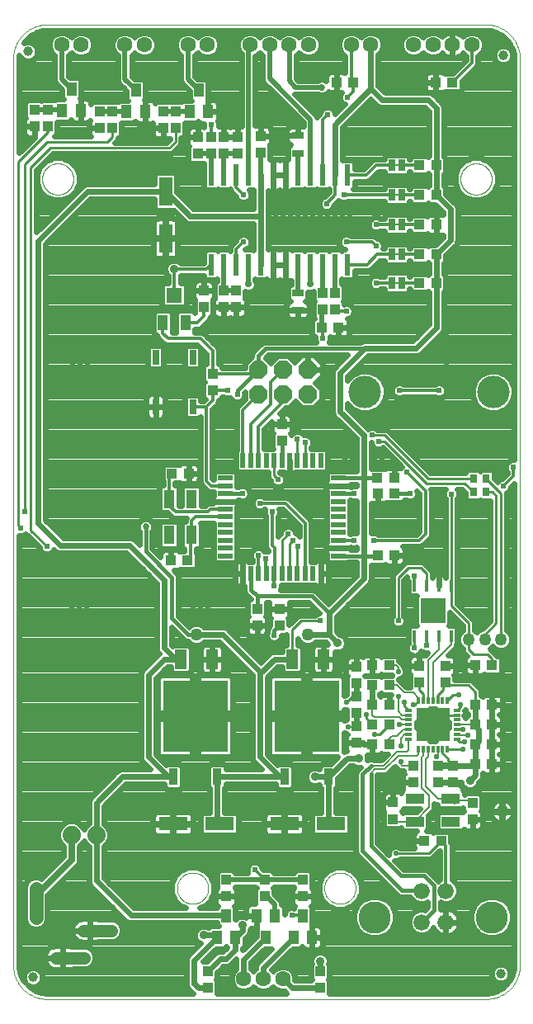
<source format=gtl>
G75*
%MOIN*%
%OFA0B0*%
%FSLAX25Y25*%
%IPPOS*%
%LPD*%
%AMOC8*
5,1,8,0,0,1.08239X$1,22.5*
%
%ADD10C,0.00394*%
%ADD11C,0.00000*%
%ADD12R,0.04331X0.03937*%
%ADD13R,0.03937X0.04331*%
%ADD14R,0.04724X0.07874*%
%ADD15R,0.11811X0.05512*%
%ADD16C,0.06600*%
%ADD17C,0.13000*%
%ADD18C,0.06299*%
%ADD19R,0.01181X0.04921*%
%ADD20R,0.09843X0.09843*%
%ADD21R,0.02756X0.03543*%
%ADD22R,0.03000X0.06000*%
%ADD23C,0.05000*%
%ADD24C,0.05512*%
%ADD25C,0.05150*%
%ADD26R,0.02800X0.01200*%
%ADD27R,0.01200X0.02800*%
%ADD28R,0.13200X0.13200*%
%ADD29R,0.03700X0.06700*%
%ADD30R,0.26000X0.28800*%
%ADD31R,0.07480X0.04331*%
%ADD32R,0.04331X0.07480*%
%ADD33R,0.02362X0.08661*%
%ADD34R,0.04724X0.03150*%
%ADD35R,0.04300X0.06300*%
%ADD36R,0.06300X0.06300*%
%ADD37C,0.03500*%
%ADD38C,0.00800*%
%ADD39R,0.02500X0.05000*%
%ADD40R,0.03937X0.05512*%
%ADD41R,0.05512X0.11811*%
%ADD42OC8,0.07400*%
%ADD43C,0.13100*%
%ADD44R,0.01969X0.05906*%
%ADD45R,0.05906X0.01969*%
%ADD46C,0.07400*%
%ADD47C,0.03937*%
%ADD48C,0.02400*%
%ADD49C,0.01000*%
%ADD50C,0.02700*%
%ADD51C,0.00700*%
%ADD52C,0.02200*%
%ADD53C,0.03600*%
%ADD54C,0.01600*%
%ADD55C,0.01200*%
%ADD56C,0.02400*%
%ADD57C,0.01400*%
%ADD58C,0.02800*%
%ADD59C,0.01100*%
%ADD60C,0.03200*%
%ADD61C,0.01500*%
%ADD62C,0.02700*%
%ADD63C,0.02000*%
%ADD64C,0.02800*%
D10*
X0008956Y0012414D02*
X0008781Y0012826D01*
X0008606Y0013238D01*
X0008450Y0013660D01*
X0008181Y0014521D01*
X0008067Y0014961D01*
X0007975Y0015408D01*
X0007882Y0015856D01*
X0007812Y0016311D01*
X0007765Y0016773D01*
X0007718Y0017234D01*
X0007693Y0017703D01*
X0007693Y0384792D01*
X0007718Y0385260D01*
X0007812Y0386183D01*
X0007882Y0386639D01*
X0007975Y0387086D01*
X0008067Y0387533D01*
X0008181Y0387973D01*
X0008316Y0388404D01*
X0008450Y0388835D01*
X0008606Y0389257D01*
X0008781Y0389668D01*
X0008956Y0390080D01*
X0009150Y0390482D01*
X0009363Y0390872D01*
X0009576Y0391263D01*
X0009807Y0391642D01*
X0010055Y0392008D01*
X0010303Y0392375D01*
X0010569Y0392729D01*
X0010850Y0393070D01*
X0011131Y0393411D01*
X0011429Y0393738D01*
X0011741Y0394050D01*
X0012053Y0394362D01*
X0012380Y0394659D01*
X0012721Y0394941D01*
X0013061Y0395222D01*
X0013416Y0395488D01*
X0013782Y0395736D01*
X0014149Y0395984D01*
X0014528Y0396215D01*
X0014919Y0396428D01*
X0015309Y0396641D01*
X0015711Y0396835D01*
X0016122Y0397010D01*
X0016534Y0397185D01*
X0016956Y0397341D01*
X0017387Y0397475D01*
X0017818Y0397610D01*
X0018257Y0397724D01*
X0019152Y0397908D01*
X0019607Y0397979D01*
X0020069Y0398026D01*
X0020531Y0398073D01*
X0020999Y0398098D01*
X0199112Y0398098D01*
X0199580Y0398073D01*
X0200042Y0398026D01*
X0200504Y0397979D01*
X0200959Y0397908D01*
X0201854Y0397724D01*
X0202293Y0397610D01*
X0202724Y0397475D01*
X0203155Y0397341D01*
X0203577Y0397185D01*
X0203989Y0397010D01*
X0204400Y0396835D01*
X0204802Y0396641D01*
X0205192Y0396428D01*
X0205583Y0396215D01*
X0205962Y0395984D01*
X0206695Y0395488D01*
X0207050Y0395222D01*
X0207731Y0394659D01*
X0208058Y0394362D01*
X0208682Y0393738D01*
X0208980Y0393411D01*
X0209261Y0393070D01*
X0209542Y0392729D01*
X0209808Y0392375D01*
X0210056Y0392008D01*
X0210304Y0391642D01*
X0210535Y0391263D01*
X0210748Y0390872D01*
X0210961Y0390482D01*
X0211155Y0390080D01*
X0211330Y0389668D01*
X0211505Y0389257D01*
X0211661Y0388835D01*
X0211796Y0388404D01*
X0211930Y0387973D01*
X0212044Y0387533D01*
X0212136Y0387086D01*
X0212229Y0386639D01*
X0212299Y0386183D01*
X0212393Y0385260D01*
X0212418Y0384792D01*
X0212418Y0017676D01*
X0212418Y0017703D02*
X0212393Y0017234D01*
X0212346Y0016773D01*
X0212299Y0016311D01*
X0212229Y0015856D01*
X0212136Y0015408D01*
X0212044Y0014961D01*
X0211930Y0014521D01*
X0211796Y0014090D01*
X0211661Y0013660D01*
X0211505Y0013238D01*
X0211330Y0012826D01*
X0211155Y0012414D01*
X0210961Y0012013D01*
X0210748Y0011622D01*
X0210535Y0011232D01*
X0210304Y0010853D01*
X0210056Y0010486D01*
X0209808Y0010119D01*
X0209542Y0009765D01*
X0209261Y0009424D01*
X0208980Y0009084D01*
X0208682Y0008757D01*
X0208058Y0008132D01*
X0207731Y0007835D01*
X0207390Y0007554D01*
X0207050Y0007272D01*
X0206695Y0007007D01*
X0206329Y0006758D01*
X0205962Y0006510D01*
X0205583Y0006279D01*
X0205192Y0006066D01*
X0204802Y0005853D01*
X0204400Y0005659D01*
X0203989Y0005484D01*
X0203577Y0005309D01*
X0203155Y0005154D01*
X0202724Y0005019D01*
X0202293Y0004884D01*
X0201854Y0004770D01*
X0200959Y0004586D01*
X0200504Y0004516D01*
X0200042Y0004468D01*
X0199580Y0004421D01*
X0199112Y0004397D01*
X0020999Y0004397D01*
X0020531Y0004421D01*
X0020069Y0004468D01*
X0019607Y0004516D01*
X0019152Y0004586D01*
X0018257Y0004770D01*
X0017818Y0004884D01*
X0017387Y0005019D01*
X0016956Y0005154D01*
X0016534Y0005309D01*
X0016122Y0005484D01*
X0015711Y0005659D01*
X0015309Y0005853D01*
X0014919Y0006066D01*
X0014528Y0006279D01*
X0014149Y0006510D01*
X0013782Y0006758D01*
X0013416Y0007007D01*
X0013061Y0007272D01*
X0012721Y0007554D01*
X0012380Y0007835D01*
X0012053Y0008132D01*
X0011741Y0008445D01*
X0011429Y0008757D01*
X0011131Y0009084D01*
X0010850Y0009424D01*
X0010569Y0009765D01*
X0010303Y0010119D01*
X0010055Y0010486D01*
X0009807Y0010853D01*
X0009576Y0011232D01*
X0009363Y0011622D01*
X0009150Y0012013D01*
X0008956Y0012414D01*
D11*
X0073901Y0049200D02*
X0073903Y0049358D01*
X0073909Y0049516D01*
X0073919Y0049674D01*
X0073933Y0049832D01*
X0073951Y0049989D01*
X0073972Y0050146D01*
X0073998Y0050302D01*
X0074028Y0050458D01*
X0074061Y0050613D01*
X0074099Y0050766D01*
X0074140Y0050919D01*
X0074185Y0051071D01*
X0074234Y0051222D01*
X0074287Y0051371D01*
X0074343Y0051519D01*
X0074403Y0051665D01*
X0074467Y0051810D01*
X0074535Y0051953D01*
X0074606Y0052095D01*
X0074680Y0052235D01*
X0074758Y0052372D01*
X0074840Y0052508D01*
X0074924Y0052642D01*
X0075013Y0052773D01*
X0075104Y0052902D01*
X0075199Y0053029D01*
X0075296Y0053154D01*
X0075397Y0053276D01*
X0075501Y0053395D01*
X0075608Y0053512D01*
X0075718Y0053626D01*
X0075831Y0053737D01*
X0075946Y0053846D01*
X0076064Y0053951D01*
X0076185Y0054053D01*
X0076308Y0054153D01*
X0076434Y0054249D01*
X0076562Y0054342D01*
X0076692Y0054432D01*
X0076825Y0054518D01*
X0076960Y0054602D01*
X0077096Y0054681D01*
X0077235Y0054758D01*
X0077376Y0054830D01*
X0077518Y0054900D01*
X0077662Y0054965D01*
X0077808Y0055027D01*
X0077955Y0055085D01*
X0078104Y0055140D01*
X0078254Y0055191D01*
X0078405Y0055238D01*
X0078557Y0055281D01*
X0078710Y0055320D01*
X0078865Y0055356D01*
X0079020Y0055387D01*
X0079176Y0055415D01*
X0079332Y0055439D01*
X0079489Y0055459D01*
X0079647Y0055475D01*
X0079804Y0055487D01*
X0079963Y0055495D01*
X0080121Y0055499D01*
X0080279Y0055499D01*
X0080437Y0055495D01*
X0080596Y0055487D01*
X0080753Y0055475D01*
X0080911Y0055459D01*
X0081068Y0055439D01*
X0081224Y0055415D01*
X0081380Y0055387D01*
X0081535Y0055356D01*
X0081690Y0055320D01*
X0081843Y0055281D01*
X0081995Y0055238D01*
X0082146Y0055191D01*
X0082296Y0055140D01*
X0082445Y0055085D01*
X0082592Y0055027D01*
X0082738Y0054965D01*
X0082882Y0054900D01*
X0083024Y0054830D01*
X0083165Y0054758D01*
X0083304Y0054681D01*
X0083440Y0054602D01*
X0083575Y0054518D01*
X0083708Y0054432D01*
X0083838Y0054342D01*
X0083966Y0054249D01*
X0084092Y0054153D01*
X0084215Y0054053D01*
X0084336Y0053951D01*
X0084454Y0053846D01*
X0084569Y0053737D01*
X0084682Y0053626D01*
X0084792Y0053512D01*
X0084899Y0053395D01*
X0085003Y0053276D01*
X0085104Y0053154D01*
X0085201Y0053029D01*
X0085296Y0052902D01*
X0085387Y0052773D01*
X0085476Y0052642D01*
X0085560Y0052508D01*
X0085642Y0052372D01*
X0085720Y0052235D01*
X0085794Y0052095D01*
X0085865Y0051953D01*
X0085933Y0051810D01*
X0085997Y0051665D01*
X0086057Y0051519D01*
X0086113Y0051371D01*
X0086166Y0051222D01*
X0086215Y0051071D01*
X0086260Y0050919D01*
X0086301Y0050766D01*
X0086339Y0050613D01*
X0086372Y0050458D01*
X0086402Y0050302D01*
X0086428Y0050146D01*
X0086449Y0049989D01*
X0086467Y0049832D01*
X0086481Y0049674D01*
X0086491Y0049516D01*
X0086497Y0049358D01*
X0086499Y0049200D01*
X0086497Y0049042D01*
X0086491Y0048884D01*
X0086481Y0048726D01*
X0086467Y0048568D01*
X0086449Y0048411D01*
X0086428Y0048254D01*
X0086402Y0048098D01*
X0086372Y0047942D01*
X0086339Y0047787D01*
X0086301Y0047634D01*
X0086260Y0047481D01*
X0086215Y0047329D01*
X0086166Y0047178D01*
X0086113Y0047029D01*
X0086057Y0046881D01*
X0085997Y0046735D01*
X0085933Y0046590D01*
X0085865Y0046447D01*
X0085794Y0046305D01*
X0085720Y0046165D01*
X0085642Y0046028D01*
X0085560Y0045892D01*
X0085476Y0045758D01*
X0085387Y0045627D01*
X0085296Y0045498D01*
X0085201Y0045371D01*
X0085104Y0045246D01*
X0085003Y0045124D01*
X0084899Y0045005D01*
X0084792Y0044888D01*
X0084682Y0044774D01*
X0084569Y0044663D01*
X0084454Y0044554D01*
X0084336Y0044449D01*
X0084215Y0044347D01*
X0084092Y0044247D01*
X0083966Y0044151D01*
X0083838Y0044058D01*
X0083708Y0043968D01*
X0083575Y0043882D01*
X0083440Y0043798D01*
X0083304Y0043719D01*
X0083165Y0043642D01*
X0083024Y0043570D01*
X0082882Y0043500D01*
X0082738Y0043435D01*
X0082592Y0043373D01*
X0082445Y0043315D01*
X0082296Y0043260D01*
X0082146Y0043209D01*
X0081995Y0043162D01*
X0081843Y0043119D01*
X0081690Y0043080D01*
X0081535Y0043044D01*
X0081380Y0043013D01*
X0081224Y0042985D01*
X0081068Y0042961D01*
X0080911Y0042941D01*
X0080753Y0042925D01*
X0080596Y0042913D01*
X0080437Y0042905D01*
X0080279Y0042901D01*
X0080121Y0042901D01*
X0079963Y0042905D01*
X0079804Y0042913D01*
X0079647Y0042925D01*
X0079489Y0042941D01*
X0079332Y0042961D01*
X0079176Y0042985D01*
X0079020Y0043013D01*
X0078865Y0043044D01*
X0078710Y0043080D01*
X0078557Y0043119D01*
X0078405Y0043162D01*
X0078254Y0043209D01*
X0078104Y0043260D01*
X0077955Y0043315D01*
X0077808Y0043373D01*
X0077662Y0043435D01*
X0077518Y0043500D01*
X0077376Y0043570D01*
X0077235Y0043642D01*
X0077096Y0043719D01*
X0076960Y0043798D01*
X0076825Y0043882D01*
X0076692Y0043968D01*
X0076562Y0044058D01*
X0076434Y0044151D01*
X0076308Y0044247D01*
X0076185Y0044347D01*
X0076064Y0044449D01*
X0075946Y0044554D01*
X0075831Y0044663D01*
X0075718Y0044774D01*
X0075608Y0044888D01*
X0075501Y0045005D01*
X0075397Y0045124D01*
X0075296Y0045246D01*
X0075199Y0045371D01*
X0075104Y0045498D01*
X0075013Y0045627D01*
X0074924Y0045758D01*
X0074840Y0045892D01*
X0074758Y0046028D01*
X0074680Y0046165D01*
X0074606Y0046305D01*
X0074535Y0046447D01*
X0074467Y0046590D01*
X0074403Y0046735D01*
X0074343Y0046881D01*
X0074287Y0047029D01*
X0074234Y0047178D01*
X0074185Y0047329D01*
X0074140Y0047481D01*
X0074099Y0047634D01*
X0074061Y0047787D01*
X0074028Y0047942D01*
X0073998Y0048098D01*
X0073972Y0048254D01*
X0073951Y0048411D01*
X0073933Y0048568D01*
X0073919Y0048726D01*
X0073909Y0048884D01*
X0073903Y0049042D01*
X0073901Y0049200D01*
X0133401Y0049200D02*
X0133403Y0049358D01*
X0133409Y0049516D01*
X0133419Y0049674D01*
X0133433Y0049832D01*
X0133451Y0049989D01*
X0133472Y0050146D01*
X0133498Y0050302D01*
X0133528Y0050458D01*
X0133561Y0050613D01*
X0133599Y0050766D01*
X0133640Y0050919D01*
X0133685Y0051071D01*
X0133734Y0051222D01*
X0133787Y0051371D01*
X0133843Y0051519D01*
X0133903Y0051665D01*
X0133967Y0051810D01*
X0134035Y0051953D01*
X0134106Y0052095D01*
X0134180Y0052235D01*
X0134258Y0052372D01*
X0134340Y0052508D01*
X0134424Y0052642D01*
X0134513Y0052773D01*
X0134604Y0052902D01*
X0134699Y0053029D01*
X0134796Y0053154D01*
X0134897Y0053276D01*
X0135001Y0053395D01*
X0135108Y0053512D01*
X0135218Y0053626D01*
X0135331Y0053737D01*
X0135446Y0053846D01*
X0135564Y0053951D01*
X0135685Y0054053D01*
X0135808Y0054153D01*
X0135934Y0054249D01*
X0136062Y0054342D01*
X0136192Y0054432D01*
X0136325Y0054518D01*
X0136460Y0054602D01*
X0136596Y0054681D01*
X0136735Y0054758D01*
X0136876Y0054830D01*
X0137018Y0054900D01*
X0137162Y0054965D01*
X0137308Y0055027D01*
X0137455Y0055085D01*
X0137604Y0055140D01*
X0137754Y0055191D01*
X0137905Y0055238D01*
X0138057Y0055281D01*
X0138210Y0055320D01*
X0138365Y0055356D01*
X0138520Y0055387D01*
X0138676Y0055415D01*
X0138832Y0055439D01*
X0138989Y0055459D01*
X0139147Y0055475D01*
X0139304Y0055487D01*
X0139463Y0055495D01*
X0139621Y0055499D01*
X0139779Y0055499D01*
X0139937Y0055495D01*
X0140096Y0055487D01*
X0140253Y0055475D01*
X0140411Y0055459D01*
X0140568Y0055439D01*
X0140724Y0055415D01*
X0140880Y0055387D01*
X0141035Y0055356D01*
X0141190Y0055320D01*
X0141343Y0055281D01*
X0141495Y0055238D01*
X0141646Y0055191D01*
X0141796Y0055140D01*
X0141945Y0055085D01*
X0142092Y0055027D01*
X0142238Y0054965D01*
X0142382Y0054900D01*
X0142524Y0054830D01*
X0142665Y0054758D01*
X0142804Y0054681D01*
X0142940Y0054602D01*
X0143075Y0054518D01*
X0143208Y0054432D01*
X0143338Y0054342D01*
X0143466Y0054249D01*
X0143592Y0054153D01*
X0143715Y0054053D01*
X0143836Y0053951D01*
X0143954Y0053846D01*
X0144069Y0053737D01*
X0144182Y0053626D01*
X0144292Y0053512D01*
X0144399Y0053395D01*
X0144503Y0053276D01*
X0144604Y0053154D01*
X0144701Y0053029D01*
X0144796Y0052902D01*
X0144887Y0052773D01*
X0144976Y0052642D01*
X0145060Y0052508D01*
X0145142Y0052372D01*
X0145220Y0052235D01*
X0145294Y0052095D01*
X0145365Y0051953D01*
X0145433Y0051810D01*
X0145497Y0051665D01*
X0145557Y0051519D01*
X0145613Y0051371D01*
X0145666Y0051222D01*
X0145715Y0051071D01*
X0145760Y0050919D01*
X0145801Y0050766D01*
X0145839Y0050613D01*
X0145872Y0050458D01*
X0145902Y0050302D01*
X0145928Y0050146D01*
X0145949Y0049989D01*
X0145967Y0049832D01*
X0145981Y0049674D01*
X0145991Y0049516D01*
X0145997Y0049358D01*
X0145999Y0049200D01*
X0145997Y0049042D01*
X0145991Y0048884D01*
X0145981Y0048726D01*
X0145967Y0048568D01*
X0145949Y0048411D01*
X0145928Y0048254D01*
X0145902Y0048098D01*
X0145872Y0047942D01*
X0145839Y0047787D01*
X0145801Y0047634D01*
X0145760Y0047481D01*
X0145715Y0047329D01*
X0145666Y0047178D01*
X0145613Y0047029D01*
X0145557Y0046881D01*
X0145497Y0046735D01*
X0145433Y0046590D01*
X0145365Y0046447D01*
X0145294Y0046305D01*
X0145220Y0046165D01*
X0145142Y0046028D01*
X0145060Y0045892D01*
X0144976Y0045758D01*
X0144887Y0045627D01*
X0144796Y0045498D01*
X0144701Y0045371D01*
X0144604Y0045246D01*
X0144503Y0045124D01*
X0144399Y0045005D01*
X0144292Y0044888D01*
X0144182Y0044774D01*
X0144069Y0044663D01*
X0143954Y0044554D01*
X0143836Y0044449D01*
X0143715Y0044347D01*
X0143592Y0044247D01*
X0143466Y0044151D01*
X0143338Y0044058D01*
X0143208Y0043968D01*
X0143075Y0043882D01*
X0142940Y0043798D01*
X0142804Y0043719D01*
X0142665Y0043642D01*
X0142524Y0043570D01*
X0142382Y0043500D01*
X0142238Y0043435D01*
X0142092Y0043373D01*
X0141945Y0043315D01*
X0141796Y0043260D01*
X0141646Y0043209D01*
X0141495Y0043162D01*
X0141343Y0043119D01*
X0141190Y0043080D01*
X0141035Y0043044D01*
X0140880Y0043013D01*
X0140724Y0042985D01*
X0140568Y0042961D01*
X0140411Y0042941D01*
X0140253Y0042925D01*
X0140096Y0042913D01*
X0139937Y0042905D01*
X0139779Y0042901D01*
X0139621Y0042901D01*
X0139463Y0042905D01*
X0139304Y0042913D01*
X0139147Y0042925D01*
X0138989Y0042941D01*
X0138832Y0042961D01*
X0138676Y0042985D01*
X0138520Y0043013D01*
X0138365Y0043044D01*
X0138210Y0043080D01*
X0138057Y0043119D01*
X0137905Y0043162D01*
X0137754Y0043209D01*
X0137604Y0043260D01*
X0137455Y0043315D01*
X0137308Y0043373D01*
X0137162Y0043435D01*
X0137018Y0043500D01*
X0136876Y0043570D01*
X0136735Y0043642D01*
X0136596Y0043719D01*
X0136460Y0043798D01*
X0136325Y0043882D01*
X0136192Y0043968D01*
X0136062Y0044058D01*
X0135934Y0044151D01*
X0135808Y0044247D01*
X0135685Y0044347D01*
X0135564Y0044449D01*
X0135446Y0044554D01*
X0135331Y0044663D01*
X0135218Y0044774D01*
X0135108Y0044888D01*
X0135001Y0045005D01*
X0134897Y0045124D01*
X0134796Y0045246D01*
X0134699Y0045371D01*
X0134604Y0045498D01*
X0134513Y0045627D01*
X0134424Y0045758D01*
X0134340Y0045892D01*
X0134258Y0046028D01*
X0134180Y0046165D01*
X0134106Y0046305D01*
X0134035Y0046447D01*
X0133967Y0046590D01*
X0133903Y0046735D01*
X0133843Y0046881D01*
X0133787Y0047029D01*
X0133734Y0047178D01*
X0133685Y0047329D01*
X0133640Y0047481D01*
X0133599Y0047634D01*
X0133561Y0047787D01*
X0133528Y0047942D01*
X0133498Y0048098D01*
X0133472Y0048254D01*
X0133451Y0048411D01*
X0133433Y0048568D01*
X0133419Y0048726D01*
X0133409Y0048884D01*
X0133403Y0049042D01*
X0133401Y0049200D01*
X0188401Y0335700D02*
X0188403Y0335858D01*
X0188409Y0336016D01*
X0188419Y0336174D01*
X0188433Y0336332D01*
X0188451Y0336489D01*
X0188472Y0336646D01*
X0188498Y0336802D01*
X0188528Y0336958D01*
X0188561Y0337113D01*
X0188599Y0337266D01*
X0188640Y0337419D01*
X0188685Y0337571D01*
X0188734Y0337722D01*
X0188787Y0337871D01*
X0188843Y0338019D01*
X0188903Y0338165D01*
X0188967Y0338310D01*
X0189035Y0338453D01*
X0189106Y0338595D01*
X0189180Y0338735D01*
X0189258Y0338872D01*
X0189340Y0339008D01*
X0189424Y0339142D01*
X0189513Y0339273D01*
X0189604Y0339402D01*
X0189699Y0339529D01*
X0189796Y0339654D01*
X0189897Y0339776D01*
X0190001Y0339895D01*
X0190108Y0340012D01*
X0190218Y0340126D01*
X0190331Y0340237D01*
X0190446Y0340346D01*
X0190564Y0340451D01*
X0190685Y0340553D01*
X0190808Y0340653D01*
X0190934Y0340749D01*
X0191062Y0340842D01*
X0191192Y0340932D01*
X0191325Y0341018D01*
X0191460Y0341102D01*
X0191596Y0341181D01*
X0191735Y0341258D01*
X0191876Y0341330D01*
X0192018Y0341400D01*
X0192162Y0341465D01*
X0192308Y0341527D01*
X0192455Y0341585D01*
X0192604Y0341640D01*
X0192754Y0341691D01*
X0192905Y0341738D01*
X0193057Y0341781D01*
X0193210Y0341820D01*
X0193365Y0341856D01*
X0193520Y0341887D01*
X0193676Y0341915D01*
X0193832Y0341939D01*
X0193989Y0341959D01*
X0194147Y0341975D01*
X0194304Y0341987D01*
X0194463Y0341995D01*
X0194621Y0341999D01*
X0194779Y0341999D01*
X0194937Y0341995D01*
X0195096Y0341987D01*
X0195253Y0341975D01*
X0195411Y0341959D01*
X0195568Y0341939D01*
X0195724Y0341915D01*
X0195880Y0341887D01*
X0196035Y0341856D01*
X0196190Y0341820D01*
X0196343Y0341781D01*
X0196495Y0341738D01*
X0196646Y0341691D01*
X0196796Y0341640D01*
X0196945Y0341585D01*
X0197092Y0341527D01*
X0197238Y0341465D01*
X0197382Y0341400D01*
X0197524Y0341330D01*
X0197665Y0341258D01*
X0197804Y0341181D01*
X0197940Y0341102D01*
X0198075Y0341018D01*
X0198208Y0340932D01*
X0198338Y0340842D01*
X0198466Y0340749D01*
X0198592Y0340653D01*
X0198715Y0340553D01*
X0198836Y0340451D01*
X0198954Y0340346D01*
X0199069Y0340237D01*
X0199182Y0340126D01*
X0199292Y0340012D01*
X0199399Y0339895D01*
X0199503Y0339776D01*
X0199604Y0339654D01*
X0199701Y0339529D01*
X0199796Y0339402D01*
X0199887Y0339273D01*
X0199976Y0339142D01*
X0200060Y0339008D01*
X0200142Y0338872D01*
X0200220Y0338735D01*
X0200294Y0338595D01*
X0200365Y0338453D01*
X0200433Y0338310D01*
X0200497Y0338165D01*
X0200557Y0338019D01*
X0200613Y0337871D01*
X0200666Y0337722D01*
X0200715Y0337571D01*
X0200760Y0337419D01*
X0200801Y0337266D01*
X0200839Y0337113D01*
X0200872Y0336958D01*
X0200902Y0336802D01*
X0200928Y0336646D01*
X0200949Y0336489D01*
X0200967Y0336332D01*
X0200981Y0336174D01*
X0200991Y0336016D01*
X0200997Y0335858D01*
X0200999Y0335700D01*
X0200997Y0335542D01*
X0200991Y0335384D01*
X0200981Y0335226D01*
X0200967Y0335068D01*
X0200949Y0334911D01*
X0200928Y0334754D01*
X0200902Y0334598D01*
X0200872Y0334442D01*
X0200839Y0334287D01*
X0200801Y0334134D01*
X0200760Y0333981D01*
X0200715Y0333829D01*
X0200666Y0333678D01*
X0200613Y0333529D01*
X0200557Y0333381D01*
X0200497Y0333235D01*
X0200433Y0333090D01*
X0200365Y0332947D01*
X0200294Y0332805D01*
X0200220Y0332665D01*
X0200142Y0332528D01*
X0200060Y0332392D01*
X0199976Y0332258D01*
X0199887Y0332127D01*
X0199796Y0331998D01*
X0199701Y0331871D01*
X0199604Y0331746D01*
X0199503Y0331624D01*
X0199399Y0331505D01*
X0199292Y0331388D01*
X0199182Y0331274D01*
X0199069Y0331163D01*
X0198954Y0331054D01*
X0198836Y0330949D01*
X0198715Y0330847D01*
X0198592Y0330747D01*
X0198466Y0330651D01*
X0198338Y0330558D01*
X0198208Y0330468D01*
X0198075Y0330382D01*
X0197940Y0330298D01*
X0197804Y0330219D01*
X0197665Y0330142D01*
X0197524Y0330070D01*
X0197382Y0330000D01*
X0197238Y0329935D01*
X0197092Y0329873D01*
X0196945Y0329815D01*
X0196796Y0329760D01*
X0196646Y0329709D01*
X0196495Y0329662D01*
X0196343Y0329619D01*
X0196190Y0329580D01*
X0196035Y0329544D01*
X0195880Y0329513D01*
X0195724Y0329485D01*
X0195568Y0329461D01*
X0195411Y0329441D01*
X0195253Y0329425D01*
X0195096Y0329413D01*
X0194937Y0329405D01*
X0194779Y0329401D01*
X0194621Y0329401D01*
X0194463Y0329405D01*
X0194304Y0329413D01*
X0194147Y0329425D01*
X0193989Y0329441D01*
X0193832Y0329461D01*
X0193676Y0329485D01*
X0193520Y0329513D01*
X0193365Y0329544D01*
X0193210Y0329580D01*
X0193057Y0329619D01*
X0192905Y0329662D01*
X0192754Y0329709D01*
X0192604Y0329760D01*
X0192455Y0329815D01*
X0192308Y0329873D01*
X0192162Y0329935D01*
X0192018Y0330000D01*
X0191876Y0330070D01*
X0191735Y0330142D01*
X0191596Y0330219D01*
X0191460Y0330298D01*
X0191325Y0330382D01*
X0191192Y0330468D01*
X0191062Y0330558D01*
X0190934Y0330651D01*
X0190808Y0330747D01*
X0190685Y0330847D01*
X0190564Y0330949D01*
X0190446Y0331054D01*
X0190331Y0331163D01*
X0190218Y0331274D01*
X0190108Y0331388D01*
X0190001Y0331505D01*
X0189897Y0331624D01*
X0189796Y0331746D01*
X0189699Y0331871D01*
X0189604Y0331998D01*
X0189513Y0332127D01*
X0189424Y0332258D01*
X0189340Y0332392D01*
X0189258Y0332528D01*
X0189180Y0332665D01*
X0189106Y0332805D01*
X0189035Y0332947D01*
X0188967Y0333090D01*
X0188903Y0333235D01*
X0188843Y0333381D01*
X0188787Y0333529D01*
X0188734Y0333678D01*
X0188685Y0333829D01*
X0188640Y0333981D01*
X0188599Y0334134D01*
X0188561Y0334287D01*
X0188528Y0334442D01*
X0188498Y0334598D01*
X0188472Y0334754D01*
X0188451Y0334911D01*
X0188433Y0335068D01*
X0188419Y0335226D01*
X0188409Y0335384D01*
X0188403Y0335542D01*
X0188401Y0335700D01*
X0019401Y0335700D02*
X0019403Y0335858D01*
X0019409Y0336016D01*
X0019419Y0336174D01*
X0019433Y0336332D01*
X0019451Y0336489D01*
X0019472Y0336646D01*
X0019498Y0336802D01*
X0019528Y0336958D01*
X0019561Y0337113D01*
X0019599Y0337266D01*
X0019640Y0337419D01*
X0019685Y0337571D01*
X0019734Y0337722D01*
X0019787Y0337871D01*
X0019843Y0338019D01*
X0019903Y0338165D01*
X0019967Y0338310D01*
X0020035Y0338453D01*
X0020106Y0338595D01*
X0020180Y0338735D01*
X0020258Y0338872D01*
X0020340Y0339008D01*
X0020424Y0339142D01*
X0020513Y0339273D01*
X0020604Y0339402D01*
X0020699Y0339529D01*
X0020796Y0339654D01*
X0020897Y0339776D01*
X0021001Y0339895D01*
X0021108Y0340012D01*
X0021218Y0340126D01*
X0021331Y0340237D01*
X0021446Y0340346D01*
X0021564Y0340451D01*
X0021685Y0340553D01*
X0021808Y0340653D01*
X0021934Y0340749D01*
X0022062Y0340842D01*
X0022192Y0340932D01*
X0022325Y0341018D01*
X0022460Y0341102D01*
X0022596Y0341181D01*
X0022735Y0341258D01*
X0022876Y0341330D01*
X0023018Y0341400D01*
X0023162Y0341465D01*
X0023308Y0341527D01*
X0023455Y0341585D01*
X0023604Y0341640D01*
X0023754Y0341691D01*
X0023905Y0341738D01*
X0024057Y0341781D01*
X0024210Y0341820D01*
X0024365Y0341856D01*
X0024520Y0341887D01*
X0024676Y0341915D01*
X0024832Y0341939D01*
X0024989Y0341959D01*
X0025147Y0341975D01*
X0025304Y0341987D01*
X0025463Y0341995D01*
X0025621Y0341999D01*
X0025779Y0341999D01*
X0025937Y0341995D01*
X0026096Y0341987D01*
X0026253Y0341975D01*
X0026411Y0341959D01*
X0026568Y0341939D01*
X0026724Y0341915D01*
X0026880Y0341887D01*
X0027035Y0341856D01*
X0027190Y0341820D01*
X0027343Y0341781D01*
X0027495Y0341738D01*
X0027646Y0341691D01*
X0027796Y0341640D01*
X0027945Y0341585D01*
X0028092Y0341527D01*
X0028238Y0341465D01*
X0028382Y0341400D01*
X0028524Y0341330D01*
X0028665Y0341258D01*
X0028804Y0341181D01*
X0028940Y0341102D01*
X0029075Y0341018D01*
X0029208Y0340932D01*
X0029338Y0340842D01*
X0029466Y0340749D01*
X0029592Y0340653D01*
X0029715Y0340553D01*
X0029836Y0340451D01*
X0029954Y0340346D01*
X0030069Y0340237D01*
X0030182Y0340126D01*
X0030292Y0340012D01*
X0030399Y0339895D01*
X0030503Y0339776D01*
X0030604Y0339654D01*
X0030701Y0339529D01*
X0030796Y0339402D01*
X0030887Y0339273D01*
X0030976Y0339142D01*
X0031060Y0339008D01*
X0031142Y0338872D01*
X0031220Y0338735D01*
X0031294Y0338595D01*
X0031365Y0338453D01*
X0031433Y0338310D01*
X0031497Y0338165D01*
X0031557Y0338019D01*
X0031613Y0337871D01*
X0031666Y0337722D01*
X0031715Y0337571D01*
X0031760Y0337419D01*
X0031801Y0337266D01*
X0031839Y0337113D01*
X0031872Y0336958D01*
X0031902Y0336802D01*
X0031928Y0336646D01*
X0031949Y0336489D01*
X0031967Y0336332D01*
X0031981Y0336174D01*
X0031991Y0336016D01*
X0031997Y0335858D01*
X0031999Y0335700D01*
X0031997Y0335542D01*
X0031991Y0335384D01*
X0031981Y0335226D01*
X0031967Y0335068D01*
X0031949Y0334911D01*
X0031928Y0334754D01*
X0031902Y0334598D01*
X0031872Y0334442D01*
X0031839Y0334287D01*
X0031801Y0334134D01*
X0031760Y0333981D01*
X0031715Y0333829D01*
X0031666Y0333678D01*
X0031613Y0333529D01*
X0031557Y0333381D01*
X0031497Y0333235D01*
X0031433Y0333090D01*
X0031365Y0332947D01*
X0031294Y0332805D01*
X0031220Y0332665D01*
X0031142Y0332528D01*
X0031060Y0332392D01*
X0030976Y0332258D01*
X0030887Y0332127D01*
X0030796Y0331998D01*
X0030701Y0331871D01*
X0030604Y0331746D01*
X0030503Y0331624D01*
X0030399Y0331505D01*
X0030292Y0331388D01*
X0030182Y0331274D01*
X0030069Y0331163D01*
X0029954Y0331054D01*
X0029836Y0330949D01*
X0029715Y0330847D01*
X0029592Y0330747D01*
X0029466Y0330651D01*
X0029338Y0330558D01*
X0029208Y0330468D01*
X0029075Y0330382D01*
X0028940Y0330298D01*
X0028804Y0330219D01*
X0028665Y0330142D01*
X0028524Y0330070D01*
X0028382Y0330000D01*
X0028238Y0329935D01*
X0028092Y0329873D01*
X0027945Y0329815D01*
X0027796Y0329760D01*
X0027646Y0329709D01*
X0027495Y0329662D01*
X0027343Y0329619D01*
X0027190Y0329580D01*
X0027035Y0329544D01*
X0026880Y0329513D01*
X0026724Y0329485D01*
X0026568Y0329461D01*
X0026411Y0329441D01*
X0026253Y0329425D01*
X0026096Y0329413D01*
X0025937Y0329405D01*
X0025779Y0329401D01*
X0025621Y0329401D01*
X0025463Y0329405D01*
X0025304Y0329413D01*
X0025147Y0329425D01*
X0024989Y0329441D01*
X0024832Y0329461D01*
X0024676Y0329485D01*
X0024520Y0329513D01*
X0024365Y0329544D01*
X0024210Y0329580D01*
X0024057Y0329619D01*
X0023905Y0329662D01*
X0023754Y0329709D01*
X0023604Y0329760D01*
X0023455Y0329815D01*
X0023308Y0329873D01*
X0023162Y0329935D01*
X0023018Y0330000D01*
X0022876Y0330070D01*
X0022735Y0330142D01*
X0022596Y0330219D01*
X0022460Y0330298D01*
X0022325Y0330382D01*
X0022192Y0330468D01*
X0022062Y0330558D01*
X0021934Y0330651D01*
X0021808Y0330747D01*
X0021685Y0330847D01*
X0021564Y0330949D01*
X0021446Y0331054D01*
X0021331Y0331163D01*
X0021218Y0331274D01*
X0021108Y0331388D01*
X0021001Y0331505D01*
X0020897Y0331624D01*
X0020796Y0331746D01*
X0020699Y0331871D01*
X0020604Y0331998D01*
X0020513Y0332127D01*
X0020424Y0332258D01*
X0020340Y0332392D01*
X0020258Y0332528D01*
X0020180Y0332665D01*
X0020106Y0332805D01*
X0020035Y0332947D01*
X0019967Y0333090D01*
X0019903Y0333235D01*
X0019843Y0333381D01*
X0019787Y0333529D01*
X0019734Y0333678D01*
X0019685Y0333829D01*
X0019640Y0333981D01*
X0019599Y0334134D01*
X0019561Y0334287D01*
X0019528Y0334442D01*
X0019498Y0334598D01*
X0019472Y0334754D01*
X0019451Y0334911D01*
X0019433Y0335068D01*
X0019419Y0335226D01*
X0019409Y0335384D01*
X0019403Y0335542D01*
X0019401Y0335700D01*
D12*
X0071854Y0216700D03*
X0078546Y0216700D03*
X0078046Y0181700D03*
X0071354Y0181700D03*
X0132354Y0275700D03*
X0139046Y0275700D03*
X0171854Y0293700D03*
X0171854Y0305200D03*
X0171854Y0317200D03*
X0171854Y0329200D03*
X0171854Y0341200D03*
X0178546Y0341200D03*
X0178546Y0329200D03*
X0178546Y0317200D03*
X0178546Y0305200D03*
X0178546Y0293700D03*
X0161546Y0215000D03*
X0161646Y0208700D03*
X0154954Y0208700D03*
X0154854Y0215000D03*
X0154954Y0183600D03*
X0161646Y0183600D03*
X0159546Y0139200D03*
X0159546Y0131200D03*
X0159546Y0123200D03*
X0159546Y0115200D03*
X0159546Y0107200D03*
X0152854Y0107200D03*
X0152854Y0115200D03*
X0152854Y0123200D03*
X0152854Y0131200D03*
X0152854Y0139200D03*
X0173854Y0068200D03*
X0180546Y0068200D03*
X0194354Y0099200D03*
X0194354Y0107200D03*
X0194354Y0115200D03*
X0194354Y0123200D03*
X0201046Y0123200D03*
X0201046Y0115200D03*
X0201046Y0107200D03*
X0201046Y0099200D03*
X0201046Y0139200D03*
X0194354Y0139200D03*
X0185046Y0374700D03*
X0178354Y0374700D03*
X0145146Y0374800D03*
X0138454Y0374800D03*
D13*
X0107700Y0353046D03*
X0107700Y0346354D03*
X0098200Y0345854D03*
X0092700Y0345854D03*
X0092700Y0352546D03*
X0098200Y0352546D03*
X0087700Y0352546D03*
X0082200Y0352546D03*
X0082200Y0345854D03*
X0087700Y0345854D03*
X0073200Y0356354D03*
X0073200Y0363046D03*
X0068200Y0363046D03*
X0068200Y0356354D03*
X0047700Y0356354D03*
X0042700Y0356354D03*
X0042700Y0363046D03*
X0047700Y0363046D03*
X0021700Y0363546D03*
X0016200Y0363546D03*
X0016200Y0356854D03*
X0021700Y0356854D03*
X0084700Y0290546D03*
X0084700Y0283854D03*
X0092700Y0283854D03*
X0097700Y0283854D03*
X0097700Y0290546D03*
X0092700Y0290546D03*
X0088200Y0257046D03*
X0088200Y0250354D03*
X0116200Y0236546D03*
X0116200Y0229854D03*
X0132700Y0282854D03*
X0132700Y0289546D03*
X0137700Y0289546D03*
X0137700Y0282854D03*
X0115200Y0162046D03*
X0115200Y0155354D03*
X0106200Y0155354D03*
X0106200Y0162046D03*
X0146200Y0138546D03*
X0146200Y0131854D03*
X0146200Y0126546D03*
X0146200Y0119854D03*
X0146200Y0114546D03*
X0146200Y0107854D03*
X0161100Y0083846D03*
X0161100Y0077154D03*
X0169200Y0091854D03*
X0169200Y0098546D03*
X0179200Y0098546D03*
X0179200Y0091854D03*
X0185200Y0091854D03*
X0185200Y0098546D03*
X0193200Y0083546D03*
X0193200Y0076854D03*
X0182200Y0132354D03*
X0182200Y0139046D03*
X0171700Y0139046D03*
X0171700Y0132354D03*
X0124700Y0052546D03*
X0124700Y0045854D03*
X0109200Y0045854D03*
X0109200Y0052546D03*
X0093700Y0052546D03*
X0093700Y0045854D03*
X0086200Y0015546D03*
X0086200Y0008854D03*
X0131700Y0008854D03*
X0131700Y0015546D03*
D14*
X0132999Y0141700D03*
X0120401Y0141700D03*
X0087999Y0141700D03*
X0075401Y0141700D03*
D15*
X0072251Y0075200D03*
X0091149Y0075200D03*
X0117251Y0075200D03*
X0136149Y0075200D03*
D16*
X0172700Y0048100D03*
X0172700Y0035500D03*
X0182500Y0035500D03*
X0182500Y0048100D03*
D17*
X0201100Y0037500D03*
X0153700Y0037500D03*
D18*
X0116574Y0012535D03*
X0108700Y0012535D03*
X0100826Y0012535D03*
X0103389Y0389865D03*
X0111263Y0389865D03*
X0119137Y0389865D03*
X0127011Y0389865D03*
X0144263Y0389865D03*
X0152137Y0389865D03*
X0169389Y0389865D03*
X0177263Y0389865D03*
X0185137Y0389865D03*
X0193011Y0389865D03*
X0086137Y0389865D03*
X0078263Y0389865D03*
X0060637Y0389865D03*
X0052763Y0389865D03*
X0035137Y0389865D03*
X0027263Y0389865D03*
D19*
X0169700Y0171453D03*
X0174700Y0171487D03*
X0179700Y0171487D03*
X0184700Y0171419D03*
X0184700Y0150988D03*
X0179700Y0150953D03*
X0174700Y0150953D03*
X0169700Y0151022D03*
D20*
X0177200Y0161200D03*
D21*
X0193641Y0209200D03*
X0193641Y0214700D03*
X0198759Y0214700D03*
X0198759Y0209200D03*
D22*
X0080200Y0243700D03*
X0080200Y0263700D03*
X0065200Y0263700D03*
X0065200Y0243700D03*
D23*
X0081700Y0151700D03*
X0126700Y0151700D03*
X0191700Y0149700D03*
X0198200Y0149700D03*
X0204700Y0149700D03*
X0205200Y0080200D03*
D24*
X0016909Y0049106D02*
X0016909Y0043594D01*
X0016909Y0042806D02*
X0016909Y0037294D01*
D25*
X0024964Y0021153D02*
X0030113Y0021153D01*
X0031263Y0021153D02*
X0036413Y0021153D01*
X0035987Y0032176D02*
X0041137Y0032176D01*
X0042287Y0032176D02*
X0047436Y0032176D01*
D26*
X0167500Y0109300D03*
X0167500Y0111300D03*
X0167500Y0113200D03*
X0167500Y0115200D03*
X0167500Y0117200D03*
X0167500Y0119100D03*
X0167500Y0121100D03*
X0186900Y0121100D03*
X0186900Y0119100D03*
X0186900Y0117200D03*
X0186900Y0115200D03*
X0186900Y0113200D03*
X0186900Y0111300D03*
X0186900Y0109300D03*
D27*
X0183100Y0105500D03*
X0181100Y0105500D03*
X0179200Y0105500D03*
X0177200Y0105500D03*
X0175200Y0105500D03*
X0173300Y0105500D03*
X0171300Y0105500D03*
X0171300Y0124900D03*
X0173300Y0124900D03*
X0175200Y0124900D03*
X0177200Y0124900D03*
X0179200Y0124900D03*
X0181100Y0124900D03*
X0183100Y0124900D03*
D28*
X0177200Y0115200D03*
D29*
X0135100Y0094200D03*
X0117300Y0094200D03*
X0090100Y0094200D03*
X0072300Y0094200D03*
D30*
X0081200Y0118800D03*
X0126200Y0118800D03*
D31*
X0169917Y0085228D03*
X0169917Y0076172D03*
X0184483Y0076172D03*
X0184483Y0085228D03*
D32*
X0079728Y0191917D03*
X0070672Y0191917D03*
X0070672Y0206483D03*
X0079728Y0206483D03*
D33*
X0087700Y0301090D03*
X0092700Y0301090D03*
X0097700Y0301090D03*
X0102700Y0301090D03*
X0107700Y0301090D03*
X0112700Y0301090D03*
X0117700Y0301090D03*
X0122700Y0301090D03*
X0127700Y0301090D03*
X0132700Y0301090D03*
X0137700Y0301090D03*
X0142700Y0301090D03*
X0142700Y0337310D03*
X0137700Y0337310D03*
X0132700Y0337310D03*
X0127700Y0337310D03*
X0122700Y0337310D03*
X0117700Y0337310D03*
X0112700Y0337310D03*
X0107700Y0337310D03*
X0102700Y0337310D03*
X0097700Y0337310D03*
X0092700Y0337310D03*
X0087700Y0337310D03*
D34*
X0122700Y0346157D03*
X0122700Y0353243D03*
X0122700Y0289743D03*
X0122700Y0282657D03*
D35*
X0077246Y0277604D03*
X0068154Y0277604D03*
D36*
X0072700Y0288796D03*
D37*
X0072700Y0299200D03*
D38*
X0161200Y0293700D02*
X0164200Y0293700D01*
X0164200Y0305200D02*
X0161200Y0305200D01*
X0161200Y0317200D02*
X0164200Y0317200D01*
X0164200Y0329200D02*
X0161200Y0329200D01*
X0161200Y0341200D02*
X0164200Y0341200D01*
D39*
X0164700Y0341200D03*
X0160700Y0341200D03*
X0160700Y0329200D03*
X0164700Y0329200D03*
X0164700Y0317200D03*
X0160700Y0317200D03*
X0160700Y0305200D03*
X0164700Y0305200D03*
X0164700Y0293700D03*
X0160700Y0293700D03*
D40*
X0086440Y0362869D03*
X0082700Y0371531D03*
X0078960Y0362869D03*
X0060940Y0362869D03*
X0057200Y0371531D03*
X0053460Y0362869D03*
X0034940Y0363369D03*
X0031200Y0372031D03*
X0027460Y0363369D03*
X0093700Y0038031D03*
X0089960Y0029369D03*
X0097440Y0029369D03*
X0105960Y0038031D03*
X0109700Y0029369D03*
X0113440Y0038031D03*
X0120960Y0029369D03*
X0124700Y0038031D03*
X0128440Y0029369D03*
D41*
X0069200Y0311751D03*
X0069200Y0330649D03*
D42*
X0106700Y0258700D03*
X0106700Y0248700D03*
X0116700Y0248700D03*
X0116700Y0258700D03*
X0126700Y0258700D03*
X0126700Y0248700D03*
D43*
X0149850Y0249700D03*
X0201550Y0249700D03*
D44*
X0131948Y0222035D03*
X0128798Y0222035D03*
X0125649Y0222035D03*
X0122499Y0222035D03*
X0119350Y0222035D03*
X0116200Y0222035D03*
X0113050Y0222035D03*
X0109901Y0222035D03*
X0106751Y0222035D03*
X0103602Y0222035D03*
X0100452Y0222035D03*
X0100452Y0176365D03*
X0103602Y0176365D03*
X0106751Y0176365D03*
X0109901Y0176365D03*
X0113050Y0176365D03*
X0116200Y0176365D03*
X0119350Y0176365D03*
X0122499Y0176365D03*
X0125649Y0176365D03*
X0128798Y0176365D03*
X0131948Y0176365D03*
D45*
X0139035Y0183452D03*
X0139035Y0186602D03*
X0139035Y0189751D03*
X0139035Y0192901D03*
X0139035Y0196050D03*
X0139035Y0199200D03*
X0139035Y0202350D03*
X0139035Y0205499D03*
X0139035Y0208649D03*
X0139035Y0211798D03*
X0139035Y0214948D03*
X0093365Y0214948D03*
X0093365Y0211798D03*
X0093365Y0208649D03*
X0093365Y0205499D03*
X0093365Y0202350D03*
X0093365Y0199200D03*
X0093365Y0196050D03*
X0093365Y0192901D03*
X0093365Y0189751D03*
X0093365Y0186602D03*
X0093365Y0183452D03*
D46*
X0041200Y0070700D03*
X0031200Y0070700D03*
D47*
X0015700Y0013200D03*
X0204700Y0014700D03*
X0205700Y0385700D03*
X0013700Y0387200D03*
D48*
X0016393Y0384563D02*
X0024463Y0384563D01*
X0024463Y0385668D02*
X0024463Y0375411D01*
X0024889Y0374382D01*
X0027431Y0371839D01*
X0027431Y0368529D01*
X0028036Y0367925D01*
X0024746Y0367925D01*
X0024332Y0367512D01*
X0018986Y0367512D01*
X0018950Y0367476D01*
X0018914Y0367512D01*
X0013486Y0367512D01*
X0012431Y0366457D01*
X0012431Y0360636D01*
X0012584Y0360483D01*
X0012471Y0360370D01*
X0012181Y0359868D01*
X0012031Y0359309D01*
X0012031Y0356854D01*
X0016200Y0356854D01*
X0016200Y0356853D01*
X0016200Y0352488D01*
X0016236Y0352488D01*
X0010090Y0346343D01*
X0010090Y0384730D01*
X0010108Y0385076D01*
X0010186Y0385836D01*
X0010505Y0385065D01*
X0011565Y0384005D01*
X0012950Y0383431D01*
X0014450Y0383431D01*
X0015835Y0384005D01*
X0016895Y0385065D01*
X0017468Y0386450D01*
X0017468Y0387950D01*
X0016895Y0389335D01*
X0015835Y0390395D01*
X0014450Y0390968D01*
X0012950Y0390968D01*
X0011971Y0390563D01*
X0012083Y0390729D01*
X0012256Y0390984D01*
X0012453Y0391246D01*
X0012943Y0391840D01*
X0013164Y0392083D01*
X0013439Y0392358D01*
X0013708Y0392627D01*
X0013951Y0392848D01*
X0014074Y0392950D01*
X0014544Y0393338D01*
X0014807Y0393535D01*
X0015003Y0393668D01*
X0015446Y0393967D01*
X0015726Y0394138D01*
X0016405Y0394509D01*
X0016702Y0394652D01*
X0017181Y0394856D01*
X0017418Y0394956D01*
X0017729Y0395071D01*
X0018016Y0395161D01*
X0018477Y0395305D01*
X0018800Y0395389D01*
X0019577Y0395549D01*
X0019912Y0395601D01*
X0020715Y0395683D01*
X0021061Y0395701D01*
X0199050Y0395701D01*
X0199396Y0395683D01*
X0200199Y0395601D01*
X0200534Y0395549D01*
X0201311Y0395389D01*
X0201634Y0395305D01*
X0202113Y0395155D01*
X0202382Y0395071D01*
X0202693Y0394956D01*
X0202728Y0394941D01*
X0203409Y0394652D01*
X0203706Y0394509D01*
X0204385Y0394138D01*
X0204665Y0393967D01*
X0205304Y0393535D01*
X0205567Y0393338D01*
X0206160Y0392848D01*
X0206403Y0392627D01*
X0206947Y0392083D01*
X0207168Y0391840D01*
X0207399Y0391561D01*
X0207658Y0391247D01*
X0207855Y0390984D01*
X0208031Y0390724D01*
X0208288Y0390345D01*
X0208459Y0390065D01*
X0208764Y0389504D01*
X0208829Y0389386D01*
X0208973Y0389089D01*
X0209103Y0388781D01*
X0209276Y0388373D01*
X0209391Y0388062D01*
X0209537Y0387596D01*
X0209625Y0387314D01*
X0209709Y0386990D01*
X0209745Y0386815D01*
X0209869Y0386213D01*
X0209921Y0385878D01*
X0210003Y0385076D01*
X0210021Y0384730D01*
X0210021Y0222200D01*
X0209103Y0222200D01*
X0208001Y0221743D01*
X0207157Y0220899D01*
X0206700Y0219797D01*
X0206700Y0218603D01*
X0207157Y0217501D01*
X0207300Y0217357D01*
X0207300Y0216694D01*
X0205306Y0214700D01*
X0205103Y0214700D01*
X0204001Y0214243D01*
X0203235Y0213477D01*
X0201937Y0214775D01*
X0201937Y0217217D01*
X0200883Y0218272D01*
X0196636Y0218272D01*
X0196200Y0217836D01*
X0195764Y0218272D01*
X0191517Y0218272D01*
X0190463Y0217217D01*
X0190463Y0217000D01*
X0176153Y0217000D01*
X0160000Y0233153D01*
X0158653Y0234500D01*
X0154643Y0234500D01*
X0154399Y0234743D01*
X0153297Y0235200D01*
X0152103Y0235200D01*
X0151001Y0234743D01*
X0150950Y0234693D01*
X0142700Y0242943D01*
X0142700Y0245142D01*
X0142771Y0244970D01*
X0145120Y0242621D01*
X0148189Y0241350D01*
X0151511Y0241350D01*
X0154580Y0242621D01*
X0156929Y0244970D01*
X0158200Y0248039D01*
X0158200Y0251361D01*
X0156929Y0254430D01*
X0154580Y0256779D01*
X0151511Y0258050D01*
X0148189Y0258050D01*
X0145120Y0256779D01*
X0142771Y0254430D01*
X0142700Y0254258D01*
X0142700Y0255957D01*
X0150943Y0264200D01*
X0170797Y0264200D01*
X0171899Y0264657D01*
X0172743Y0265501D01*
X0180399Y0273157D01*
X0180399Y0273157D01*
X0181243Y0274001D01*
X0181700Y0275103D01*
X0181700Y0290174D01*
X0182512Y0290986D01*
X0182512Y0296414D01*
X0181546Y0297379D01*
X0181546Y0301521D01*
X0182512Y0302486D01*
X0182512Y0304923D01*
X0186743Y0309154D01*
X0187200Y0310257D01*
X0187200Y0324143D01*
X0186743Y0325246D01*
X0185899Y0326090D01*
X0182512Y0329477D01*
X0182512Y0331914D01*
X0181546Y0332879D01*
X0181546Y0337521D01*
X0182512Y0338486D01*
X0182512Y0343914D01*
X0181600Y0344826D01*
X0181600Y0364997D01*
X0181143Y0366099D01*
X0180299Y0366943D01*
X0176999Y0370243D01*
X0176303Y0370531D01*
X0178353Y0370531D01*
X0178353Y0374700D01*
X0173988Y0374700D01*
X0178353Y0374700D01*
X0178353Y0374700D01*
X0178353Y0378868D01*
X0175899Y0378868D01*
X0175339Y0378719D01*
X0174837Y0378429D01*
X0174428Y0378019D01*
X0174138Y0377518D01*
X0173988Y0376958D01*
X0173988Y0374700D01*
X0173988Y0372442D01*
X0174138Y0371882D01*
X0174428Y0371381D01*
X0174837Y0370971D01*
X0175307Y0370700D01*
X0157943Y0370700D01*
X0155137Y0373506D01*
X0155137Y0385866D01*
X0156333Y0387062D01*
X0157087Y0388881D01*
X0157087Y0390850D01*
X0156333Y0392669D01*
X0154941Y0394061D01*
X0153122Y0394815D01*
X0151152Y0394815D01*
X0149333Y0394061D01*
X0148200Y0392928D01*
X0147067Y0394061D01*
X0145248Y0394815D01*
X0143278Y0394815D01*
X0141459Y0394061D01*
X0140067Y0392669D01*
X0139313Y0390850D01*
X0139313Y0388881D01*
X0140067Y0387062D01*
X0141459Y0385669D01*
X0141863Y0385502D01*
X0141863Y0378591D01*
X0141468Y0378819D01*
X0140909Y0378968D01*
X0138454Y0378968D01*
X0138454Y0374800D01*
X0138453Y0374800D01*
X0138453Y0378968D01*
X0135999Y0378968D01*
X0135439Y0378819D01*
X0134937Y0378529D01*
X0134528Y0378119D01*
X0134238Y0377618D01*
X0134088Y0377058D01*
X0134088Y0375267D01*
X0133984Y0375370D01*
X0132827Y0375850D01*
X0131573Y0375850D01*
X0130728Y0375500D01*
X0122860Y0375500D01*
X0122000Y0376360D01*
X0122000Y0385729D01*
X0123074Y0386803D01*
X0124207Y0385669D01*
X0126026Y0384916D01*
X0127996Y0384916D01*
X0129815Y0385669D01*
X0131207Y0387062D01*
X0131961Y0388881D01*
X0131961Y0390850D01*
X0131207Y0392669D01*
X0129815Y0394061D01*
X0127996Y0394815D01*
X0126026Y0394815D01*
X0124207Y0394061D01*
X0123074Y0392928D01*
X0121941Y0394061D01*
X0120122Y0394815D01*
X0118152Y0394815D01*
X0116333Y0394061D01*
X0115200Y0392928D01*
X0114067Y0394061D01*
X0112248Y0394815D01*
X0110278Y0394815D01*
X0108459Y0394061D01*
X0107326Y0392928D01*
X0106193Y0394061D01*
X0104374Y0394815D01*
X0102404Y0394815D01*
X0100585Y0394061D01*
X0099193Y0392669D01*
X0098439Y0390850D01*
X0098439Y0388881D01*
X0099193Y0387062D01*
X0099900Y0386355D01*
X0099900Y0356912D01*
X0098200Y0356912D01*
X0098200Y0352547D01*
X0098200Y0356912D01*
X0095942Y0356912D01*
X0095450Y0356780D01*
X0094958Y0356912D01*
X0092700Y0356912D01*
X0092700Y0352547D01*
X0092700Y0356912D01*
X0090621Y0356912D01*
X0090700Y0357103D01*
X0090700Y0358297D01*
X0090366Y0359103D01*
X0090459Y0359264D01*
X0090609Y0359824D01*
X0090609Y0362869D01*
X0086440Y0362869D01*
X0086440Y0362869D01*
X0086440Y0367825D01*
X0086264Y0367825D01*
X0086468Y0368029D01*
X0086468Y0375032D01*
X0085414Y0376087D01*
X0082104Y0376087D01*
X0081063Y0377128D01*
X0081063Y0385668D01*
X0081067Y0385669D01*
X0082200Y0386803D01*
X0083333Y0385669D01*
X0085152Y0384916D01*
X0087122Y0384916D01*
X0088941Y0385669D01*
X0090333Y0387062D01*
X0091087Y0388881D01*
X0091087Y0390850D01*
X0090333Y0392669D01*
X0088941Y0394061D01*
X0087122Y0394815D01*
X0085152Y0394815D01*
X0083333Y0394061D01*
X0082200Y0392928D01*
X0081067Y0394061D01*
X0079248Y0394815D01*
X0077278Y0394815D01*
X0075459Y0394061D01*
X0074067Y0392669D01*
X0073313Y0390850D01*
X0073313Y0388881D01*
X0074067Y0387062D01*
X0075459Y0385669D01*
X0075463Y0385668D01*
X0075463Y0375411D01*
X0075889Y0374382D01*
X0078931Y0371339D01*
X0078931Y0368029D01*
X0079536Y0367425D01*
X0076246Y0367425D01*
X0075832Y0367012D01*
X0065486Y0367012D01*
X0064955Y0366481D01*
X0064669Y0366976D01*
X0064259Y0367386D01*
X0063758Y0367675D01*
X0063198Y0367825D01*
X0060940Y0367825D01*
X0060764Y0367825D01*
X0060968Y0368029D01*
X0060968Y0375032D01*
X0059914Y0376087D01*
X0056604Y0376087D01*
X0055563Y0377128D01*
X0055563Y0385668D01*
X0055567Y0385669D01*
X0056700Y0386803D01*
X0057833Y0385669D01*
X0059652Y0384916D01*
X0061622Y0384916D01*
X0063441Y0385669D01*
X0064833Y0387062D01*
X0065587Y0388881D01*
X0065587Y0390850D01*
X0064833Y0392669D01*
X0063441Y0394061D01*
X0061622Y0394815D01*
X0059652Y0394815D01*
X0057833Y0394061D01*
X0056700Y0392928D01*
X0055567Y0394061D01*
X0053748Y0394815D01*
X0051778Y0394815D01*
X0049959Y0394061D01*
X0048567Y0392669D01*
X0047813Y0390850D01*
X0047813Y0388881D01*
X0048567Y0387062D01*
X0049959Y0385669D01*
X0049963Y0385668D01*
X0049963Y0375411D01*
X0050389Y0374382D01*
X0053431Y0371339D01*
X0053431Y0368029D01*
X0054036Y0367425D01*
X0050746Y0367425D01*
X0050332Y0367012D01*
X0039986Y0367012D01*
X0039109Y0366135D01*
X0039109Y0366415D01*
X0038959Y0366974D01*
X0038669Y0367476D01*
X0038259Y0367886D01*
X0037758Y0368175D01*
X0037198Y0368325D01*
X0034940Y0368325D01*
X0034764Y0368325D01*
X0034968Y0368529D01*
X0034968Y0375532D01*
X0033914Y0376587D01*
X0030604Y0376587D01*
X0030063Y0377128D01*
X0030063Y0385668D01*
X0030067Y0385669D01*
X0031200Y0386803D01*
X0032333Y0385669D01*
X0034152Y0384916D01*
X0036122Y0384916D01*
X0037941Y0385669D01*
X0039333Y0387062D01*
X0040087Y0388881D01*
X0040087Y0390850D01*
X0039333Y0392669D01*
X0037941Y0394061D01*
X0036122Y0394815D01*
X0034152Y0394815D01*
X0032333Y0394061D01*
X0031200Y0392928D01*
X0030067Y0394061D01*
X0028248Y0394815D01*
X0026278Y0394815D01*
X0024459Y0394061D01*
X0023067Y0392669D01*
X0022313Y0390850D01*
X0022313Y0388881D01*
X0023067Y0387062D01*
X0024459Y0385669D01*
X0024463Y0385668D01*
X0023167Y0386962D02*
X0017468Y0386962D01*
X0016869Y0389360D02*
X0022313Y0389360D01*
X0022690Y0391759D02*
X0012876Y0391759D01*
X0015761Y0394157D02*
X0024691Y0394157D01*
X0029835Y0394157D02*
X0032565Y0394157D01*
X0030063Y0384563D02*
X0049963Y0384563D01*
X0049963Y0382165D02*
X0030063Y0382165D01*
X0030063Y0379766D02*
X0049963Y0379766D01*
X0049963Y0377368D02*
X0030063Y0377368D01*
X0026700Y0372571D02*
X0010090Y0372571D01*
X0010090Y0374969D02*
X0024646Y0374969D01*
X0024463Y0377368D02*
X0010090Y0377368D01*
X0010090Y0379766D02*
X0024463Y0379766D01*
X0024463Y0382165D02*
X0010090Y0382165D01*
X0010090Y0384563D02*
X0011007Y0384563D01*
X0010090Y0370172D02*
X0027431Y0370172D01*
X0024594Y0367774D02*
X0010090Y0367774D01*
X0010090Y0365375D02*
X0012431Y0365375D01*
X0012431Y0362977D02*
X0010090Y0362977D01*
X0010090Y0360578D02*
X0012489Y0360578D01*
X0012031Y0358180D02*
X0010090Y0358180D01*
X0012031Y0356853D02*
X0012031Y0354399D01*
X0012181Y0353839D01*
X0012471Y0353337D01*
X0012881Y0352928D01*
X0013382Y0352638D01*
X0013942Y0352488D01*
X0016200Y0352488D01*
X0016200Y0356853D01*
X0016200Y0356853D01*
X0012031Y0356853D01*
X0012031Y0355781D02*
X0010090Y0355781D01*
X0010090Y0353383D02*
X0012445Y0353383D01*
X0014731Y0350984D02*
X0010090Y0350984D01*
X0010090Y0348586D02*
X0012333Y0348586D01*
X0016200Y0353383D02*
X0016200Y0353383D01*
X0016200Y0355781D02*
X0016200Y0355781D01*
X0023653Y0345900D02*
X0069747Y0345900D01*
X0071653Y0345900D01*
X0074153Y0348400D01*
X0075500Y0349747D01*
X0075500Y0352388D01*
X0075914Y0352388D01*
X0076968Y0353443D01*
X0076968Y0358313D01*
X0081674Y0358313D01*
X0082496Y0359135D01*
X0082711Y0358763D01*
X0083121Y0358353D01*
X0083622Y0358063D01*
X0084182Y0357913D01*
X0084700Y0357913D01*
X0084700Y0357103D01*
X0084819Y0356815D01*
X0084458Y0356912D01*
X0082200Y0356912D01*
X0082200Y0352547D01*
X0082200Y0356912D01*
X0079942Y0356912D01*
X0079382Y0356762D01*
X0078881Y0356472D01*
X0078471Y0356063D01*
X0078181Y0355561D01*
X0078031Y0355001D01*
X0078031Y0352547D01*
X0082200Y0352547D01*
X0082200Y0352547D01*
X0082200Y0352546D01*
X0078031Y0352546D01*
X0078031Y0350091D01*
X0078181Y0349532D01*
X0078471Y0349030D01*
X0078584Y0348917D01*
X0078431Y0348764D01*
X0078431Y0342943D01*
X0079486Y0341888D01*
X0084719Y0341888D01*
X0084719Y0332234D01*
X0085773Y0331180D01*
X0089627Y0331180D01*
X0090200Y0331753D01*
X0090773Y0331180D01*
X0094627Y0331180D01*
X0095200Y0331753D01*
X0095200Y0331703D01*
X0095581Y0330784D01*
X0097700Y0328664D01*
X0097700Y0328603D01*
X0098157Y0327501D01*
X0099001Y0326657D01*
X0100103Y0326200D01*
X0101297Y0326200D01*
X0102399Y0326657D01*
X0103243Y0327501D01*
X0103700Y0328603D01*
X0103700Y0329797D01*
X0103243Y0330899D01*
X0102963Y0331180D01*
X0104627Y0331180D01*
X0104700Y0331253D01*
X0104700Y0323700D01*
X0080391Y0323700D01*
X0073756Y0330336D01*
X0073756Y0337300D01*
X0072701Y0338354D01*
X0065698Y0338354D01*
X0064644Y0337300D01*
X0064644Y0333600D01*
X0037003Y0333600D01*
X0035901Y0333143D01*
X0017000Y0314243D01*
X0017000Y0339247D01*
X0023653Y0345900D01*
X0024009Y0344199D02*
X0020886Y0342905D01*
X0018495Y0340514D01*
X0017201Y0337391D01*
X0017201Y0334009D01*
X0018495Y0330886D01*
X0020886Y0328495D01*
X0024009Y0327201D01*
X0027391Y0327201D01*
X0030514Y0328495D01*
X0032905Y0330886D01*
X0034199Y0334009D01*
X0034199Y0337391D01*
X0032905Y0340514D01*
X0030514Y0342905D01*
X0027391Y0344199D01*
X0024009Y0344199D01*
X0023018Y0343789D02*
X0021541Y0343789D01*
X0019370Y0341390D02*
X0019143Y0341390D01*
X0017864Y0338992D02*
X0017000Y0338992D01*
X0017000Y0336593D02*
X0017201Y0336593D01*
X0017201Y0334195D02*
X0017000Y0334195D01*
X0017000Y0331796D02*
X0018118Y0331796D01*
X0017000Y0329398D02*
X0019983Y0329398D01*
X0017000Y0326999D02*
X0029756Y0326999D01*
X0031417Y0329398D02*
X0032155Y0329398D01*
X0033282Y0331796D02*
X0034553Y0331796D01*
X0034199Y0334195D02*
X0064644Y0334195D01*
X0064644Y0336593D02*
X0034199Y0336593D01*
X0033536Y0338992D02*
X0084719Y0338992D01*
X0084719Y0341390D02*
X0032030Y0341390D01*
X0028382Y0343789D02*
X0078431Y0343789D01*
X0078431Y0346187D02*
X0071940Y0346187D01*
X0074338Y0348586D02*
X0078431Y0348586D01*
X0078031Y0350984D02*
X0075500Y0350984D01*
X0076909Y0353383D02*
X0078031Y0353383D01*
X0078309Y0355781D02*
X0076968Y0355781D01*
X0076968Y0358180D02*
X0083421Y0358180D01*
X0082200Y0355781D02*
X0082200Y0355781D01*
X0082200Y0353383D02*
X0082200Y0353383D01*
X0086440Y0362869D02*
X0086440Y0362869D01*
X0090609Y0362869D01*
X0090609Y0365915D01*
X0090459Y0366474D01*
X0090169Y0366976D01*
X0089759Y0367386D01*
X0089258Y0367675D01*
X0088698Y0367825D01*
X0086440Y0367825D01*
X0086440Y0362869D01*
X0086440Y0362977D02*
X0086440Y0362977D01*
X0086440Y0365375D02*
X0086440Y0365375D01*
X0086440Y0367774D02*
X0086440Y0367774D01*
X0086468Y0370172D02*
X0099900Y0370172D01*
X0099900Y0367774D02*
X0088890Y0367774D01*
X0090609Y0365375D02*
X0099900Y0365375D01*
X0099900Y0362977D02*
X0090609Y0362977D01*
X0090609Y0360578D02*
X0099900Y0360578D01*
X0099900Y0358180D02*
X0090700Y0358180D01*
X0092700Y0355781D02*
X0092700Y0355781D01*
X0092700Y0353383D02*
X0092700Y0353383D01*
X0092700Y0352547D02*
X0092700Y0352547D01*
X0098200Y0352547D01*
X0098200Y0352547D01*
X0098200Y0352546D01*
X0094031Y0352546D01*
X0092700Y0352546D01*
X0092700Y0352547D01*
X0098200Y0353383D02*
X0098200Y0353383D01*
X0098200Y0355781D02*
X0098200Y0355781D01*
X0105500Y0357412D02*
X0105500Y0385382D01*
X0106193Y0385669D01*
X0107326Y0386803D01*
X0108400Y0385729D01*
X0108400Y0375643D01*
X0108826Y0374614D01*
X0109614Y0373826D01*
X0124900Y0358540D01*
X0124900Y0357018D01*
X0122700Y0357018D01*
X0122700Y0353243D01*
X0118138Y0353243D01*
X0118138Y0351379D01*
X0118288Y0350819D01*
X0118577Y0350318D01*
X0118987Y0349908D01*
X0119489Y0349618D01*
X0119813Y0349531D01*
X0119592Y0349531D01*
X0118538Y0348477D01*
X0118538Y0343841D01*
X0117700Y0343841D01*
X0117700Y0337310D01*
X0117700Y0330780D01*
X0119171Y0330780D01*
X0119730Y0330929D01*
X0120232Y0331219D01*
X0120483Y0331470D01*
X0120773Y0331180D01*
X0124627Y0331180D01*
X0125200Y0331753D01*
X0125773Y0331180D01*
X0129627Y0331180D01*
X0130200Y0331753D01*
X0130773Y0331180D01*
X0134627Y0331180D01*
X0135200Y0331753D01*
X0135300Y0331653D01*
X0135300Y0330194D01*
X0133806Y0328700D01*
X0133603Y0328700D01*
X0132501Y0328243D01*
X0131657Y0327399D01*
X0131200Y0326297D01*
X0131200Y0325103D01*
X0131657Y0324001D01*
X0132501Y0323157D01*
X0133603Y0322700D01*
X0134797Y0322700D01*
X0135899Y0323157D01*
X0136743Y0324001D01*
X0137200Y0325103D01*
X0137200Y0325306D01*
X0139026Y0327132D01*
X0139501Y0326657D01*
X0140603Y0326200D01*
X0141797Y0326200D01*
X0142899Y0326657D01*
X0142943Y0326700D01*
X0157650Y0326700D01*
X0157650Y0325954D01*
X0158704Y0324900D01*
X0162696Y0324900D01*
X0162700Y0324904D01*
X0162704Y0324900D01*
X0166696Y0324900D01*
X0167750Y0325954D01*
X0167750Y0326700D01*
X0167888Y0326700D01*
X0167888Y0326486D01*
X0168943Y0325431D01*
X0174764Y0325431D01*
X0175200Y0325867D01*
X0175636Y0325431D01*
X0178072Y0325431D01*
X0181200Y0322304D01*
X0181200Y0321315D01*
X0181001Y0321368D01*
X0178547Y0321368D01*
X0178547Y0317200D01*
X0178546Y0317200D01*
X0178546Y0321368D01*
X0176091Y0321368D01*
X0175532Y0321219D01*
X0175030Y0320929D01*
X0174917Y0320816D01*
X0174764Y0320968D01*
X0168943Y0320968D01*
X0167888Y0319914D01*
X0167888Y0319700D01*
X0167750Y0319700D01*
X0167750Y0320446D01*
X0166696Y0321500D01*
X0162704Y0321500D01*
X0162700Y0321496D01*
X0162696Y0321500D01*
X0158704Y0321500D01*
X0157650Y0320446D01*
X0157650Y0319700D01*
X0155943Y0319700D01*
X0155899Y0319743D01*
X0154797Y0320200D01*
X0153603Y0320200D01*
X0152501Y0319743D01*
X0151657Y0318899D01*
X0151200Y0317797D01*
X0151200Y0316603D01*
X0151657Y0315501D01*
X0152501Y0314657D01*
X0153603Y0314200D01*
X0154797Y0314200D01*
X0155899Y0314657D01*
X0155943Y0314700D01*
X0157650Y0314700D01*
X0157650Y0313954D01*
X0158704Y0312900D01*
X0162696Y0312900D01*
X0162700Y0312904D01*
X0162704Y0312900D01*
X0166696Y0312900D01*
X0167750Y0313954D01*
X0167750Y0314700D01*
X0167888Y0314700D01*
X0167888Y0314486D01*
X0168943Y0313431D01*
X0174764Y0313431D01*
X0174917Y0313584D01*
X0175030Y0313471D01*
X0175532Y0313181D01*
X0176091Y0313031D01*
X0178546Y0313031D01*
X0178546Y0317200D01*
X0178547Y0317200D01*
X0178547Y0313031D01*
X0181001Y0313031D01*
X0181200Y0313085D01*
X0181200Y0312096D01*
X0178072Y0308968D01*
X0175636Y0308968D01*
X0175200Y0308533D01*
X0174764Y0308968D01*
X0168943Y0308968D01*
X0167888Y0307914D01*
X0167888Y0307700D01*
X0167750Y0307700D01*
X0167750Y0308446D01*
X0166696Y0309500D01*
X0162704Y0309500D01*
X0162700Y0309496D01*
X0162696Y0309500D01*
X0158704Y0309500D01*
X0157650Y0308446D01*
X0157650Y0307700D01*
X0157033Y0307700D01*
X0157200Y0308103D01*
X0157200Y0309297D01*
X0156743Y0310399D01*
X0155899Y0311243D01*
X0154797Y0311700D01*
X0154736Y0311700D01*
X0154116Y0312319D01*
X0153197Y0312700D01*
X0143943Y0312700D01*
X0143899Y0312743D01*
X0142797Y0313200D01*
X0141603Y0313200D01*
X0140501Y0312743D01*
X0139657Y0311899D01*
X0139200Y0310797D01*
X0139200Y0309603D01*
X0139657Y0308501D01*
X0140501Y0307657D01*
X0141554Y0307220D01*
X0140773Y0307220D01*
X0140200Y0306647D01*
X0139627Y0307220D01*
X0135773Y0307220D01*
X0135200Y0306647D01*
X0134627Y0307220D01*
X0130773Y0307220D01*
X0130200Y0306647D01*
X0129627Y0307220D01*
X0125773Y0307220D01*
X0125200Y0306647D01*
X0124627Y0307220D01*
X0120773Y0307220D01*
X0120483Y0306930D01*
X0120232Y0307181D01*
X0119730Y0307471D01*
X0119171Y0307620D01*
X0117700Y0307620D01*
X0116229Y0307620D01*
X0115670Y0307471D01*
X0115200Y0307199D01*
X0114730Y0307471D01*
X0114171Y0307620D01*
X0112700Y0307620D01*
X0111229Y0307620D01*
X0110700Y0307479D01*
X0110700Y0330921D01*
X0111229Y0330780D01*
X0112700Y0330780D01*
X0114171Y0330780D01*
X0114730Y0330929D01*
X0115200Y0331201D01*
X0115670Y0330929D01*
X0116229Y0330780D01*
X0117700Y0330780D01*
X0117700Y0337310D01*
X0117700Y0337310D01*
X0112700Y0337310D01*
X0112700Y0330780D01*
X0112700Y0337310D01*
X0112700Y0337310D01*
X0112700Y0337310D01*
X0116081Y0337310D01*
X0117700Y0337310D01*
X0117700Y0337310D01*
X0117700Y0343841D01*
X0116229Y0343841D01*
X0115670Y0343691D01*
X0115200Y0343420D01*
X0114730Y0343691D01*
X0114171Y0343841D01*
X0112700Y0343841D01*
X0112700Y0337310D01*
X0112700Y0343841D01*
X0111468Y0343841D01*
X0111468Y0349264D01*
X0111316Y0349417D01*
X0111429Y0349530D01*
X0111719Y0350032D01*
X0111868Y0350591D01*
X0111868Y0353046D01*
X0107700Y0353046D01*
X0107700Y0353047D01*
X0107700Y0357412D01*
X0107700Y0353047D01*
X0107700Y0353047D01*
X0111868Y0353047D01*
X0111868Y0355501D01*
X0111719Y0356061D01*
X0111429Y0356563D01*
X0111019Y0356972D01*
X0110518Y0357262D01*
X0109958Y0357412D01*
X0107700Y0357412D01*
X0105500Y0357412D01*
X0105500Y0358180D02*
X0124900Y0358180D01*
X0122700Y0357018D02*
X0122700Y0353243D01*
X0122700Y0353243D01*
X0118138Y0353243D01*
X0118138Y0355108D01*
X0118288Y0355667D01*
X0118577Y0356169D01*
X0118987Y0356579D01*
X0119489Y0356868D01*
X0120048Y0357018D01*
X0122700Y0357018D01*
X0122700Y0355781D02*
X0122700Y0355781D01*
X0122700Y0353383D02*
X0122700Y0353383D01*
X0122700Y0353243D02*
X0122700Y0353243D01*
X0118138Y0353383D02*
X0111868Y0353383D01*
X0111868Y0350984D02*
X0118244Y0350984D01*
X0118646Y0348586D02*
X0111468Y0348586D01*
X0111468Y0346187D02*
X0118538Y0346187D01*
X0117700Y0343789D02*
X0117700Y0343789D01*
X0116034Y0343789D02*
X0114366Y0343789D01*
X0112700Y0343789D02*
X0112700Y0343789D01*
X0112700Y0341390D02*
X0112700Y0341390D01*
X0112700Y0338992D02*
X0112700Y0338992D01*
X0112700Y0337310D02*
X0112700Y0337310D01*
X0112700Y0336593D02*
X0112700Y0336593D01*
X0112700Y0334195D02*
X0112700Y0334195D01*
X0112700Y0331796D02*
X0112700Y0331796D01*
X0110700Y0329398D02*
X0134503Y0329398D01*
X0136992Y0324601D02*
X0178903Y0324601D01*
X0181200Y0322202D02*
X0110700Y0322202D01*
X0110700Y0319803D02*
X0152646Y0319803D01*
X0151200Y0317405D02*
X0110700Y0317405D01*
X0110700Y0315006D02*
X0152151Y0315006D01*
X0153419Y0312608D02*
X0181200Y0312608D01*
X0179313Y0310209D02*
X0156822Y0310209D01*
X0157079Y0307811D02*
X0157650Y0307811D01*
X0157650Y0302700D02*
X0155736Y0302700D01*
X0152709Y0299674D01*
X0152006Y0298970D01*
X0151087Y0298590D01*
X0145681Y0298590D01*
X0145681Y0296013D01*
X0144627Y0294959D01*
X0140773Y0294959D01*
X0140500Y0295232D01*
X0140500Y0293426D01*
X0141468Y0292457D01*
X0141468Y0286636D01*
X0141033Y0286200D01*
X0141468Y0285764D01*
X0141468Y0285144D01*
X0141603Y0285200D01*
X0142797Y0285200D01*
X0143899Y0284743D01*
X0144743Y0283899D01*
X0145200Y0282797D01*
X0145200Y0281603D01*
X0144743Y0280501D01*
X0143899Y0279657D01*
X0142797Y0279200D01*
X0142792Y0279200D01*
X0142972Y0279019D01*
X0143262Y0278518D01*
X0143412Y0277958D01*
X0143412Y0275700D01*
X0139047Y0275700D01*
X0139047Y0275700D01*
X0143412Y0275700D01*
X0143412Y0273442D01*
X0143262Y0272882D01*
X0142972Y0272381D01*
X0142563Y0271971D01*
X0142061Y0271681D01*
X0141501Y0271531D01*
X0139047Y0271531D01*
X0139047Y0275700D01*
X0139046Y0275700D01*
X0139046Y0271531D01*
X0136591Y0271531D01*
X0136032Y0271681D01*
X0135658Y0271897D01*
X0135700Y0271797D01*
X0135700Y0270603D01*
X0135367Y0269800D01*
X0148138Y0269800D01*
X0149103Y0270200D01*
X0168957Y0270200D01*
X0175700Y0276943D01*
X0175700Y0289931D01*
X0175636Y0289931D01*
X0175200Y0290367D01*
X0174764Y0289931D01*
X0168943Y0289931D01*
X0167888Y0290986D01*
X0167888Y0291200D01*
X0167750Y0291200D01*
X0167750Y0290454D01*
X0166696Y0289400D01*
X0162704Y0289400D01*
X0162700Y0289404D01*
X0162696Y0289400D01*
X0158704Y0289400D01*
X0157650Y0290454D01*
X0157650Y0291200D01*
X0155943Y0291200D01*
X0155899Y0291157D01*
X0154797Y0290700D01*
X0153603Y0290700D01*
X0152501Y0291157D01*
X0151657Y0292001D01*
X0151200Y0293103D01*
X0151200Y0294297D01*
X0151657Y0295399D01*
X0152501Y0296243D01*
X0153603Y0296700D01*
X0154797Y0296700D01*
X0155899Y0296243D01*
X0155943Y0296200D01*
X0157650Y0296200D01*
X0157650Y0296946D01*
X0158704Y0298000D01*
X0162696Y0298000D01*
X0162700Y0297996D01*
X0162704Y0298000D01*
X0166696Y0298000D01*
X0167750Y0296946D01*
X0167750Y0296200D01*
X0167888Y0296200D01*
X0167888Y0296414D01*
X0168943Y0297468D01*
X0174764Y0297468D01*
X0175200Y0297033D01*
X0175546Y0297379D01*
X0175546Y0301521D01*
X0175200Y0301867D01*
X0174764Y0301431D01*
X0168943Y0301431D01*
X0167888Y0302486D01*
X0167888Y0302700D01*
X0167750Y0302700D01*
X0167750Y0301954D01*
X0166696Y0300900D01*
X0162704Y0300900D01*
X0162700Y0300904D01*
X0162696Y0300900D01*
X0158704Y0300900D01*
X0157650Y0301954D01*
X0157650Y0302700D01*
X0153651Y0300615D02*
X0175546Y0300615D01*
X0175546Y0298217D02*
X0145681Y0298217D01*
X0145486Y0295818D02*
X0152076Y0295818D01*
X0151200Y0293420D02*
X0140506Y0293420D01*
X0141468Y0291021D02*
X0152827Y0291021D01*
X0155573Y0291021D02*
X0157650Y0291021D01*
X0167750Y0291021D02*
X0167888Y0291021D01*
X0175700Y0288623D02*
X0141468Y0288623D01*
X0141057Y0286224D02*
X0175700Y0286224D01*
X0175700Y0283826D02*
X0144774Y0283826D01*
X0145127Y0281427D02*
X0175700Y0281427D01*
X0175700Y0279029D02*
X0142963Y0279029D01*
X0143412Y0276630D02*
X0175388Y0276630D01*
X0172989Y0274232D02*
X0143412Y0274232D01*
X0142324Y0271833D02*
X0170591Y0271833D01*
X0170200Y0267200D02*
X0178700Y0275700D01*
X0178700Y0293546D01*
X0178546Y0293700D01*
X0178546Y0305200D01*
X0184200Y0310854D01*
X0184200Y0323546D01*
X0178546Y0329200D01*
X0178546Y0341200D01*
X0178600Y0341254D01*
X0178600Y0364400D01*
X0175300Y0367700D01*
X0156700Y0367700D01*
X0152137Y0372263D01*
X0137700Y0357826D01*
X0137700Y0337310D01*
X0140700Y0343368D02*
X0140700Y0356583D01*
X0152137Y0368020D01*
X0154157Y0366001D01*
X0155001Y0365157D01*
X0156103Y0364700D01*
X0174057Y0364700D01*
X0175600Y0363157D01*
X0175600Y0344933D01*
X0175200Y0344533D01*
X0174764Y0344968D01*
X0168943Y0344968D01*
X0167888Y0343914D01*
X0167888Y0343700D01*
X0167750Y0343700D01*
X0167750Y0344446D01*
X0166696Y0345500D01*
X0162704Y0345500D01*
X0162700Y0345496D01*
X0162696Y0345500D01*
X0158704Y0345500D01*
X0157650Y0344446D01*
X0157650Y0343700D01*
X0153703Y0343700D01*
X0152784Y0343319D01*
X0152081Y0342616D01*
X0149275Y0339810D01*
X0145681Y0339810D01*
X0145681Y0342387D01*
X0144627Y0343441D01*
X0140773Y0343441D01*
X0140700Y0343368D01*
X0140700Y0343789D02*
X0157650Y0343789D01*
X0157650Y0338700D02*
X0155236Y0338700D01*
X0151726Y0335191D01*
X0150808Y0334810D01*
X0145681Y0334810D01*
X0145681Y0332234D01*
X0145147Y0331700D01*
X0157650Y0331700D01*
X0157650Y0332446D01*
X0158704Y0333500D01*
X0162696Y0333500D01*
X0162700Y0333496D01*
X0162704Y0333500D01*
X0166696Y0333500D01*
X0167750Y0332446D01*
X0167750Y0331700D01*
X0167888Y0331700D01*
X0167888Y0331914D01*
X0168943Y0332968D01*
X0174764Y0332968D01*
X0175200Y0332533D01*
X0175546Y0332879D01*
X0175546Y0337521D01*
X0175200Y0337867D01*
X0174764Y0337431D01*
X0168943Y0337431D01*
X0167888Y0338486D01*
X0167888Y0338700D01*
X0167750Y0338700D01*
X0167750Y0337954D01*
X0166696Y0336900D01*
X0162704Y0336900D01*
X0162700Y0336904D01*
X0162696Y0336900D01*
X0158704Y0336900D01*
X0157650Y0337954D01*
X0157650Y0338700D01*
X0153129Y0336593D02*
X0175546Y0336593D01*
X0175546Y0334195D02*
X0145681Y0334195D01*
X0145243Y0331796D02*
X0157650Y0331796D01*
X0150855Y0341390D02*
X0145681Y0341390D01*
X0140700Y0346187D02*
X0175600Y0346187D01*
X0175600Y0348586D02*
X0140700Y0348586D01*
X0140700Y0350984D02*
X0175600Y0350984D01*
X0175600Y0353383D02*
X0140700Y0353383D01*
X0140700Y0355781D02*
X0175600Y0355781D01*
X0175600Y0358180D02*
X0142296Y0358180D01*
X0144695Y0360578D02*
X0175600Y0360578D01*
X0175600Y0362977D02*
X0147093Y0362977D01*
X0149492Y0365375D02*
X0154782Y0365375D01*
X0152384Y0367774D02*
X0151890Y0367774D01*
X0152137Y0372263D02*
X0152137Y0389865D01*
X0154709Y0394157D02*
X0166817Y0394157D01*
X0166585Y0394061D02*
X0165193Y0392669D01*
X0164439Y0390850D01*
X0164439Y0388881D01*
X0165193Y0387062D01*
X0166585Y0385669D01*
X0168404Y0384916D01*
X0170374Y0384916D01*
X0172193Y0385669D01*
X0173326Y0386803D01*
X0174459Y0385669D01*
X0176278Y0384916D01*
X0178248Y0384916D01*
X0180067Y0385669D01*
X0180939Y0386542D01*
X0181057Y0386380D01*
X0181652Y0385785D01*
X0182333Y0385290D01*
X0183083Y0384908D01*
X0183884Y0384647D01*
X0184716Y0384516D01*
X0185137Y0384516D01*
X0185558Y0384516D01*
X0186390Y0384647D01*
X0187191Y0384908D01*
X0187941Y0385290D01*
X0188622Y0385785D01*
X0189217Y0386380D01*
X0189335Y0386542D01*
X0190207Y0385669D01*
X0190611Y0385502D01*
X0190611Y0383659D01*
X0185421Y0378468D01*
X0182136Y0378468D01*
X0181983Y0378316D01*
X0181870Y0378429D01*
X0181368Y0378719D01*
X0180809Y0378868D01*
X0178354Y0378868D01*
X0178354Y0374700D01*
X0178353Y0374700D01*
X0178354Y0374700D01*
X0178354Y0370531D01*
X0180809Y0370531D01*
X0181368Y0370681D01*
X0181870Y0370971D01*
X0181983Y0371084D01*
X0182136Y0370931D01*
X0187957Y0370931D01*
X0189012Y0371986D01*
X0189012Y0375271D01*
X0194371Y0380630D01*
X0195046Y0381305D01*
X0195411Y0382187D01*
X0195411Y0385502D01*
X0195815Y0385669D01*
X0197207Y0387062D01*
X0197961Y0388881D01*
X0197961Y0390850D01*
X0197207Y0392669D01*
X0195815Y0394061D01*
X0193996Y0394815D01*
X0192026Y0394815D01*
X0190207Y0394061D01*
X0189335Y0393189D01*
X0189217Y0393350D01*
X0188622Y0393946D01*
X0187941Y0394441D01*
X0187191Y0394823D01*
X0186390Y0395083D01*
X0185558Y0395215D01*
X0185137Y0395215D01*
X0184716Y0395215D01*
X0183884Y0395083D01*
X0183083Y0394823D01*
X0182333Y0394441D01*
X0181652Y0393946D01*
X0181057Y0393350D01*
X0180939Y0393189D01*
X0180067Y0394061D01*
X0178248Y0394815D01*
X0176278Y0394815D01*
X0174459Y0394061D01*
X0173326Y0392928D01*
X0172193Y0394061D01*
X0170374Y0394815D01*
X0168404Y0394815D01*
X0166585Y0394061D01*
X0164816Y0391759D02*
X0156710Y0391759D01*
X0157087Y0389360D02*
X0164439Y0389360D01*
X0165293Y0386962D02*
X0156233Y0386962D01*
X0155137Y0384563D02*
X0184416Y0384563D01*
X0185137Y0384563D02*
X0185137Y0384563D01*
X0185137Y0384516D02*
X0185137Y0389865D01*
X0185137Y0389865D01*
X0185137Y0384516D01*
X0185858Y0384563D02*
X0190611Y0384563D01*
X0189117Y0382165D02*
X0155137Y0382165D01*
X0155137Y0379766D02*
X0186719Y0379766D01*
X0189012Y0374969D02*
X0210021Y0374969D01*
X0210021Y0372571D02*
X0189012Y0372571D01*
X0191108Y0377368D02*
X0210021Y0377368D01*
X0210021Y0379766D02*
X0193507Y0379766D01*
X0195402Y0382165D02*
X0204387Y0382165D01*
X0204950Y0381931D02*
X0206450Y0381931D01*
X0207835Y0382505D01*
X0208895Y0383565D01*
X0209468Y0384950D01*
X0209468Y0386450D01*
X0208895Y0387835D01*
X0207835Y0388895D01*
X0206450Y0389468D01*
X0204950Y0389468D01*
X0203565Y0388895D01*
X0202505Y0387835D01*
X0201931Y0386450D01*
X0201931Y0384950D01*
X0202505Y0383565D01*
X0203565Y0382505D01*
X0204950Y0381931D01*
X0207013Y0382165D02*
X0210021Y0382165D01*
X0210021Y0384563D02*
X0209308Y0384563D01*
X0209256Y0386962D02*
X0209715Y0386962D01*
X0208841Y0389360D02*
X0206711Y0389360D01*
X0204689Y0389360D02*
X0197961Y0389360D01*
X0197584Y0391759D02*
X0207235Y0391759D01*
X0204350Y0394157D02*
X0195583Y0394157D01*
X0197107Y0386962D02*
X0202144Y0386962D01*
X0202092Y0384563D02*
X0195411Y0384563D01*
X0190439Y0394157D02*
X0188331Y0394157D01*
X0185137Y0394157D02*
X0185137Y0394157D01*
X0185137Y0395215D02*
X0185137Y0389865D01*
X0185137Y0395215D01*
X0185137Y0391759D02*
X0185137Y0391759D01*
X0185137Y0389865D02*
X0185137Y0389865D01*
X0185137Y0389360D02*
X0185137Y0389360D01*
X0185137Y0386962D02*
X0185137Y0386962D01*
X0181943Y0394157D02*
X0179835Y0394157D01*
X0174691Y0394157D02*
X0171961Y0394157D01*
X0174098Y0377368D02*
X0155137Y0377368D01*
X0155137Y0374969D02*
X0173988Y0374969D01*
X0173988Y0372571D02*
X0156072Y0372571D01*
X0149565Y0394157D02*
X0146835Y0394157D01*
X0141691Y0394157D02*
X0129583Y0394157D01*
X0131584Y0391759D02*
X0139690Y0391759D01*
X0139313Y0389360D02*
X0131961Y0389360D01*
X0131107Y0386962D02*
X0140167Y0386962D01*
X0141863Y0384563D02*
X0122000Y0384563D01*
X0122000Y0382165D02*
X0141863Y0382165D01*
X0141863Y0379766D02*
X0122000Y0379766D01*
X0122000Y0377368D02*
X0134171Y0377368D01*
X0134936Y0371073D02*
X0134937Y0371071D01*
X0135439Y0370781D01*
X0135999Y0370631D01*
X0138453Y0370631D01*
X0138453Y0374800D01*
X0138454Y0374800D01*
X0138454Y0370631D01*
X0140389Y0370631D01*
X0140157Y0370399D01*
X0139700Y0369297D01*
X0139700Y0368103D01*
X0140157Y0367001D01*
X0141001Y0366157D01*
X0141557Y0365926D01*
X0137700Y0362069D01*
X0137700Y0362297D01*
X0137243Y0363399D01*
X0136399Y0364243D01*
X0135297Y0364700D01*
X0134103Y0364700D01*
X0133001Y0364243D01*
X0132157Y0363399D01*
X0131700Y0362297D01*
X0131700Y0362236D01*
X0130581Y0361116D01*
X0130362Y0360589D01*
X0130074Y0361286D01*
X0121460Y0369900D01*
X0122257Y0369900D01*
X0130728Y0369900D01*
X0131573Y0369550D01*
X0132827Y0369550D01*
X0133984Y0370030D01*
X0134870Y0370916D01*
X0134936Y0371073D01*
X0134127Y0370172D02*
X0140063Y0370172D01*
X0139836Y0367774D02*
X0123586Y0367774D01*
X0125985Y0365375D02*
X0141007Y0365375D01*
X0138608Y0362977D02*
X0137418Y0362977D01*
X0138453Y0372571D02*
X0138454Y0372571D01*
X0138453Y0374969D02*
X0138454Y0374969D01*
X0138453Y0377368D02*
X0138454Y0377368D01*
X0131982Y0362977D02*
X0128383Y0362977D01*
X0122862Y0360578D02*
X0105500Y0360578D01*
X0105500Y0362977D02*
X0120463Y0362977D01*
X0118065Y0365375D02*
X0105500Y0365375D01*
X0105500Y0367774D02*
X0115666Y0367774D01*
X0113268Y0370172D02*
X0105500Y0370172D01*
X0105500Y0372571D02*
X0110869Y0372571D01*
X0108679Y0374969D02*
X0105500Y0374969D01*
X0105500Y0377368D02*
X0108400Y0377368D01*
X0108400Y0379766D02*
X0105500Y0379766D01*
X0105500Y0382165D02*
X0108400Y0382165D01*
X0108400Y0384563D02*
X0105500Y0384563D01*
X0099900Y0384563D02*
X0081063Y0384563D01*
X0081063Y0382165D02*
X0099900Y0382165D01*
X0099900Y0379766D02*
X0081063Y0379766D01*
X0081063Y0377368D02*
X0099900Y0377368D01*
X0099900Y0374969D02*
X0086468Y0374969D01*
X0086468Y0372571D02*
X0099900Y0372571D01*
X0099293Y0386962D02*
X0090233Y0386962D01*
X0091087Y0389360D02*
X0098439Y0389360D01*
X0098816Y0391759D02*
X0090710Y0391759D01*
X0088709Y0394157D02*
X0100817Y0394157D01*
X0105961Y0394157D02*
X0108691Y0394157D01*
X0113835Y0394157D02*
X0116565Y0394157D01*
X0121709Y0394157D02*
X0124439Y0394157D01*
X0118353Y0355781D02*
X0111794Y0355781D01*
X0107700Y0355781D02*
X0107700Y0355781D01*
X0107700Y0353383D02*
X0107700Y0353383D01*
X0107700Y0337310D02*
X0107700Y0320700D01*
X0079149Y0320700D01*
X0069200Y0330649D01*
X0069151Y0330600D01*
X0037600Y0330600D01*
X0017700Y0310700D01*
X0017700Y0196700D01*
X0026700Y0187700D01*
X0054700Y0187700D01*
X0068700Y0173700D01*
X0068700Y0146200D01*
X0073200Y0141700D01*
X0068700Y0141700D01*
X0062200Y0135200D01*
X0062200Y0102200D01*
X0070200Y0094200D01*
X0072300Y0094200D01*
X0070200Y0094200D02*
X0051700Y0094200D01*
X0041200Y0083700D01*
X0041200Y0070700D01*
X0041200Y0052200D01*
X0055200Y0038200D01*
X0093531Y0038200D01*
X0093700Y0038031D01*
X0089931Y0034529D02*
X0090536Y0033925D01*
X0087246Y0033925D01*
X0086621Y0033301D01*
X0085416Y0033800D01*
X0083984Y0033800D01*
X0082661Y0033252D01*
X0081648Y0032239D01*
X0081100Y0030916D01*
X0081100Y0029484D01*
X0081648Y0028161D01*
X0082661Y0027148D01*
X0083251Y0026903D01*
X0079001Y0022653D01*
X0078157Y0021809D01*
X0077700Y0020706D01*
X0077700Y0010103D01*
X0078157Y0009001D01*
X0080003Y0007154D01*
X0080364Y0006794D01*
X0021061Y0006794D01*
X0020715Y0006812D01*
X0019912Y0006894D01*
X0019577Y0006945D01*
X0018800Y0007105D01*
X0018477Y0007189D01*
X0018224Y0007269D01*
X0017728Y0007424D01*
X0017418Y0007538D01*
X0017021Y0007706D01*
X0016702Y0007842D01*
X0016405Y0007986D01*
X0015726Y0008356D01*
X0015446Y0008527D01*
X0014952Y0008861D01*
X0014807Y0008959D01*
X0014544Y0009156D01*
X0013951Y0009647D01*
X0013708Y0009867D01*
X0013573Y0010002D01*
X0014950Y0009431D01*
X0016450Y0009431D01*
X0017835Y0010005D01*
X0018895Y0011065D01*
X0019468Y0012450D01*
X0019468Y0013950D01*
X0018895Y0015335D01*
X0017835Y0016395D01*
X0016450Y0016968D01*
X0014950Y0016968D01*
X0013565Y0016395D01*
X0012505Y0015335D01*
X0011931Y0013950D01*
X0011931Y0012450D01*
X0012401Y0011316D01*
X0012256Y0011510D01*
X0012142Y0011679D01*
X0011823Y0012149D01*
X0011652Y0012430D01*
X0011347Y0012990D01*
X0011282Y0013109D01*
X0011138Y0013406D01*
X0011008Y0013713D01*
X0010834Y0014121D01*
X0010720Y0014432D01*
X0010486Y0015180D01*
X0010402Y0015504D01*
X0010366Y0015680D01*
X0010242Y0016281D01*
X0010190Y0016616D01*
X0010108Y0017419D01*
X0010090Y0017765D01*
X0010090Y0191705D01*
X0010103Y0191700D01*
X0011297Y0191700D01*
X0012399Y0192157D01*
X0012695Y0192452D01*
X0018200Y0186947D01*
X0018200Y0186603D01*
X0018657Y0185501D01*
X0019501Y0184657D01*
X0020603Y0184200D01*
X0021797Y0184200D01*
X0022899Y0184657D01*
X0023743Y0185501D01*
X0024011Y0186147D01*
X0024157Y0186001D01*
X0025001Y0185157D01*
X0026103Y0184700D01*
X0053457Y0184700D01*
X0065700Y0172457D01*
X0065700Y0145603D01*
X0066157Y0144501D01*
X0066707Y0143950D01*
X0060501Y0137743D01*
X0059657Y0136899D01*
X0059200Y0135797D01*
X0059200Y0101603D01*
X0059657Y0100501D01*
X0062957Y0097200D01*
X0051103Y0097200D01*
X0050001Y0096743D01*
X0049157Y0095899D01*
X0038657Y0085399D01*
X0038200Y0084297D01*
X0038200Y0075410D01*
X0038084Y0075363D01*
X0036537Y0073815D01*
X0036200Y0073001D01*
X0035863Y0073815D01*
X0034315Y0075363D01*
X0032294Y0076200D01*
X0030106Y0076200D01*
X0028084Y0075363D01*
X0026537Y0073815D01*
X0025700Y0071794D01*
X0025700Y0069606D01*
X0026537Y0067584D01*
X0028000Y0066122D01*
X0028000Y0061966D01*
X0019144Y0053111D01*
X0017815Y0053661D01*
X0016002Y0053661D01*
X0014328Y0052968D01*
X0013046Y0051686D01*
X0012353Y0050012D01*
X0012353Y0036388D01*
X0013046Y0034714D01*
X0014328Y0033432D01*
X0016002Y0032739D01*
X0017815Y0032739D01*
X0019489Y0033432D01*
X0020771Y0034714D01*
X0021465Y0036388D01*
X0021465Y0046380D01*
X0033013Y0057928D01*
X0033913Y0058828D01*
X0034400Y0060004D01*
X0034400Y0066122D01*
X0035863Y0067584D01*
X0036200Y0068399D01*
X0036537Y0067584D01*
X0038084Y0066037D01*
X0038200Y0065989D01*
X0038200Y0051603D01*
X0038657Y0050501D01*
X0052657Y0036501D01*
X0053501Y0035657D01*
X0054603Y0035200D01*
X0089931Y0035200D01*
X0089931Y0034529D01*
X0090080Y0034381D02*
X0051258Y0034381D01*
X0051145Y0034655D02*
X0049914Y0035885D01*
X0048306Y0036551D01*
X0043068Y0036551D01*
X0042970Y0036601D01*
X0042255Y0036834D01*
X0041513Y0036951D01*
X0038562Y0036951D01*
X0035612Y0036951D01*
X0034869Y0036834D01*
X0034155Y0036601D01*
X0033485Y0036260D01*
X0032877Y0035818D01*
X0032345Y0035287D01*
X0031904Y0034679D01*
X0031562Y0034009D01*
X0031330Y0033294D01*
X0031213Y0032552D01*
X0031213Y0032176D01*
X0031213Y0031801D01*
X0031330Y0031058D01*
X0031562Y0030343D01*
X0031904Y0029674D01*
X0032345Y0029066D01*
X0032877Y0028534D01*
X0033485Y0028093D01*
X0034155Y0027751D01*
X0034869Y0027519D01*
X0035612Y0027402D01*
X0038562Y0027402D01*
X0038562Y0029736D01*
X0038562Y0029736D01*
X0038562Y0027402D01*
X0041513Y0027402D01*
X0042255Y0027519D01*
X0042970Y0027751D01*
X0043068Y0027802D01*
X0048306Y0027802D01*
X0049914Y0028468D01*
X0051145Y0029698D01*
X0051811Y0031306D01*
X0051811Y0033047D01*
X0051145Y0034655D01*
X0052378Y0036779D02*
X0042423Y0036779D01*
X0045183Y0043975D02*
X0021465Y0043975D01*
X0021465Y0046373D02*
X0042784Y0046373D01*
X0040386Y0048772D02*
X0023856Y0048772D01*
X0026255Y0051170D02*
X0038379Y0051170D01*
X0038200Y0053569D02*
X0028653Y0053569D01*
X0031052Y0055967D02*
X0038200Y0055967D01*
X0038200Y0058366D02*
X0033450Y0058366D01*
X0034400Y0060764D02*
X0038200Y0060764D01*
X0038200Y0063163D02*
X0034400Y0063163D01*
X0034400Y0065561D02*
X0038200Y0065561D01*
X0036382Y0067960D02*
X0036018Y0067960D01*
X0034523Y0075155D02*
X0037877Y0075155D01*
X0038200Y0077554D02*
X0010090Y0077554D01*
X0010090Y0079952D02*
X0038200Y0079952D01*
X0038200Y0082351D02*
X0010090Y0082351D01*
X0010090Y0084749D02*
X0038388Y0084749D01*
X0040405Y0087148D02*
X0010090Y0087148D01*
X0010090Y0089546D02*
X0042804Y0089546D01*
X0045202Y0091945D02*
X0010090Y0091945D01*
X0010090Y0094343D02*
X0047601Y0094343D01*
X0049999Y0096742D02*
X0010090Y0096742D01*
X0010090Y0099140D02*
X0061017Y0099140D01*
X0059227Y0101539D02*
X0010090Y0101539D01*
X0010090Y0103937D02*
X0059200Y0103937D01*
X0059200Y0106336D02*
X0010090Y0106336D01*
X0010090Y0108734D02*
X0059200Y0108734D01*
X0059200Y0111133D02*
X0010090Y0111133D01*
X0010090Y0113532D02*
X0059200Y0113532D01*
X0059200Y0115930D02*
X0010090Y0115930D01*
X0010090Y0118329D02*
X0059200Y0118329D01*
X0059200Y0120727D02*
X0010090Y0120727D01*
X0010090Y0123126D02*
X0059200Y0123126D01*
X0059200Y0125524D02*
X0010090Y0125524D01*
X0010090Y0127923D02*
X0059200Y0127923D01*
X0059200Y0130321D02*
X0010090Y0130321D01*
X0010090Y0132720D02*
X0059200Y0132720D01*
X0059200Y0135118D02*
X0010090Y0135118D01*
X0010090Y0137517D02*
X0060274Y0137517D01*
X0062673Y0139915D02*
X0010090Y0139915D01*
X0010090Y0142314D02*
X0065071Y0142314D01*
X0066069Y0144712D02*
X0010090Y0144712D01*
X0010090Y0147111D02*
X0065700Y0147111D01*
X0065700Y0149509D02*
X0010090Y0149509D01*
X0010090Y0151908D02*
X0065700Y0151908D01*
X0065700Y0154306D02*
X0010090Y0154306D01*
X0010090Y0156705D02*
X0065700Y0156705D01*
X0065700Y0159103D02*
X0010090Y0159103D01*
X0010090Y0161502D02*
X0065700Y0161502D01*
X0065700Y0163900D02*
X0010090Y0163900D01*
X0010090Y0166299D02*
X0065700Y0166299D01*
X0065700Y0168697D02*
X0010090Y0168697D01*
X0010090Y0171096D02*
X0065700Y0171096D01*
X0064663Y0173494D02*
X0010090Y0173494D01*
X0010090Y0175893D02*
X0062265Y0175893D01*
X0059866Y0178291D02*
X0010090Y0178291D01*
X0010090Y0180690D02*
X0057468Y0180690D01*
X0055069Y0183088D02*
X0010090Y0183088D01*
X0010090Y0185487D02*
X0018670Y0185487D01*
X0017262Y0187885D02*
X0010090Y0187885D01*
X0010090Y0190284D02*
X0014863Y0190284D01*
X0021163Y0197479D02*
X0059025Y0197479D01*
X0059416Y0197870D02*
X0058530Y0196984D01*
X0058050Y0195827D01*
X0058050Y0194573D01*
X0058530Y0193416D01*
X0058600Y0193345D01*
X0058600Y0188043D01*
X0056399Y0190243D01*
X0055297Y0190700D01*
X0027943Y0190700D01*
X0020700Y0197943D01*
X0020700Y0309457D01*
X0038843Y0327600D01*
X0064644Y0327600D01*
X0064644Y0323998D01*
X0065698Y0322943D01*
X0072663Y0322943D01*
X0076606Y0319001D01*
X0077449Y0318157D01*
X0078552Y0317700D01*
X0104700Y0317700D01*
X0104700Y0307147D01*
X0104627Y0307220D01*
X0101346Y0307220D01*
X0102399Y0307657D01*
X0103243Y0308501D01*
X0103700Y0309603D01*
X0103700Y0310797D01*
X0103243Y0311899D01*
X0102399Y0312743D01*
X0101297Y0313200D01*
X0100103Y0313200D01*
X0099001Y0312743D01*
X0098157Y0311899D01*
X0097700Y0310797D01*
X0097700Y0310736D01*
X0095581Y0308616D01*
X0095200Y0307697D01*
X0095200Y0306647D01*
X0094627Y0307220D01*
X0090773Y0307220D01*
X0090200Y0306647D01*
X0089627Y0307220D01*
X0085773Y0307220D01*
X0084719Y0306166D01*
X0084719Y0301700D01*
X0075220Y0301700D01*
X0074711Y0302210D01*
X0073406Y0302750D01*
X0071994Y0302750D01*
X0070689Y0302210D01*
X0069690Y0301211D01*
X0069150Y0299906D01*
X0069150Y0298494D01*
X0069690Y0297189D01*
X0070200Y0296680D01*
X0070200Y0293746D01*
X0068804Y0293746D01*
X0067750Y0292692D01*
X0067750Y0284900D01*
X0068804Y0283846D01*
X0076596Y0283846D01*
X0077650Y0284900D01*
X0077650Y0292692D01*
X0076596Y0293746D01*
X0075200Y0293746D01*
X0075200Y0296680D01*
X0075220Y0296700D01*
X0084719Y0296700D01*
X0084719Y0296013D01*
X0085773Y0294959D01*
X0089627Y0294959D01*
X0089900Y0295232D01*
X0089900Y0294426D01*
X0088931Y0293457D01*
X0088931Y0287636D01*
X0089084Y0287483D01*
X0088971Y0287370D01*
X0088681Y0286868D01*
X0088531Y0286309D01*
X0088531Y0283854D01*
X0092700Y0283854D01*
X0092700Y0283853D01*
X0092700Y0279488D01*
X0094958Y0279488D01*
X0095200Y0279553D01*
X0095442Y0279488D01*
X0097700Y0279488D01*
X0099958Y0279488D01*
X0100518Y0279638D01*
X0101019Y0279928D01*
X0101429Y0280337D01*
X0101719Y0280839D01*
X0101868Y0281399D01*
X0101868Y0283853D01*
X0097700Y0283853D01*
X0097700Y0279488D01*
X0097700Y0283853D01*
X0097700Y0283853D01*
X0097700Y0283854D01*
X0101868Y0283854D01*
X0101868Y0286309D01*
X0101719Y0286868D01*
X0101429Y0287370D01*
X0101316Y0287483D01*
X0101468Y0287636D01*
X0101468Y0290246D01*
X0102063Y0290000D01*
X0103337Y0290000D01*
X0104513Y0290487D01*
X0105413Y0291387D01*
X0105900Y0292563D01*
X0105900Y0293837D01*
X0105500Y0294802D01*
X0105500Y0295232D01*
X0105773Y0294959D01*
X0109627Y0294959D01*
X0109917Y0295250D01*
X0110168Y0294999D01*
X0110670Y0294709D01*
X0111229Y0294559D01*
X0112700Y0294559D01*
X0114171Y0294559D01*
X0114730Y0294709D01*
X0115200Y0294980D01*
X0115670Y0294709D01*
X0116229Y0294559D01*
X0117700Y0294559D01*
X0119171Y0294559D01*
X0119730Y0294709D01*
X0119900Y0294807D01*
X0119900Y0293118D01*
X0119592Y0293118D01*
X0118538Y0292064D01*
X0118538Y0287423D01*
X0119592Y0286369D01*
X0119813Y0286369D01*
X0119489Y0286282D01*
X0118987Y0285992D01*
X0118577Y0285582D01*
X0118288Y0285081D01*
X0118138Y0284521D01*
X0118138Y0282657D01*
X0122700Y0282657D01*
X0127262Y0282657D01*
X0127262Y0284521D01*
X0127112Y0285081D01*
X0126823Y0285582D01*
X0126413Y0285992D01*
X0125911Y0286282D01*
X0125587Y0286369D01*
X0125808Y0286369D01*
X0126862Y0287423D01*
X0126862Y0290083D01*
X0127063Y0290000D01*
X0128337Y0290000D01*
X0128931Y0290246D01*
X0128931Y0286636D01*
X0129367Y0286200D01*
X0128931Y0285764D01*
X0128931Y0279943D01*
X0129424Y0279450D01*
X0128388Y0278414D01*
X0128388Y0272986D01*
X0129443Y0271931D01*
X0129756Y0271931D01*
X0129700Y0271797D01*
X0129700Y0270603D01*
X0130033Y0269800D01*
X0109183Y0269800D01*
X0108227Y0269404D01*
X0107496Y0268673D01*
X0104496Y0265673D01*
X0104100Y0264717D01*
X0104100Y0263878D01*
X0101200Y0260978D01*
X0101200Y0259446D01*
X0091968Y0259446D01*
X0091968Y0259957D01*
X0090914Y0261012D01*
X0090700Y0261012D01*
X0090700Y0266697D01*
X0090319Y0267616D01*
X0089616Y0268319D01*
X0084616Y0273319D01*
X0083697Y0273700D01*
X0081188Y0273700D01*
X0081196Y0273708D01*
X0081196Y0275104D01*
X0082601Y0275104D01*
X0083520Y0275485D01*
X0086116Y0278081D01*
X0086819Y0278784D01*
X0087200Y0279703D01*
X0087200Y0279888D01*
X0087414Y0279888D01*
X0088468Y0280943D01*
X0088468Y0286764D01*
X0088316Y0286917D01*
X0088429Y0287030D01*
X0088719Y0287532D01*
X0088868Y0288091D01*
X0088868Y0290546D01*
X0084700Y0290546D01*
X0080531Y0290546D01*
X0080531Y0288091D01*
X0080681Y0287532D01*
X0080971Y0287030D01*
X0081084Y0286917D01*
X0080931Y0286764D01*
X0080931Y0281764D01*
X0080142Y0282554D01*
X0074351Y0282554D01*
X0073296Y0281500D01*
X0073296Y0273708D01*
X0073305Y0273700D01*
X0072095Y0273700D01*
X0072104Y0273708D01*
X0072104Y0281500D01*
X0071049Y0282554D01*
X0065258Y0282554D01*
X0064204Y0281500D01*
X0064204Y0273708D01*
X0065258Y0272654D01*
X0065693Y0272654D01*
X0066034Y0271830D01*
X0066737Y0271127D01*
X0066737Y0271127D01*
X0068081Y0269784D01*
X0068081Y0269784D01*
X0068784Y0269081D01*
X0069703Y0268700D01*
X0082164Y0268700D01*
X0082364Y0268500D01*
X0077954Y0268500D01*
X0076900Y0267446D01*
X0076900Y0259954D01*
X0077954Y0258900D01*
X0082446Y0258900D01*
X0083500Y0259954D01*
X0083500Y0267364D01*
X0085700Y0265164D01*
X0085700Y0261012D01*
X0085486Y0261012D01*
X0084431Y0259957D01*
X0084431Y0254136D01*
X0084867Y0253700D01*
X0084431Y0253264D01*
X0084431Y0247443D01*
X0085240Y0246634D01*
X0084706Y0246100D01*
X0083500Y0246100D01*
X0083500Y0247446D01*
X0082446Y0248500D01*
X0077954Y0248500D01*
X0076900Y0247446D01*
X0076900Y0239954D01*
X0077954Y0238900D01*
X0082446Y0238900D01*
X0083300Y0239754D01*
X0083300Y0213223D01*
X0083665Y0212341D01*
X0084341Y0211665D01*
X0086242Y0209764D01*
X0087124Y0209398D01*
X0088613Y0209398D01*
X0088613Y0207766D01*
X0088363Y0207333D01*
X0088213Y0206773D01*
X0088213Y0205499D01*
X0088213Y0204600D01*
X0086723Y0204600D01*
X0085841Y0204235D01*
X0085206Y0203600D01*
X0083693Y0203600D01*
X0083693Y0210969D01*
X0082638Y0212024D01*
X0076817Y0212024D01*
X0075762Y0210969D01*
X0075762Y0203600D01*
X0074638Y0203600D01*
X0074638Y0210969D01*
X0073583Y0212024D01*
X0073100Y0212024D01*
X0073100Y0212931D01*
X0074764Y0212931D01*
X0074917Y0213084D01*
X0075030Y0212971D01*
X0075532Y0212681D01*
X0076091Y0212531D01*
X0078546Y0212531D01*
X0078546Y0216700D01*
X0078546Y0220868D01*
X0076091Y0220868D01*
X0075532Y0220719D01*
X0075030Y0220429D01*
X0074917Y0220316D01*
X0074764Y0220468D01*
X0068943Y0220468D01*
X0067888Y0219414D01*
X0067888Y0213986D01*
X0068300Y0213574D01*
X0068300Y0212024D01*
X0067761Y0212024D01*
X0066707Y0210969D01*
X0066707Y0201998D01*
X0067761Y0200943D01*
X0070063Y0200943D01*
X0071165Y0199841D01*
X0071841Y0199165D01*
X0072723Y0198800D01*
X0077574Y0198800D01*
X0077328Y0198205D01*
X0077328Y0197457D01*
X0076817Y0197457D01*
X0075762Y0196402D01*
X0075762Y0187431D01*
X0076800Y0186393D01*
X0076800Y0185468D01*
X0075136Y0185468D01*
X0074983Y0185316D01*
X0074870Y0185429D01*
X0074368Y0185719D01*
X0073809Y0185868D01*
X0071354Y0185868D01*
X0071354Y0181700D01*
X0071353Y0181700D01*
X0071353Y0185868D01*
X0068899Y0185868D01*
X0068339Y0185719D01*
X0067837Y0185429D01*
X0067428Y0185019D01*
X0067138Y0184518D01*
X0066988Y0183958D01*
X0066988Y0183089D01*
X0063800Y0186277D01*
X0063800Y0193345D01*
X0063870Y0193416D01*
X0064350Y0194573D01*
X0064350Y0195827D01*
X0063870Y0196984D01*
X0062984Y0197870D01*
X0061827Y0198350D01*
X0060573Y0198350D01*
X0059416Y0197870D01*
X0058050Y0195081D02*
X0023562Y0195081D01*
X0025960Y0192682D02*
X0058600Y0192682D01*
X0058600Y0190284D02*
X0056301Y0190284D01*
X0063800Y0190284D02*
X0066707Y0190284D01*
X0066707Y0192682D02*
X0063800Y0192682D01*
X0064350Y0195081D02*
X0066707Y0195081D01*
X0066707Y0196402D02*
X0066707Y0187431D01*
X0067761Y0186376D01*
X0073583Y0186376D01*
X0074638Y0187431D01*
X0074638Y0196402D01*
X0073583Y0197457D01*
X0067761Y0197457D01*
X0066707Y0196402D01*
X0063375Y0197479D02*
X0077328Y0197479D01*
X0075762Y0195081D02*
X0074638Y0195081D01*
X0074638Y0192682D02*
X0075762Y0192682D01*
X0075762Y0190284D02*
X0074638Y0190284D01*
X0074638Y0187885D02*
X0075762Y0187885D01*
X0074769Y0185487D02*
X0076800Y0185487D01*
X0071354Y0185487D02*
X0071353Y0185487D01*
X0071353Y0183088D02*
X0071354Y0183088D01*
X0072545Y0177531D02*
X0073809Y0177531D01*
X0074368Y0177681D01*
X0074870Y0177971D01*
X0074983Y0178084D01*
X0075136Y0177931D01*
X0080957Y0177931D01*
X0082012Y0178986D01*
X0082012Y0184414D01*
X0081600Y0184826D01*
X0081600Y0186376D01*
X0082638Y0186376D01*
X0083693Y0187431D01*
X0083693Y0196402D01*
X0083295Y0196800D01*
X0088613Y0196800D01*
X0088613Y0181722D01*
X0089667Y0180668D01*
X0097064Y0180668D01*
X0098118Y0181722D01*
X0098118Y0203233D01*
X0098368Y0203666D01*
X0098518Y0204225D01*
X0098518Y0205499D01*
X0093365Y0205499D01*
X0088213Y0205499D01*
X0093365Y0205499D01*
X0093365Y0205499D01*
X0093365Y0205499D01*
X0098518Y0205499D01*
X0098518Y0206049D01*
X0098761Y0206049D01*
X0099603Y0205700D01*
X0100797Y0205700D01*
X0101899Y0206157D01*
X0102743Y0207001D01*
X0103200Y0208103D01*
X0103200Y0209297D01*
X0102743Y0210399D01*
X0101899Y0211243D01*
X0100797Y0211700D01*
X0099603Y0211700D01*
X0098514Y0211249D01*
X0098118Y0211249D01*
X0098118Y0216678D01*
X0097064Y0217732D01*
X0089667Y0217732D01*
X0088613Y0216678D01*
X0088613Y0214198D01*
X0088596Y0214198D01*
X0088100Y0214694D01*
X0088100Y0242706D01*
X0089559Y0244165D01*
X0090235Y0244841D01*
X0090600Y0245723D01*
X0090600Y0246388D01*
X0090914Y0246388D01*
X0091968Y0247443D01*
X0091968Y0247800D01*
X0092357Y0247800D01*
X0092501Y0247657D01*
X0093603Y0247200D01*
X0094797Y0247200D01*
X0095460Y0247475D01*
X0095657Y0247001D01*
X0096501Y0246157D01*
X0097603Y0245700D01*
X0098797Y0245700D01*
X0099899Y0246157D01*
X0100743Y0247001D01*
X0101200Y0248103D01*
X0101200Y0249297D01*
X0101134Y0249457D01*
X0101200Y0249523D01*
X0101200Y0246594D01*
X0098417Y0243811D01*
X0098052Y0242929D01*
X0098052Y0226117D01*
X0097668Y0225733D01*
X0097668Y0218336D01*
X0098722Y0217282D01*
X0110750Y0217282D01*
X0110750Y0214897D01*
X0111700Y0213947D01*
X0111700Y0213603D01*
X0112157Y0212501D01*
X0113001Y0211657D01*
X0114103Y0211200D01*
X0115297Y0211200D01*
X0116399Y0211657D01*
X0117243Y0212501D01*
X0117700Y0213603D01*
X0117700Y0214797D01*
X0117243Y0215899D01*
X0116399Y0216743D01*
X0115350Y0217178D01*
X0115350Y0217282D01*
X0117083Y0217282D01*
X0117516Y0217032D01*
X0118076Y0216882D01*
X0119350Y0216882D01*
X0120623Y0216882D01*
X0121183Y0217032D01*
X0121616Y0217282D01*
X0133678Y0217282D01*
X0134732Y0218336D01*
X0134732Y0225733D01*
X0133678Y0226787D01*
X0128000Y0226787D01*
X0128000Y0227257D01*
X0128243Y0227501D01*
X0128700Y0228603D01*
X0128700Y0229797D01*
X0128243Y0230899D01*
X0127399Y0231743D01*
X0126297Y0232200D01*
X0125126Y0232200D01*
X0125043Y0232399D01*
X0124199Y0233243D01*
X0123097Y0233700D01*
X0121903Y0233700D01*
X0120801Y0233243D01*
X0119968Y0232411D01*
X0119968Y0232764D01*
X0119816Y0232917D01*
X0119929Y0233030D01*
X0120219Y0233532D01*
X0120368Y0234091D01*
X0120368Y0236546D01*
X0116200Y0236546D01*
X0112031Y0236546D01*
X0112031Y0234091D01*
X0112181Y0233532D01*
X0112471Y0233030D01*
X0112584Y0232917D01*
X0112431Y0232764D01*
X0112431Y0226943D01*
X0112587Y0226787D01*
X0109151Y0226787D01*
X0109151Y0234757D01*
X0112031Y0237637D01*
X0112031Y0236547D01*
X0116200Y0236547D01*
X0116200Y0240912D01*
X0116200Y0236547D01*
X0116200Y0236547D01*
X0116200Y0236546D01*
X0116200Y0236547D01*
X0120368Y0236547D01*
X0120368Y0239001D01*
X0120219Y0239561D01*
X0119929Y0240063D01*
X0119519Y0240472D01*
X0119018Y0240762D01*
X0118458Y0240912D01*
X0116200Y0240912D01*
X0115306Y0240912D01*
X0117594Y0243200D01*
X0118978Y0243200D01*
X0121700Y0245922D01*
X0124422Y0243200D01*
X0128978Y0243200D01*
X0132200Y0246422D01*
X0132200Y0250978D01*
X0129761Y0253417D01*
X0132600Y0256256D01*
X0132600Y0258700D01*
X0132600Y0261144D01*
X0129144Y0264600D01*
X0126700Y0264600D01*
X0126700Y0258700D01*
X0126700Y0258700D01*
X0132600Y0258700D01*
X0126700Y0258700D01*
X0126700Y0258700D01*
X0126700Y0264600D01*
X0124256Y0264600D01*
X0121417Y0261761D01*
X0118978Y0264200D01*
X0114422Y0264200D01*
X0111700Y0261478D01*
X0109678Y0263501D01*
X0110777Y0264600D01*
X0142857Y0264600D01*
X0137157Y0258899D01*
X0136700Y0257797D01*
X0136700Y0241103D01*
X0137157Y0240001D01*
X0138001Y0239157D01*
X0146200Y0230957D01*
X0146200Y0217548D01*
X0142917Y0217548D01*
X0142733Y0217732D01*
X0135336Y0217732D01*
X0134282Y0216678D01*
X0134282Y0214065D01*
X0134032Y0213632D01*
X0133882Y0213072D01*
X0133882Y0211798D01*
X0133882Y0210525D01*
X0134032Y0209965D01*
X0134282Y0209532D01*
X0134282Y0188868D01*
X0134032Y0188435D01*
X0133882Y0187875D01*
X0133882Y0186602D01*
X0139035Y0186602D01*
X0144187Y0186602D01*
X0144187Y0186872D01*
X0144603Y0186700D01*
X0145797Y0186700D01*
X0146200Y0186867D01*
X0146200Y0186052D01*
X0144187Y0186052D01*
X0144187Y0186602D01*
X0139035Y0186602D01*
X0139035Y0186602D01*
X0139035Y0186602D01*
X0133882Y0186602D01*
X0133882Y0185328D01*
X0134032Y0184768D01*
X0134282Y0184335D01*
X0134282Y0181722D01*
X0135336Y0180668D01*
X0142733Y0180668D01*
X0142917Y0180852D01*
X0146200Y0180852D01*
X0146200Y0175443D01*
X0134917Y0164160D01*
X0129673Y0169404D01*
X0128717Y0169800D01*
X0115726Y0169800D01*
X0116100Y0170703D01*
X0116100Y0171613D01*
X0129681Y0171613D01*
X0130115Y0171363D01*
X0130674Y0171213D01*
X0131948Y0171213D01*
X0133222Y0171213D01*
X0133781Y0171363D01*
X0134283Y0171652D01*
X0134693Y0172062D01*
X0134982Y0172563D01*
X0135132Y0173123D01*
X0135132Y0176365D01*
X0131948Y0176365D01*
X0131948Y0176365D01*
X0131948Y0171213D01*
X0131948Y0176365D01*
X0131948Y0176365D01*
X0135132Y0176365D01*
X0135132Y0179608D01*
X0134982Y0180167D01*
X0134693Y0180669D01*
X0134283Y0181079D01*
X0133781Y0181368D01*
X0133222Y0181518D01*
X0131948Y0181518D01*
X0130674Y0181518D01*
X0130115Y0181368D01*
X0129681Y0181118D01*
X0128100Y0181118D01*
X0128100Y0197177D01*
X0127735Y0198059D01*
X0127059Y0198735D01*
X0119059Y0206735D01*
X0118177Y0207100D01*
X0109043Y0207100D01*
X0108899Y0207243D01*
X0107797Y0207700D01*
X0106603Y0207700D01*
X0105501Y0207243D01*
X0104657Y0206399D01*
X0104200Y0205297D01*
X0104200Y0204103D01*
X0104657Y0203001D01*
X0105501Y0202157D01*
X0106603Y0201700D01*
X0107797Y0201700D01*
X0108899Y0202157D01*
X0109043Y0202300D01*
X0109408Y0202300D01*
X0109200Y0201797D01*
X0109200Y0200603D01*
X0109657Y0199501D01*
X0109800Y0199357D01*
X0109800Y0187223D01*
X0110165Y0186341D01*
X0110800Y0185706D01*
X0110800Y0185333D01*
X0110397Y0185500D01*
X0109203Y0185500D01*
X0109160Y0185482D01*
X0108399Y0186243D01*
X0107297Y0186700D01*
X0106103Y0186700D01*
X0105001Y0186243D01*
X0104157Y0185399D01*
X0103700Y0184297D01*
X0103700Y0183103D01*
X0104157Y0182001D01*
X0104300Y0181857D01*
X0104300Y0181118D01*
X0102719Y0181118D01*
X0102285Y0181368D01*
X0101726Y0181518D01*
X0100452Y0181518D01*
X0100452Y0176365D01*
X0100452Y0171213D01*
X0101002Y0171213D01*
X0101002Y0169281D01*
X0101397Y0168326D01*
X0103600Y0166123D01*
X0103600Y0166012D01*
X0103486Y0166012D01*
X0102431Y0164957D01*
X0102431Y0159136D01*
X0102584Y0158983D01*
X0102471Y0158870D01*
X0102181Y0158368D01*
X0102031Y0157809D01*
X0102031Y0155354D01*
X0106200Y0155354D01*
X0110368Y0155354D01*
X0110368Y0157809D01*
X0110219Y0158368D01*
X0109929Y0158870D01*
X0109816Y0158983D01*
X0109968Y0159136D01*
X0109968Y0164600D01*
X0111058Y0164600D01*
X0111031Y0164501D01*
X0111031Y0162047D01*
X0115200Y0162047D01*
X0115200Y0162046D01*
X0111031Y0162046D01*
X0111031Y0159591D01*
X0111181Y0159032D01*
X0111471Y0158530D01*
X0111584Y0158417D01*
X0111431Y0158264D01*
X0111431Y0155262D01*
X0110896Y0154726D01*
X0110500Y0153771D01*
X0110500Y0153062D01*
X0110252Y0152463D01*
X0110368Y0152899D01*
X0110368Y0155353D01*
X0106200Y0155353D01*
X0106200Y0150988D01*
X0108458Y0150988D01*
X0109018Y0151138D01*
X0109519Y0151428D01*
X0109929Y0151837D01*
X0110154Y0152227D01*
X0110100Y0152097D01*
X0110100Y0150903D01*
X0110557Y0149801D01*
X0111401Y0148957D01*
X0112503Y0148500D01*
X0113697Y0148500D01*
X0114799Y0148957D01*
X0115643Y0149801D01*
X0116100Y0150903D01*
X0116100Y0151388D01*
X0117914Y0151388D01*
X0118100Y0151574D01*
X0118100Y0147437D01*
X0117293Y0147437D01*
X0116239Y0146383D01*
X0116239Y0144700D01*
X0112603Y0144700D01*
X0111501Y0144243D01*
X0107700Y0140443D01*
X0093899Y0154243D01*
X0092797Y0154700D01*
X0084781Y0154700D01*
X0084136Y0155345D01*
X0082555Y0156000D01*
X0080845Y0156000D01*
X0079264Y0155345D01*
X0078748Y0154829D01*
X0074300Y0159277D01*
X0074300Y0175217D01*
X0073904Y0176173D01*
X0073173Y0176904D01*
X0072545Y0177531D01*
X0074020Y0175893D02*
X0097268Y0175893D01*
X0097268Y0176365D02*
X0097268Y0173123D01*
X0097418Y0172563D01*
X0097707Y0172062D01*
X0098117Y0171652D01*
X0098619Y0171363D01*
X0099178Y0171213D01*
X0100452Y0171213D01*
X0100452Y0176365D01*
X0100452Y0176365D01*
X0097268Y0176365D01*
X0100452Y0176365D01*
X0100452Y0176365D01*
X0100452Y0176365D01*
X0100452Y0181518D01*
X0099178Y0181518D01*
X0098619Y0181368D01*
X0098117Y0181079D01*
X0097707Y0180669D01*
X0097418Y0180167D01*
X0097268Y0179608D01*
X0097268Y0176365D01*
X0097268Y0178291D02*
X0081317Y0178291D01*
X0082012Y0180690D02*
X0089645Y0180690D01*
X0088613Y0183088D02*
X0082012Y0183088D01*
X0081600Y0185487D02*
X0088613Y0185487D01*
X0088613Y0187885D02*
X0083693Y0187885D01*
X0083693Y0190284D02*
X0088613Y0190284D01*
X0088613Y0192682D02*
X0083693Y0192682D01*
X0083693Y0195081D02*
X0088613Y0195081D01*
X0088213Y0204675D02*
X0083693Y0204675D01*
X0083693Y0207073D02*
X0088293Y0207073D01*
X0086947Y0209472D02*
X0083693Y0209472D01*
X0084135Y0211870D02*
X0082792Y0211870D01*
X0082063Y0212971D02*
X0082472Y0213381D01*
X0082762Y0213882D01*
X0082912Y0214442D01*
X0082912Y0216700D01*
X0082912Y0218958D01*
X0082762Y0219518D01*
X0082472Y0220019D01*
X0082063Y0220429D01*
X0081561Y0220719D01*
X0081001Y0220868D01*
X0078547Y0220868D01*
X0078547Y0216700D01*
X0082912Y0216700D01*
X0078547Y0216700D01*
X0078547Y0216700D01*
X0078546Y0216700D01*
X0078547Y0216700D01*
X0078547Y0212531D01*
X0081001Y0212531D01*
X0081561Y0212681D01*
X0082063Y0212971D01*
X0082865Y0214269D02*
X0083300Y0214269D01*
X0083300Y0216668D02*
X0082912Y0216668D01*
X0082883Y0219066D02*
X0083300Y0219066D01*
X0083300Y0221465D02*
X0020700Y0221465D01*
X0020700Y0223863D02*
X0083300Y0223863D01*
X0083300Y0226262D02*
X0020700Y0226262D01*
X0020700Y0228660D02*
X0083300Y0228660D01*
X0083300Y0231059D02*
X0020700Y0231059D01*
X0020700Y0233457D02*
X0083300Y0233457D01*
X0083300Y0235856D02*
X0020700Y0235856D01*
X0020700Y0238254D02*
X0083300Y0238254D01*
X0088100Y0238254D02*
X0098052Y0238254D01*
X0098052Y0235856D02*
X0088100Y0235856D01*
X0088100Y0233457D02*
X0098052Y0233457D01*
X0098052Y0231059D02*
X0088100Y0231059D01*
X0088100Y0228660D02*
X0098052Y0228660D01*
X0098052Y0226262D02*
X0088100Y0226262D01*
X0088100Y0223863D02*
X0097668Y0223863D01*
X0097668Y0221465D02*
X0088100Y0221465D01*
X0088100Y0219066D02*
X0097668Y0219066D01*
X0098118Y0216668D02*
X0110750Y0216668D01*
X0111378Y0214269D02*
X0098118Y0214269D01*
X0098118Y0211870D02*
X0112787Y0211870D01*
X0116613Y0211870D02*
X0133882Y0211870D01*
X0133882Y0211798D02*
X0139035Y0211798D01*
X0139035Y0211798D01*
X0144187Y0211798D01*
X0144187Y0211303D01*
X0144903Y0211600D01*
X0146097Y0211600D01*
X0146200Y0211557D01*
X0146200Y0212348D01*
X0144187Y0212348D01*
X0144187Y0211798D01*
X0139035Y0211798D01*
X0133882Y0211798D01*
X0134282Y0209472D02*
X0103127Y0209472D01*
X0102773Y0207073D02*
X0105331Y0207073D01*
X0104200Y0204675D02*
X0098518Y0204675D01*
X0098118Y0202276D02*
X0105381Y0202276D01*
X0109019Y0202276D02*
X0109399Y0202276D01*
X0109500Y0199878D02*
X0098118Y0199878D01*
X0098118Y0197479D02*
X0109800Y0197479D01*
X0109800Y0195081D02*
X0098118Y0195081D01*
X0098118Y0192682D02*
X0109800Y0192682D01*
X0109800Y0190284D02*
X0098118Y0190284D01*
X0098118Y0187885D02*
X0109800Y0187885D01*
X0109172Y0185487D02*
X0109156Y0185487D01*
X0110428Y0185487D02*
X0110800Y0185487D01*
X0114600Y0191353D02*
X0114600Y0199357D01*
X0114743Y0199501D01*
X0115200Y0200603D01*
X0115200Y0201797D01*
X0114992Y0202300D01*
X0116706Y0202300D01*
X0123300Y0195706D01*
X0123300Y0191262D01*
X0123243Y0191399D01*
X0122399Y0192243D01*
X0121700Y0192533D01*
X0121700Y0192797D01*
X0121243Y0193899D01*
X0120399Y0194743D01*
X0119297Y0195200D01*
X0118103Y0195200D01*
X0117001Y0194743D01*
X0116157Y0193899D01*
X0115700Y0192797D01*
X0115700Y0192453D01*
X0114600Y0191353D01*
X0114600Y0192682D02*
X0115700Y0192682D01*
X0114600Y0195081D02*
X0117816Y0195081D01*
X0119584Y0195081D02*
X0123300Y0195081D01*
X0123300Y0192682D02*
X0121700Y0192682D01*
X0121526Y0197479D02*
X0114600Y0197479D01*
X0114900Y0199878D02*
X0119128Y0199878D01*
X0121119Y0204675D02*
X0134282Y0204675D01*
X0134282Y0207073D02*
X0118241Y0207073D01*
X0116729Y0202276D02*
X0115001Y0202276D01*
X0117700Y0214269D02*
X0134282Y0214269D01*
X0134282Y0216668D02*
X0116475Y0216668D01*
X0119350Y0216882D02*
X0119350Y0222035D01*
X0119350Y0216882D01*
X0119350Y0219066D02*
X0119350Y0219066D01*
X0119350Y0221465D02*
X0119350Y0221465D01*
X0119350Y0222035D02*
X0119350Y0222035D01*
X0120175Y0233457D02*
X0121317Y0233457D01*
X0123683Y0233457D02*
X0143700Y0233457D01*
X0141302Y0235856D02*
X0120368Y0235856D01*
X0120368Y0238254D02*
X0138903Y0238254D01*
X0136887Y0240653D02*
X0119207Y0240653D01*
X0117445Y0243051D02*
X0136700Y0243051D01*
X0136700Y0245450D02*
X0131228Y0245450D01*
X0132200Y0247848D02*
X0136700Y0247848D01*
X0136700Y0250247D02*
X0132200Y0250247D01*
X0130533Y0252645D02*
X0136700Y0252645D01*
X0136700Y0255044D02*
X0131388Y0255044D01*
X0132600Y0257442D02*
X0136700Y0257442D01*
X0138098Y0259841D02*
X0132600Y0259841D01*
X0131505Y0262239D02*
X0140497Y0262239D01*
X0139700Y0257200D02*
X0149700Y0267200D01*
X0151700Y0267200D01*
X0170200Y0267200D01*
X0171854Y0264638D02*
X0210021Y0264638D01*
X0210021Y0267036D02*
X0174279Y0267036D01*
X0172743Y0265501D02*
X0172743Y0265501D01*
X0176677Y0269435D02*
X0210021Y0269435D01*
X0210021Y0271833D02*
X0179076Y0271833D01*
X0181339Y0274232D02*
X0210021Y0274232D01*
X0210021Y0276630D02*
X0181700Y0276630D01*
X0181700Y0279029D02*
X0210021Y0279029D01*
X0210021Y0281427D02*
X0181700Y0281427D01*
X0181700Y0283826D02*
X0210021Y0283826D01*
X0210021Y0286224D02*
X0181700Y0286224D01*
X0181700Y0288623D02*
X0210021Y0288623D01*
X0210021Y0291021D02*
X0182512Y0291021D01*
X0182512Y0293420D02*
X0210021Y0293420D01*
X0210021Y0295818D02*
X0182512Y0295818D01*
X0181546Y0298217D02*
X0210021Y0298217D01*
X0210021Y0300615D02*
X0181546Y0300615D01*
X0182512Y0303014D02*
X0210021Y0303014D01*
X0210021Y0305412D02*
X0183002Y0305412D01*
X0185400Y0307811D02*
X0210021Y0307811D01*
X0210021Y0310209D02*
X0187180Y0310209D01*
X0187200Y0312608D02*
X0210021Y0312608D01*
X0210021Y0315006D02*
X0187200Y0315006D01*
X0187200Y0317405D02*
X0210021Y0317405D01*
X0210021Y0319803D02*
X0187200Y0319803D01*
X0187200Y0322202D02*
X0210021Y0322202D01*
X0210021Y0324601D02*
X0187011Y0324601D01*
X0184990Y0326999D02*
X0210021Y0326999D01*
X0210021Y0329398D02*
X0200417Y0329398D01*
X0199514Y0328495D02*
X0201905Y0330886D01*
X0203199Y0334009D01*
X0203199Y0337391D01*
X0201905Y0340514D01*
X0199514Y0342905D01*
X0196391Y0344199D01*
X0193009Y0344199D01*
X0189886Y0342905D01*
X0187495Y0340514D01*
X0186201Y0337391D01*
X0186201Y0334009D01*
X0187495Y0330886D01*
X0189886Y0328495D01*
X0193009Y0327201D01*
X0196391Y0327201D01*
X0199514Y0328495D01*
X0202282Y0331796D02*
X0210021Y0331796D01*
X0210021Y0334195D02*
X0203199Y0334195D01*
X0203199Y0336593D02*
X0210021Y0336593D01*
X0210021Y0338992D02*
X0202536Y0338992D01*
X0201030Y0341390D02*
X0210021Y0341390D01*
X0210021Y0343789D02*
X0197382Y0343789D01*
X0192018Y0343789D02*
X0182512Y0343789D01*
X0182512Y0341390D02*
X0188370Y0341390D01*
X0186864Y0338992D02*
X0182512Y0338992D01*
X0181546Y0336593D02*
X0186201Y0336593D01*
X0186201Y0334195D02*
X0181546Y0334195D01*
X0182512Y0331796D02*
X0187118Y0331796D01*
X0188983Y0329398D02*
X0182592Y0329398D01*
X0178547Y0319803D02*
X0178546Y0319803D01*
X0178546Y0317405D02*
X0178547Y0317405D01*
X0178546Y0315006D02*
X0178547Y0315006D01*
X0167888Y0319803D02*
X0167750Y0319803D01*
X0167750Y0307811D02*
X0167888Y0307811D01*
X0157650Y0319803D02*
X0155754Y0319803D01*
X0167750Y0331796D02*
X0167888Y0331796D01*
X0167750Y0343789D02*
X0167888Y0343789D01*
X0181600Y0346187D02*
X0210021Y0346187D01*
X0210021Y0348586D02*
X0181600Y0348586D01*
X0181600Y0350984D02*
X0210021Y0350984D01*
X0210021Y0353383D02*
X0181600Y0353383D01*
X0181600Y0355781D02*
X0210021Y0355781D01*
X0210021Y0358180D02*
X0181600Y0358180D01*
X0181600Y0360578D02*
X0210021Y0360578D01*
X0210021Y0362977D02*
X0181600Y0362977D01*
X0181443Y0365375D02*
X0210021Y0365375D01*
X0210021Y0367774D02*
X0179469Y0367774D01*
X0177070Y0370172D02*
X0210021Y0370172D01*
X0178354Y0372571D02*
X0178353Y0372571D01*
X0178353Y0374969D02*
X0178354Y0374969D01*
X0178353Y0377368D02*
X0178354Y0377368D01*
X0139158Y0326999D02*
X0138893Y0326999D01*
X0131491Y0326999D02*
X0110700Y0326999D01*
X0110700Y0324601D02*
X0131408Y0324601D01*
X0140365Y0312608D02*
X0110700Y0312608D01*
X0110700Y0310209D02*
X0139200Y0310209D01*
X0140346Y0307811D02*
X0110700Y0307811D01*
X0112700Y0307620D02*
X0112700Y0301090D01*
X0112700Y0301090D01*
X0112700Y0307620D01*
X0112700Y0305412D02*
X0112700Y0305412D01*
X0112700Y0303014D02*
X0112700Y0303014D01*
X0112700Y0301090D02*
X0117700Y0301090D01*
X0117700Y0301090D01*
X0117700Y0307620D01*
X0117700Y0301090D01*
X0117700Y0301090D01*
X0114319Y0301090D01*
X0112700Y0301090D01*
X0112700Y0301090D01*
X0112700Y0294559D01*
X0112700Y0301090D01*
X0112700Y0301090D01*
X0112700Y0300615D02*
X0112700Y0300615D01*
X0112700Y0298217D02*
X0112700Y0298217D01*
X0112700Y0295818D02*
X0112700Y0295818D01*
X0117700Y0295818D02*
X0117700Y0295818D01*
X0117700Y0294559D02*
X0117700Y0301090D01*
X0117700Y0301090D01*
X0117700Y0294559D01*
X0119900Y0293420D02*
X0105900Y0293420D01*
X0105047Y0291021D02*
X0118538Y0291021D01*
X0118538Y0288623D02*
X0101468Y0288623D01*
X0101868Y0286224D02*
X0119390Y0286224D01*
X0118138Y0283826D02*
X0101868Y0283826D01*
X0101868Y0281427D02*
X0118138Y0281427D01*
X0118138Y0280792D02*
X0118288Y0280233D01*
X0118577Y0279731D01*
X0118987Y0279321D01*
X0119489Y0279032D01*
X0120048Y0278882D01*
X0122700Y0278882D01*
X0125352Y0278882D01*
X0125911Y0279032D01*
X0126413Y0279321D01*
X0126823Y0279731D01*
X0127112Y0280233D01*
X0127262Y0280792D01*
X0127262Y0282657D01*
X0122700Y0282657D01*
X0122700Y0282657D01*
X0122700Y0282657D01*
X0118138Y0282657D01*
X0118138Y0280792D01*
X0119500Y0279029D02*
X0086921Y0279029D01*
X0088971Y0280337D02*
X0089381Y0279928D01*
X0089882Y0279638D01*
X0090442Y0279488D01*
X0092700Y0279488D01*
X0092700Y0283853D01*
X0092700Y0283853D01*
X0088531Y0283853D01*
X0088531Y0281399D01*
X0088681Y0280839D01*
X0088971Y0280337D01*
X0088531Y0281427D02*
X0088468Y0281427D01*
X0088468Y0283826D02*
X0088531Y0283826D01*
X0088468Y0286224D02*
X0088531Y0286224D01*
X0088868Y0288623D02*
X0088931Y0288623D01*
X0088868Y0290547D02*
X0088868Y0293001D01*
X0088719Y0293561D01*
X0088429Y0294063D01*
X0088019Y0294472D01*
X0087518Y0294762D01*
X0086958Y0294912D01*
X0084700Y0294912D01*
X0084700Y0290547D01*
X0084700Y0294912D01*
X0082442Y0294912D01*
X0081882Y0294762D01*
X0081381Y0294472D01*
X0080971Y0294063D01*
X0080681Y0293561D01*
X0080531Y0293001D01*
X0080531Y0290547D01*
X0084700Y0290547D01*
X0084700Y0290547D01*
X0084700Y0290546D01*
X0084700Y0290547D01*
X0088868Y0290547D01*
X0088868Y0291021D02*
X0088931Y0291021D01*
X0088931Y0293420D02*
X0088756Y0293420D01*
X0084700Y0293420D02*
X0084700Y0293420D01*
X0084700Y0291021D02*
X0084700Y0291021D01*
X0084914Y0295818D02*
X0075200Y0295818D01*
X0076922Y0293420D02*
X0080644Y0293420D01*
X0080531Y0291021D02*
X0077650Y0291021D01*
X0077650Y0288623D02*
X0080531Y0288623D01*
X0080931Y0286224D02*
X0077650Y0286224D01*
X0080931Y0283826D02*
X0020700Y0283826D01*
X0020700Y0286224D02*
X0067750Y0286224D01*
X0067750Y0288623D02*
X0020700Y0288623D01*
X0020700Y0291021D02*
X0067750Y0291021D01*
X0068478Y0293420D02*
X0020700Y0293420D01*
X0020700Y0295818D02*
X0070200Y0295818D01*
X0069265Y0298217D02*
X0020700Y0298217D01*
X0020700Y0300615D02*
X0069444Y0300615D01*
X0069378Y0303646D02*
X0072246Y0303646D01*
X0072805Y0303796D01*
X0073307Y0304085D01*
X0073716Y0304495D01*
X0074006Y0304996D01*
X0074156Y0305556D01*
X0074156Y0311573D01*
X0069378Y0311573D01*
X0069378Y0303646D01*
X0069022Y0303646D02*
X0069022Y0311573D01*
X0069378Y0311573D01*
X0069378Y0311929D01*
X0074156Y0311929D01*
X0074156Y0317946D01*
X0074006Y0318506D01*
X0073716Y0319008D01*
X0073307Y0319417D01*
X0072805Y0319707D01*
X0072246Y0319857D01*
X0069378Y0319857D01*
X0069378Y0311929D01*
X0069022Y0311929D01*
X0069022Y0311573D01*
X0064244Y0311573D01*
X0064244Y0305556D01*
X0064394Y0304996D01*
X0064684Y0304495D01*
X0065093Y0304085D01*
X0065595Y0303796D01*
X0066154Y0303646D01*
X0069022Y0303646D01*
X0069022Y0305412D02*
X0069378Y0305412D01*
X0069378Y0307811D02*
X0069022Y0307811D01*
X0069022Y0310209D02*
X0069378Y0310209D01*
X0069022Y0311929D02*
X0064244Y0311929D01*
X0064244Y0317946D01*
X0064394Y0318506D01*
X0064684Y0319008D01*
X0065093Y0319417D01*
X0065595Y0319707D01*
X0066154Y0319857D01*
X0069022Y0319857D01*
X0069022Y0311929D01*
X0069022Y0312608D02*
X0069378Y0312608D01*
X0069378Y0315006D02*
X0069022Y0315006D01*
X0069022Y0317405D02*
X0069378Y0317405D01*
X0069378Y0319803D02*
X0069022Y0319803D01*
X0072444Y0319803D02*
X0075803Y0319803D01*
X0074156Y0317405D02*
X0104700Y0317405D01*
X0104700Y0315006D02*
X0074156Y0315006D01*
X0074156Y0312608D02*
X0098865Y0312608D01*
X0097174Y0310209D02*
X0074156Y0310209D01*
X0074156Y0307811D02*
X0095247Y0307811D01*
X0095200Y0306647D02*
X0095200Y0306647D01*
X0102554Y0307811D02*
X0104700Y0307811D01*
X0104700Y0310209D02*
X0103700Y0310209D01*
X0104700Y0312608D02*
X0102535Y0312608D01*
X0107700Y0320700D02*
X0107700Y0301090D01*
X0097700Y0283854D02*
X0097700Y0283853D01*
X0096868Y0283853D01*
X0092700Y0283853D01*
X0092700Y0283854D01*
X0097700Y0283854D01*
X0097700Y0283826D02*
X0097700Y0283826D01*
X0097700Y0281427D02*
X0097700Y0281427D01*
X0092700Y0281427D02*
X0092700Y0281427D01*
X0092700Y0283826D02*
X0092700Y0283826D01*
X0086102Y0271833D02*
X0129715Y0271833D01*
X0128388Y0274232D02*
X0081196Y0274232D01*
X0084666Y0276630D02*
X0128388Y0276630D01*
X0129003Y0279029D02*
X0125900Y0279029D01*
X0127262Y0281427D02*
X0128931Y0281427D01*
X0128931Y0283826D02*
X0127262Y0283826D01*
X0126010Y0286224D02*
X0129343Y0286224D01*
X0128931Y0288623D02*
X0126862Y0288623D01*
X0122700Y0282657D02*
X0122700Y0278882D01*
X0122700Y0282657D01*
X0122700Y0282657D01*
X0122700Y0281427D02*
X0122700Y0281427D01*
X0122700Y0279029D02*
X0122700Y0279029D01*
X0121895Y0262239D02*
X0120939Y0262239D01*
X0126700Y0262239D02*
X0126700Y0262239D01*
X0126700Y0259841D02*
X0126700Y0259841D01*
X0135685Y0271833D02*
X0135769Y0271833D01*
X0139046Y0271833D02*
X0139047Y0271833D01*
X0139046Y0274232D02*
X0139047Y0274232D01*
X0148982Y0262239D02*
X0210021Y0262239D01*
X0210021Y0259841D02*
X0146583Y0259841D01*
X0146722Y0257442D02*
X0144185Y0257442D01*
X0143385Y0255044D02*
X0142700Y0255044D01*
X0139700Y0257200D02*
X0139700Y0241700D01*
X0149200Y0232200D01*
X0149200Y0215200D01*
X0149200Y0183200D01*
X0149200Y0174200D01*
X0135200Y0160200D01*
X0135200Y0151700D01*
X0138700Y0148200D01*
X0137561Y0144775D02*
X0137984Y0144600D01*
X0139416Y0144600D01*
X0140739Y0145148D01*
X0141752Y0146161D01*
X0142300Y0147484D01*
X0142300Y0148916D01*
X0141752Y0150239D01*
X0140739Y0151252D01*
X0139416Y0151800D01*
X0139343Y0151800D01*
X0138200Y0152943D01*
X0138200Y0158957D01*
X0150899Y0171657D01*
X0151743Y0172501D01*
X0152200Y0173603D01*
X0152200Y0179831D01*
X0157864Y0179831D01*
X0158017Y0179984D01*
X0158130Y0179871D01*
X0158632Y0179581D01*
X0159191Y0179431D01*
X0161646Y0179431D01*
X0161646Y0183600D01*
X0161647Y0183600D01*
X0166012Y0183600D01*
X0166012Y0185858D01*
X0165862Y0186418D01*
X0165572Y0186919D01*
X0165192Y0187300D01*
X0172177Y0187300D01*
X0173059Y0187665D01*
X0173735Y0188341D01*
X0176235Y0190841D01*
X0176600Y0191723D01*
X0176600Y0210177D01*
X0176508Y0210400D01*
X0182357Y0210400D01*
X0182157Y0210199D01*
X0181700Y0209097D01*
X0181700Y0207903D01*
X0182157Y0206801D01*
X0182400Y0206557D01*
X0182400Y0174715D01*
X0182370Y0174686D01*
X0182341Y0174797D01*
X0182051Y0175299D01*
X0181641Y0175708D01*
X0181140Y0175998D01*
X0180580Y0176148D01*
X0179700Y0176148D01*
X0179700Y0171487D01*
X0179700Y0176148D01*
X0178820Y0176148D01*
X0178260Y0175998D01*
X0177759Y0175708D01*
X0177349Y0175299D01*
X0177059Y0174797D01*
X0177044Y0174740D01*
X0177000Y0174784D01*
X0177000Y0177153D01*
X0175653Y0178500D01*
X0173153Y0181000D01*
X0166247Y0181000D01*
X0165633Y0180385D01*
X0165862Y0180782D01*
X0166012Y0181342D01*
X0166012Y0183600D01*
X0161647Y0183600D01*
X0161647Y0183600D01*
X0161647Y0179431D01*
X0164101Y0179431D01*
X0164661Y0179581D01*
X0165058Y0179811D01*
X0164900Y0179653D01*
X0160900Y0175653D01*
X0160900Y0159143D01*
X0160657Y0158899D01*
X0160200Y0157797D01*
X0160200Y0156603D01*
X0160657Y0155501D01*
X0161501Y0154657D01*
X0162603Y0154200D01*
X0163797Y0154200D01*
X0164899Y0154657D01*
X0165743Y0155501D01*
X0166200Y0156603D01*
X0166200Y0157797D01*
X0165743Y0158899D01*
X0165500Y0159143D01*
X0165500Y0173747D01*
X0166700Y0174947D01*
X0166700Y0174603D01*
X0167157Y0173501D01*
X0167300Y0173357D01*
X0167300Y0170975D01*
X0167309Y0170953D01*
X0167309Y0168247D01*
X0168364Y0167192D01*
X0170804Y0167192D01*
X0170479Y0166867D01*
X0170479Y0155533D01*
X0170729Y0155283D01*
X0168364Y0155283D01*
X0167309Y0154228D01*
X0167309Y0148052D01*
X0167157Y0147899D01*
X0166700Y0146797D01*
X0166700Y0145603D01*
X0167157Y0144501D01*
X0168001Y0143657D01*
X0168926Y0143274D01*
X0168882Y0143262D01*
X0168381Y0142972D01*
X0167971Y0142563D01*
X0167681Y0142061D01*
X0167531Y0141501D01*
X0167531Y0139047D01*
X0171700Y0139047D01*
X0171700Y0143412D01*
X0171700Y0139047D01*
X0171700Y0139047D01*
X0171700Y0139046D01*
X0167531Y0139046D01*
X0167531Y0136591D01*
X0167681Y0136032D01*
X0167971Y0135530D01*
X0168084Y0135417D01*
X0167931Y0135264D01*
X0167931Y0130350D01*
X0166591Y0130350D01*
X0164850Y0132091D01*
X0163591Y0133350D01*
X0163512Y0133350D01*
X0163512Y0133800D01*
X0163777Y0133800D01*
X0164843Y0134241D01*
X0165658Y0135057D01*
X0166100Y0136123D01*
X0166100Y0137277D01*
X0165658Y0138343D01*
X0165350Y0138651D01*
X0165350Y0139091D01*
X0164350Y0140091D01*
X0163512Y0140929D01*
X0163512Y0141914D01*
X0162457Y0142968D01*
X0156636Y0142968D01*
X0156483Y0142816D01*
X0156370Y0142929D01*
X0155868Y0143219D01*
X0155309Y0143368D01*
X0152854Y0143368D01*
X0152854Y0139200D01*
X0152854Y0135031D01*
X0155309Y0135031D01*
X0155868Y0135181D01*
X0156370Y0135471D01*
X0156483Y0135584D01*
X0156636Y0135431D01*
X0160586Y0135431D01*
X0160741Y0135057D01*
X0160830Y0134968D01*
X0156636Y0134968D01*
X0156200Y0134533D01*
X0155764Y0134968D01*
X0149943Y0134968D01*
X0149854Y0134879D01*
X0149816Y0134917D01*
X0149929Y0135030D01*
X0149992Y0135140D01*
X0150399Y0135031D01*
X0152853Y0135031D01*
X0152853Y0139200D01*
X0152854Y0139200D01*
X0152853Y0139200D01*
X0152853Y0143368D01*
X0150399Y0143368D01*
X0149839Y0143219D01*
X0149337Y0142929D01*
X0149114Y0142706D01*
X0149018Y0142762D01*
X0148458Y0142912D01*
X0146200Y0142912D01*
X0146200Y0138547D01*
X0146200Y0142912D01*
X0143942Y0142912D01*
X0143382Y0142762D01*
X0142881Y0142472D01*
X0142471Y0142063D01*
X0142181Y0141561D01*
X0142031Y0141001D01*
X0142031Y0138547D01*
X0146200Y0138547D01*
X0146200Y0138547D01*
X0146200Y0138546D01*
X0142031Y0138546D01*
X0142031Y0136091D01*
X0142181Y0135532D01*
X0142471Y0135030D01*
X0142584Y0134917D01*
X0142431Y0134764D01*
X0142431Y0127684D01*
X0142246Y0127499D01*
X0141847Y0127100D01*
X0141623Y0127100D01*
X0141400Y0127008D01*
X0141400Y0133490D01*
X0141250Y0134049D01*
X0140960Y0134551D01*
X0140551Y0134960D01*
X0140049Y0135250D01*
X0139490Y0135400D01*
X0127400Y0135400D01*
X0127400Y0120000D01*
X0125000Y0120000D01*
X0125000Y0135400D01*
X0112910Y0135400D01*
X0112351Y0135250D01*
X0111849Y0134960D01*
X0111440Y0134551D01*
X0111150Y0134049D01*
X0111000Y0133490D01*
X0111000Y0120000D01*
X0125000Y0120000D01*
X0125000Y0117600D01*
X0127400Y0117600D01*
X0127400Y0120000D01*
X0141400Y0120000D01*
X0141400Y0121392D01*
X0141623Y0121300D01*
X0142431Y0121300D01*
X0142431Y0117362D01*
X0141457Y0116958D01*
X0141400Y0116901D01*
X0141400Y0117600D01*
X0127400Y0117600D01*
X0127400Y0102200D01*
X0138857Y0102200D01*
X0136007Y0099350D01*
X0132504Y0099350D01*
X0131450Y0098296D01*
X0131450Y0097372D01*
X0130416Y0097800D01*
X0128984Y0097800D01*
X0127661Y0097252D01*
X0126648Y0096239D01*
X0126100Y0094916D01*
X0126100Y0093484D01*
X0126648Y0092161D01*
X0127661Y0091148D01*
X0128984Y0090600D01*
X0130416Y0090600D01*
X0131450Y0091028D01*
X0131450Y0090104D01*
X0132100Y0089454D01*
X0132100Y0079756D01*
X0129498Y0079756D01*
X0128443Y0078701D01*
X0128443Y0071698D01*
X0129498Y0070644D01*
X0142800Y0070644D01*
X0143854Y0071698D01*
X0143854Y0078701D01*
X0142800Y0079756D01*
X0138100Y0079756D01*
X0138100Y0089454D01*
X0138750Y0090104D01*
X0138750Y0093607D01*
X0143843Y0098700D01*
X0145109Y0098700D01*
X0145161Y0098648D01*
X0146484Y0098100D01*
X0147916Y0098100D01*
X0148049Y0098155D01*
X0146538Y0096644D01*
X0146150Y0095707D01*
X0146150Y0063693D01*
X0146538Y0062756D01*
X0162538Y0046756D01*
X0163256Y0046038D01*
X0164193Y0045650D01*
X0168195Y0045650D01*
X0168376Y0045211D01*
X0169811Y0043776D01*
X0171686Y0043000D01*
X0173714Y0043000D01*
X0175150Y0043595D01*
X0175150Y0041556D01*
X0174053Y0040460D01*
X0173714Y0040600D01*
X0171686Y0040600D01*
X0169811Y0039824D01*
X0168376Y0038389D01*
X0167600Y0036514D01*
X0167600Y0034486D01*
X0168376Y0032611D01*
X0169811Y0031176D01*
X0171686Y0030400D01*
X0173714Y0030400D01*
X0175589Y0031176D01*
X0177024Y0032611D01*
X0177378Y0033466D01*
X0177403Y0033389D01*
X0177796Y0032617D01*
X0178305Y0031917D01*
X0178917Y0031305D01*
X0179617Y0030796D01*
X0180389Y0030403D01*
X0181212Y0030135D01*
X0182067Y0030000D01*
X0182500Y0030000D01*
X0182933Y0030000D01*
X0183788Y0030135D01*
X0184611Y0030403D01*
X0185383Y0030796D01*
X0186083Y0031305D01*
X0186695Y0031917D01*
X0187204Y0032617D01*
X0187597Y0033389D01*
X0187865Y0034212D01*
X0188000Y0035067D01*
X0188000Y0035500D01*
X0188000Y0035933D01*
X0187865Y0036788D01*
X0187597Y0037611D01*
X0187204Y0038383D01*
X0186695Y0039083D01*
X0186083Y0039695D01*
X0185383Y0040204D01*
X0184611Y0040597D01*
X0183788Y0040865D01*
X0182933Y0041000D01*
X0182500Y0041000D01*
X0182500Y0035500D01*
X0182500Y0035500D01*
X0188000Y0035500D01*
X0182500Y0035500D01*
X0182500Y0035500D01*
X0182500Y0041000D01*
X0182067Y0041000D01*
X0181212Y0040865D01*
X0180389Y0040597D01*
X0180250Y0040526D01*
X0180250Y0043512D01*
X0181486Y0043000D01*
X0183514Y0043000D01*
X0185389Y0043776D01*
X0186824Y0045211D01*
X0187600Y0047086D01*
X0187600Y0049114D01*
X0186824Y0050989D01*
X0185389Y0052424D01*
X0184900Y0052626D01*
X0184900Y0066724D01*
X0184535Y0067606D01*
X0184512Y0067629D01*
X0184512Y0070914D01*
X0183457Y0071968D01*
X0177636Y0071968D01*
X0177483Y0071816D01*
X0177370Y0071929D01*
X0176868Y0072219D01*
X0176309Y0072368D01*
X0174564Y0072368D01*
X0175457Y0073261D01*
X0175457Y0078672D01*
X0177850Y0081065D01*
X0177850Y0083509D01*
X0178309Y0083050D01*
X0178943Y0083050D01*
X0178943Y0082317D01*
X0179998Y0081262D01*
X0185196Y0081262D01*
X0185212Y0081246D01*
X0187117Y0081246D01*
X0187133Y0081262D01*
X0188969Y0081262D01*
X0189431Y0081725D01*
X0189431Y0080636D01*
X0189584Y0080483D01*
X0189471Y0080370D01*
X0189202Y0079905D01*
X0188969Y0080138D01*
X0179998Y0080138D01*
X0178943Y0079083D01*
X0178943Y0073261D01*
X0179998Y0072207D01*
X0188969Y0072207D01*
X0189785Y0073023D01*
X0189881Y0072928D01*
X0190382Y0072638D01*
X0190942Y0072488D01*
X0193200Y0072488D01*
X0195458Y0072488D01*
X0196018Y0072638D01*
X0196519Y0072928D01*
X0196929Y0073337D01*
X0197219Y0073839D01*
X0197368Y0074399D01*
X0197368Y0076853D01*
X0193200Y0076853D01*
X0193200Y0072488D01*
X0193200Y0076853D01*
X0193200Y0076853D01*
X0193200Y0076854D01*
X0197368Y0076854D01*
X0197368Y0079309D01*
X0197219Y0079868D01*
X0196929Y0080370D01*
X0196816Y0080483D01*
X0196968Y0080636D01*
X0196968Y0086457D01*
X0195914Y0087512D01*
X0190486Y0087512D01*
X0190024Y0087049D01*
X0190024Y0088138D01*
X0189241Y0088921D01*
X0189368Y0089399D01*
X0189368Y0090440D01*
X0190161Y0089648D01*
X0191484Y0089100D01*
X0192916Y0089100D01*
X0194239Y0089648D01*
X0195252Y0090661D01*
X0195800Y0091984D01*
X0195800Y0092057D01*
X0196053Y0092310D01*
X0196897Y0093154D01*
X0197354Y0094257D01*
X0197354Y0095521D01*
X0197417Y0095584D01*
X0197530Y0095471D01*
X0198032Y0095181D01*
X0198591Y0095031D01*
X0201046Y0095031D01*
X0201046Y0099200D01*
X0201046Y0103368D01*
X0201046Y0107200D01*
X0201046Y0111031D01*
X0201046Y0115200D01*
X0201046Y0119368D01*
X0201046Y0123200D01*
X0201047Y0123200D01*
X0205412Y0123200D01*
X0205412Y0125458D01*
X0205262Y0126018D01*
X0204972Y0126519D01*
X0204563Y0126929D01*
X0204061Y0127219D01*
X0203501Y0127368D01*
X0201047Y0127368D01*
X0201047Y0123200D01*
X0201047Y0123200D01*
X0205412Y0123200D01*
X0205412Y0120942D01*
X0205262Y0120382D01*
X0204972Y0119881D01*
X0204563Y0119471D01*
X0204093Y0119200D01*
X0204563Y0118929D01*
X0204972Y0118519D01*
X0205262Y0118018D01*
X0205412Y0117458D01*
X0205412Y0115200D01*
X0201047Y0115200D01*
X0201047Y0115200D01*
X0205412Y0115200D01*
X0205412Y0112942D01*
X0205262Y0112382D01*
X0204972Y0111881D01*
X0204563Y0111471D01*
X0204093Y0111200D01*
X0204563Y0110929D01*
X0204972Y0110519D01*
X0205262Y0110018D01*
X0205412Y0109458D01*
X0205412Y0107200D01*
X0201047Y0107200D01*
X0201047Y0107200D01*
X0205412Y0107200D01*
X0205412Y0104942D01*
X0205262Y0104382D01*
X0204972Y0103881D01*
X0204563Y0103471D01*
X0204093Y0103200D01*
X0204563Y0102929D01*
X0204972Y0102519D01*
X0205262Y0102018D01*
X0205412Y0101458D01*
X0205412Y0099200D01*
X0201047Y0099200D01*
X0201047Y0099200D01*
X0205412Y0099200D01*
X0205412Y0096942D01*
X0205262Y0096382D01*
X0204972Y0095881D01*
X0204563Y0095471D01*
X0204061Y0095181D01*
X0203501Y0095031D01*
X0201047Y0095031D01*
X0201047Y0099200D01*
X0201046Y0099200D01*
X0201047Y0099200D01*
X0201047Y0107200D01*
X0201046Y0107200D01*
X0201047Y0107200D01*
X0201047Y0115200D01*
X0201046Y0115200D01*
X0201047Y0115200D01*
X0201047Y0123200D01*
X0201046Y0123200D01*
X0201046Y0127368D01*
X0198591Y0127368D01*
X0198032Y0127219D01*
X0197530Y0126929D01*
X0197417Y0126816D01*
X0197264Y0126968D01*
X0196700Y0126968D01*
X0196700Y0129453D01*
X0195353Y0130800D01*
X0192653Y0133500D01*
X0185968Y0133500D01*
X0185968Y0135264D01*
X0185816Y0135417D01*
X0185929Y0135530D01*
X0186219Y0136032D01*
X0186368Y0136591D01*
X0186368Y0139046D01*
X0182200Y0139046D01*
X0182200Y0139047D01*
X0186368Y0139047D01*
X0186368Y0141501D01*
X0186219Y0142061D01*
X0185929Y0142563D01*
X0185519Y0142972D01*
X0185018Y0143262D01*
X0184458Y0143412D01*
X0183452Y0143412D01*
X0185591Y0145550D01*
X0186850Y0146809D01*
X0186850Y0147541D01*
X0187091Y0147781D01*
X0187091Y0154194D01*
X0186036Y0155248D01*
X0183636Y0155248D01*
X0183921Y0155533D01*
X0183921Y0160726D01*
X0189400Y0155247D01*
X0189400Y0153402D01*
X0189264Y0153345D01*
X0188055Y0152136D01*
X0187400Y0150555D01*
X0187400Y0148845D01*
X0188055Y0147264D01*
X0189264Y0146055D01*
X0189400Y0145998D01*
X0189400Y0144747D01*
X0190747Y0143400D01*
X0191079Y0143068D01*
X0190837Y0142929D01*
X0190428Y0142519D01*
X0190138Y0142018D01*
X0189988Y0141458D01*
X0189988Y0139200D01*
X0194353Y0139200D01*
X0189988Y0139200D01*
X0189988Y0136942D01*
X0190138Y0136382D01*
X0190428Y0135881D01*
X0190837Y0135471D01*
X0191339Y0135181D01*
X0191899Y0135031D01*
X0194353Y0135031D01*
X0194353Y0139200D01*
X0194353Y0139200D01*
X0194354Y0139200D01*
X0194354Y0135031D01*
X0196809Y0135031D01*
X0197368Y0135181D01*
X0197870Y0135471D01*
X0197983Y0135584D01*
X0198136Y0135431D01*
X0203957Y0135431D01*
X0205012Y0136486D01*
X0205012Y0141914D01*
X0203957Y0142968D01*
X0203184Y0142968D01*
X0201500Y0144653D01*
X0200256Y0145897D01*
X0200636Y0146055D01*
X0201450Y0146869D01*
X0202264Y0146055D01*
X0203845Y0145400D01*
X0205555Y0145400D01*
X0207136Y0146055D01*
X0208345Y0147264D01*
X0209000Y0148845D01*
X0209000Y0150555D01*
X0208345Y0152136D01*
X0207136Y0153345D01*
X0207000Y0153402D01*
X0207000Y0208991D01*
X0207399Y0209157D01*
X0208243Y0210001D01*
X0208700Y0211103D01*
X0208700Y0211306D01*
X0210021Y0212627D01*
X0210021Y0017765D01*
X0210003Y0017418D01*
X0209921Y0016616D01*
X0209869Y0016281D01*
X0209750Y0015705D01*
X0209709Y0015504D01*
X0209625Y0015180D01*
X0209509Y0014808D01*
X0209391Y0014432D01*
X0209277Y0014121D01*
X0209107Y0013722D01*
X0208973Y0013406D01*
X0208829Y0013109D01*
X0208771Y0013002D01*
X0208459Y0012430D01*
X0208288Y0012149D01*
X0208028Y0011765D01*
X0207855Y0011510D01*
X0207658Y0011248D01*
X0207404Y0010939D01*
X0207168Y0010654D01*
X0206947Y0010411D01*
X0206403Y0009867D01*
X0206160Y0009647D01*
X0205735Y0009295D01*
X0205567Y0009156D01*
X0205304Y0008959D01*
X0205070Y0008801D01*
X0204665Y0008527D01*
X0204385Y0008356D01*
X0203706Y0007986D01*
X0203409Y0007842D01*
X0203098Y0007710D01*
X0202693Y0007538D01*
X0202383Y0007424D01*
X0202000Y0007304D01*
X0201634Y0007189D01*
X0201311Y0007105D01*
X0200534Y0006945D01*
X0200199Y0006894D01*
X0199396Y0006812D01*
X0199050Y0006794D01*
X0135468Y0006794D01*
X0135468Y0011764D01*
X0135033Y0012200D01*
X0135468Y0012636D01*
X0135468Y0018457D01*
X0135195Y0018731D01*
X0135300Y0018984D01*
X0135300Y0020416D01*
X0134752Y0021739D01*
X0133739Y0022752D01*
X0132416Y0023300D01*
X0130984Y0023300D01*
X0129661Y0022752D01*
X0128648Y0021739D01*
X0128100Y0020416D01*
X0128100Y0018984D01*
X0128205Y0018731D01*
X0127931Y0018457D01*
X0127931Y0012636D01*
X0128367Y0012200D01*
X0128021Y0011854D01*
X0121524Y0011854D01*
X0121524Y0013519D01*
X0120770Y0015338D01*
X0119378Y0016731D01*
X0117559Y0017484D01*
X0115589Y0017484D01*
X0113770Y0016731D01*
X0112637Y0015597D01*
X0112034Y0016201D01*
X0120647Y0024813D01*
X0123674Y0024813D01*
X0124496Y0025635D01*
X0124711Y0025263D01*
X0125121Y0024853D01*
X0125622Y0024563D01*
X0126182Y0024413D01*
X0128440Y0024413D01*
X0128440Y0029369D01*
X0128440Y0029369D01*
X0128440Y0024413D01*
X0130698Y0024413D01*
X0131258Y0024563D01*
X0131759Y0024853D01*
X0132169Y0025263D01*
X0132459Y0025764D01*
X0132609Y0026324D01*
X0132609Y0029369D01*
X0128440Y0029369D01*
X0128440Y0029369D01*
X0128440Y0034325D01*
X0128264Y0034325D01*
X0128468Y0034529D01*
X0128468Y0041532D01*
X0128046Y0041955D01*
X0128429Y0042337D01*
X0128719Y0042839D01*
X0128868Y0043399D01*
X0128868Y0045853D01*
X0124700Y0045853D01*
X0120531Y0045853D01*
X0120531Y0043399D01*
X0120681Y0042839D01*
X0120971Y0042337D01*
X0121354Y0041955D01*
X0120931Y0041532D01*
X0120931Y0041144D01*
X0120797Y0041200D01*
X0119603Y0041200D01*
X0118501Y0040743D01*
X0117657Y0039899D01*
X0117209Y0038818D01*
X0117209Y0041532D01*
X0116154Y0042587D01*
X0116000Y0042587D01*
X0116000Y0043257D01*
X0115574Y0044286D01*
X0114786Y0045074D01*
X0112968Y0046891D01*
X0112968Y0048764D01*
X0112533Y0049200D01*
X0112968Y0049636D01*
X0112968Y0049746D01*
X0120931Y0049746D01*
X0120931Y0049636D01*
X0121084Y0049483D01*
X0120971Y0049370D01*
X0120681Y0048868D01*
X0120531Y0048309D01*
X0120531Y0045854D01*
X0124700Y0045854D01*
X0124700Y0045853D01*
X0124700Y0045854D01*
X0128868Y0045854D01*
X0128868Y0048309D01*
X0128719Y0048868D01*
X0128429Y0049370D01*
X0128316Y0049483D01*
X0128468Y0049636D01*
X0128468Y0055457D01*
X0127414Y0056512D01*
X0121986Y0056512D01*
X0120931Y0055457D01*
X0120931Y0055346D01*
X0112968Y0055346D01*
X0112968Y0055457D01*
X0111914Y0056512D01*
X0108629Y0056512D01*
X0108200Y0056941D01*
X0108200Y0057297D01*
X0107743Y0058399D01*
X0106899Y0059243D01*
X0105797Y0059700D01*
X0104603Y0059700D01*
X0103501Y0059243D01*
X0102657Y0058399D01*
X0102200Y0057297D01*
X0102200Y0056103D01*
X0102513Y0055346D01*
X0097468Y0055346D01*
X0097468Y0055457D01*
X0096414Y0056512D01*
X0090986Y0056512D01*
X0089931Y0055457D01*
X0089931Y0049636D01*
X0090084Y0049483D01*
X0089971Y0049370D01*
X0089681Y0048868D01*
X0089531Y0048309D01*
X0089531Y0045854D01*
X0093700Y0045854D01*
X0097868Y0045854D01*
X0097868Y0048309D01*
X0097719Y0048868D01*
X0097429Y0049370D01*
X0097316Y0049483D01*
X0097468Y0049636D01*
X0097468Y0049746D01*
X0105431Y0049746D01*
X0105431Y0049636D01*
X0105867Y0049200D01*
X0105431Y0048764D01*
X0105431Y0042987D01*
X0103702Y0042987D01*
X0103142Y0042837D01*
X0102641Y0042547D01*
X0102231Y0042137D01*
X0101941Y0041636D01*
X0101791Y0041076D01*
X0101791Y0038031D01*
X0105960Y0038031D01*
X0105960Y0038031D01*
X0105960Y0033075D01*
X0106136Y0033075D01*
X0105931Y0032871D01*
X0105931Y0029843D01*
X0100440Y0024352D01*
X0100440Y0025099D01*
X0101209Y0025868D01*
X0101209Y0028895D01*
X0102743Y0030430D01*
X0103200Y0031532D01*
X0103200Y0032109D01*
X0103252Y0032161D01*
X0103638Y0033092D01*
X0103702Y0033075D01*
X0105960Y0033075D01*
X0105960Y0038031D01*
X0105960Y0038031D01*
X0101791Y0038031D01*
X0101791Y0037437D01*
X0100916Y0037800D01*
X0099484Y0037800D01*
X0098161Y0037252D01*
X0097468Y0036560D01*
X0097468Y0041532D01*
X0097046Y0041955D01*
X0097429Y0042337D01*
X0097719Y0042839D01*
X0097868Y0043399D01*
X0097868Y0045853D01*
X0093700Y0045853D01*
X0093700Y0045854D01*
X0093700Y0045853D01*
X0089531Y0045853D01*
X0089531Y0043399D01*
X0089681Y0042839D01*
X0089971Y0042337D01*
X0090354Y0041955D01*
X0089931Y0041532D01*
X0089931Y0041200D01*
X0083096Y0041200D01*
X0085014Y0041995D01*
X0087405Y0044386D01*
X0088699Y0047509D01*
X0088699Y0050891D01*
X0087405Y0054014D01*
X0085014Y0056405D01*
X0081891Y0057699D01*
X0078509Y0057699D01*
X0075386Y0056405D01*
X0072995Y0054014D01*
X0071701Y0050891D01*
X0071701Y0047509D01*
X0072995Y0044386D01*
X0075386Y0041995D01*
X0077304Y0041200D01*
X0056443Y0041200D01*
X0044200Y0053443D01*
X0044200Y0065989D01*
X0044315Y0066037D01*
X0045863Y0067584D01*
X0046700Y0069606D01*
X0046700Y0071794D01*
X0045863Y0073815D01*
X0044315Y0075363D01*
X0044200Y0075410D01*
X0044200Y0082457D01*
X0052943Y0091200D01*
X0068650Y0091200D01*
X0068650Y0090104D01*
X0069704Y0089050D01*
X0074896Y0089050D01*
X0075950Y0090104D01*
X0075950Y0098296D01*
X0074896Y0099350D01*
X0069704Y0099350D01*
X0069499Y0099144D01*
X0065200Y0103443D01*
X0065200Y0133957D01*
X0069943Y0138700D01*
X0071239Y0138700D01*
X0071239Y0137017D01*
X0072293Y0135963D01*
X0078509Y0135963D01*
X0079563Y0137017D01*
X0079563Y0146383D01*
X0078509Y0147437D01*
X0072293Y0147437D01*
X0071999Y0147143D01*
X0071700Y0147443D01*
X0071700Y0154523D01*
X0075996Y0150227D01*
X0076727Y0149496D01*
X0077683Y0149100D01*
X0078219Y0149100D01*
X0079264Y0148055D01*
X0080845Y0147400D01*
X0082555Y0147400D01*
X0084136Y0148055D01*
X0084781Y0148700D01*
X0090957Y0148700D01*
X0104200Y0135457D01*
X0104200Y0101603D01*
X0104657Y0100501D01*
X0107957Y0097200D01*
X0093750Y0097200D01*
X0093750Y0098296D01*
X0092696Y0099350D01*
X0087504Y0099350D01*
X0086450Y0098296D01*
X0086450Y0090104D01*
X0087100Y0089454D01*
X0087100Y0079756D01*
X0084498Y0079756D01*
X0083443Y0078701D01*
X0083443Y0071698D01*
X0084498Y0070644D01*
X0097800Y0070644D01*
X0098854Y0071698D01*
X0098854Y0078701D01*
X0097800Y0079756D01*
X0093100Y0079756D01*
X0093100Y0089454D01*
X0093750Y0090104D01*
X0093750Y0091200D01*
X0113650Y0091200D01*
X0113650Y0090104D01*
X0114704Y0089050D01*
X0119896Y0089050D01*
X0120950Y0090104D01*
X0120950Y0098296D01*
X0119896Y0099350D01*
X0114704Y0099350D01*
X0114499Y0099144D01*
X0110200Y0103443D01*
X0110200Y0134457D01*
X0110243Y0134501D01*
X0114443Y0138700D01*
X0116239Y0138700D01*
X0116239Y0137017D01*
X0117293Y0135963D01*
X0123509Y0135963D01*
X0124563Y0137017D01*
X0124563Y0146383D01*
X0123509Y0147437D01*
X0122700Y0147437D01*
X0122700Y0150120D01*
X0123055Y0149264D01*
X0124264Y0148055D01*
X0125845Y0147400D01*
X0127555Y0147400D01*
X0129136Y0148055D01*
X0129781Y0148700D01*
X0133957Y0148700D01*
X0134820Y0147837D01*
X0132999Y0147837D01*
X0130347Y0147837D01*
X0129788Y0147687D01*
X0129286Y0147397D01*
X0128877Y0146988D01*
X0128587Y0146486D01*
X0128437Y0145927D01*
X0128437Y0141700D01*
X0132999Y0141700D01*
X0132999Y0141700D01*
X0128437Y0141700D01*
X0128437Y0137473D01*
X0128587Y0136914D01*
X0128877Y0136412D01*
X0129286Y0136003D01*
X0129788Y0135713D01*
X0130347Y0135563D01*
X0132999Y0135563D01*
X0132999Y0141700D01*
X0132999Y0147837D01*
X0132999Y0141700D01*
X0132999Y0141700D01*
X0132999Y0141700D01*
X0132999Y0135563D01*
X0135651Y0135563D01*
X0136211Y0135713D01*
X0136712Y0136003D01*
X0137122Y0136412D01*
X0137411Y0136914D01*
X0137561Y0137473D01*
X0137561Y0141700D01*
X0137561Y0144775D01*
X0137561Y0144712D02*
X0137713Y0144712D01*
X0139687Y0144712D02*
X0167069Y0144712D01*
X0166830Y0147111D02*
X0142145Y0147111D01*
X0142054Y0149509D02*
X0167309Y0149509D01*
X0167309Y0151908D02*
X0139235Y0151908D01*
X0138200Y0154306D02*
X0162347Y0154306D01*
X0164053Y0154306D02*
X0167388Y0154306D01*
X0166200Y0156705D02*
X0170479Y0156705D01*
X0170479Y0159103D02*
X0165539Y0159103D01*
X0165500Y0161502D02*
X0170479Y0161502D01*
X0170479Y0163900D02*
X0165500Y0163900D01*
X0165500Y0166299D02*
X0170479Y0166299D01*
X0167309Y0168697D02*
X0165500Y0168697D01*
X0165500Y0171096D02*
X0167300Y0171096D01*
X0167163Y0173494D02*
X0165500Y0173494D01*
X0163539Y0178291D02*
X0152200Y0178291D01*
X0152200Y0175893D02*
X0161140Y0175893D01*
X0160900Y0173494D02*
X0152155Y0173494D01*
X0150338Y0171096D02*
X0160900Y0171096D01*
X0160900Y0168697D02*
X0147940Y0168697D01*
X0145541Y0166299D02*
X0160900Y0166299D01*
X0160900Y0163900D02*
X0143143Y0163900D01*
X0140744Y0161502D02*
X0160900Y0161502D01*
X0160861Y0159103D02*
X0138346Y0159103D01*
X0138200Y0156705D02*
X0160200Y0156705D01*
X0163112Y0142314D02*
X0167827Y0142314D01*
X0167531Y0139915D02*
X0164525Y0139915D01*
X0166001Y0137517D02*
X0167531Y0137517D01*
X0167931Y0135118D02*
X0165684Y0135118D01*
X0164221Y0132720D02*
X0167931Y0132720D01*
X0171700Y0139915D02*
X0171700Y0139915D01*
X0171700Y0142314D02*
X0171700Y0142314D01*
X0171700Y0143412D02*
X0170808Y0143412D01*
X0171399Y0143657D01*
X0172243Y0144501D01*
X0172511Y0145147D01*
X0173001Y0144657D01*
X0174103Y0144200D01*
X0175159Y0144200D01*
X0174284Y0143324D01*
X0173958Y0143412D01*
X0171700Y0143412D01*
X0172331Y0144712D02*
X0172945Y0144712D01*
X0184753Y0144712D02*
X0189435Y0144712D01*
X0190309Y0142314D02*
X0186073Y0142314D01*
X0186368Y0139915D02*
X0189988Y0139915D01*
X0189988Y0137517D02*
X0186368Y0137517D01*
X0185968Y0135118D02*
X0191575Y0135118D01*
X0193433Y0132720D02*
X0210021Y0132720D01*
X0210021Y0135118D02*
X0197132Y0135118D01*
X0194354Y0135118D02*
X0194353Y0135118D01*
X0194353Y0137517D02*
X0194354Y0137517D01*
X0195832Y0130321D02*
X0210021Y0130321D01*
X0210021Y0127923D02*
X0196700Y0127923D01*
X0194354Y0123200D02*
X0194354Y0115200D01*
X0194354Y0114546D01*
X0195700Y0113200D01*
X0195700Y0108700D01*
X0195200Y0108200D01*
X0195200Y0108046D01*
X0194354Y0107200D01*
X0194354Y0099200D01*
X0194354Y0094854D01*
X0192200Y0092700D01*
X0193994Y0089546D02*
X0210021Y0089546D01*
X0210021Y0087148D02*
X0196278Y0087148D01*
X0196968Y0084749D02*
X0203992Y0084749D01*
X0204099Y0084784D02*
X0203396Y0084556D01*
X0202737Y0084220D01*
X0202138Y0083785D01*
X0201615Y0083262D01*
X0201180Y0082663D01*
X0200844Y0082004D01*
X0200616Y0081301D01*
X0200500Y0080570D01*
X0200500Y0080250D01*
X0205150Y0080250D01*
X0205150Y0084900D01*
X0204830Y0084900D01*
X0204099Y0084784D01*
X0205150Y0084749D02*
X0205250Y0084749D01*
X0205250Y0084900D02*
X0205570Y0084900D01*
X0206301Y0084784D01*
X0207004Y0084556D01*
X0207663Y0084220D01*
X0208262Y0083785D01*
X0208785Y0083262D01*
X0209220Y0082663D01*
X0209556Y0082004D01*
X0209784Y0081301D01*
X0209900Y0080570D01*
X0209900Y0080250D01*
X0205250Y0080250D01*
X0205250Y0080150D01*
X0209900Y0080150D01*
X0209900Y0079830D01*
X0209784Y0079099D01*
X0209556Y0078396D01*
X0209220Y0077737D01*
X0208785Y0077138D01*
X0208262Y0076615D01*
X0207663Y0076180D01*
X0207004Y0075844D01*
X0206301Y0075616D01*
X0205570Y0075500D01*
X0205250Y0075500D01*
X0205250Y0080150D01*
X0205150Y0080150D01*
X0205150Y0075500D01*
X0204830Y0075500D01*
X0204099Y0075616D01*
X0203396Y0075844D01*
X0202737Y0076180D01*
X0202138Y0076615D01*
X0201615Y0077138D01*
X0201180Y0077737D01*
X0200844Y0078396D01*
X0200616Y0079099D01*
X0200500Y0079830D01*
X0200500Y0080150D01*
X0205150Y0080150D01*
X0205150Y0080250D01*
X0205250Y0080250D01*
X0205250Y0084900D01*
X0206408Y0084749D02*
X0210021Y0084749D01*
X0210021Y0082351D02*
X0209379Y0082351D01*
X0209900Y0079952D02*
X0210021Y0079952D01*
X0210021Y0077554D02*
X0209087Y0077554D01*
X0210021Y0075155D02*
X0197368Y0075155D01*
X0197368Y0077554D02*
X0201313Y0077554D01*
X0200500Y0079952D02*
X0197170Y0079952D01*
X0196968Y0082351D02*
X0201021Y0082351D01*
X0205150Y0082351D02*
X0205250Y0082351D01*
X0205250Y0079952D02*
X0205150Y0079952D01*
X0205150Y0077554D02*
X0205250Y0077554D01*
X0210021Y0072757D02*
X0196223Y0072757D01*
X0193200Y0072757D02*
X0193200Y0072757D01*
X0193200Y0075155D02*
X0193200Y0075155D01*
X0190177Y0072757D02*
X0189519Y0072757D01*
X0189230Y0079952D02*
X0189155Y0079952D01*
X0190024Y0087148D02*
X0190122Y0087148D01*
X0189700Y0089200D02*
X0187046Y0091854D01*
X0179200Y0091854D01*
X0183368Y0091854D01*
X0185200Y0091854D01*
X0185200Y0091853D01*
X0179200Y0091853D01*
X0179200Y0091854D01*
X0178943Y0082351D02*
X0177850Y0082351D01*
X0176737Y0079952D02*
X0179812Y0079952D01*
X0178943Y0077554D02*
X0175457Y0077554D01*
X0175457Y0075155D02*
X0178943Y0075155D01*
X0179448Y0072757D02*
X0174952Y0072757D01*
X0170819Y0072207D02*
X0170337Y0071929D01*
X0169928Y0071519D01*
X0169638Y0071018D01*
X0169488Y0070458D01*
X0169488Y0068200D01*
X0173853Y0068200D01*
X0169488Y0068200D01*
X0169488Y0065942D01*
X0169607Y0065500D01*
X0164001Y0065500D01*
X0163843Y0065658D01*
X0162777Y0066100D01*
X0161623Y0066100D01*
X0160557Y0065658D01*
X0159741Y0064843D01*
X0159300Y0063777D01*
X0159300Y0062706D01*
X0154750Y0067256D01*
X0154750Y0095050D01*
X0158591Y0095050D01*
X0159850Y0096309D01*
X0162050Y0098509D01*
X0162050Y0098309D01*
X0162550Y0097809D01*
X0163809Y0096550D01*
X0165431Y0096550D01*
X0165431Y0095636D01*
X0165584Y0095483D01*
X0165471Y0095370D01*
X0165181Y0094868D01*
X0165031Y0094309D01*
X0165031Y0091854D01*
X0169200Y0091854D01*
X0169200Y0091853D01*
X0165031Y0091853D01*
X0165031Y0089399D01*
X0165159Y0088921D01*
X0164376Y0088138D01*
X0164376Y0087797D01*
X0163918Y0088062D01*
X0163358Y0088212D01*
X0161100Y0088212D01*
X0161100Y0083847D01*
X0161100Y0088212D01*
X0158842Y0088212D01*
X0158282Y0088062D01*
X0157781Y0087772D01*
X0157371Y0087363D01*
X0157081Y0086861D01*
X0156931Y0086301D01*
X0156931Y0083847D01*
X0161100Y0083847D01*
X0161100Y0083847D01*
X0161100Y0083846D01*
X0156931Y0083846D01*
X0156931Y0081391D01*
X0157081Y0080832D01*
X0157371Y0080330D01*
X0157484Y0080217D01*
X0157331Y0080064D01*
X0157331Y0074243D01*
X0158386Y0073188D01*
X0163814Y0073188D01*
X0164376Y0073750D01*
X0164376Y0073261D01*
X0165431Y0072207D01*
X0170819Y0072207D01*
X0169488Y0070358D02*
X0154750Y0070358D01*
X0154750Y0067960D02*
X0169488Y0067960D01*
X0169590Y0065561D02*
X0163940Y0065561D01*
X0164001Y0060900D02*
X0176499Y0060900D01*
X0177846Y0062247D01*
X0180031Y0064431D01*
X0180100Y0064431D01*
X0180100Y0052626D01*
X0179611Y0052424D01*
X0179347Y0052159D01*
X0175862Y0055644D01*
X0175144Y0056362D01*
X0174207Y0056750D01*
X0165256Y0056750D01*
X0161706Y0060300D01*
X0162777Y0060300D01*
X0163843Y0060741D01*
X0164001Y0060900D01*
X0163865Y0060764D02*
X0180100Y0060764D01*
X0180100Y0058366D02*
X0163640Y0058366D01*
X0159300Y0063163D02*
X0158843Y0063163D01*
X0160460Y0065561D02*
X0156445Y0065561D01*
X0154750Y0072757D02*
X0164881Y0072757D01*
X0164868Y0079575D02*
X0164868Y0080064D01*
X0164716Y0080217D01*
X0164829Y0080330D01*
X0165119Y0080832D01*
X0165268Y0081391D01*
X0165268Y0081425D01*
X0165431Y0081262D01*
X0171966Y0081262D01*
X0170841Y0080138D01*
X0165431Y0080138D01*
X0164868Y0079575D01*
X0164868Y0079952D02*
X0165245Y0079952D01*
X0161100Y0084749D02*
X0161100Y0084749D01*
X0161100Y0087148D02*
X0161100Y0087148D01*
X0165031Y0089546D02*
X0154750Y0089546D01*
X0154750Y0087148D02*
X0157247Y0087148D01*
X0156931Y0084749D02*
X0154750Y0084749D01*
X0154750Y0082351D02*
X0156931Y0082351D01*
X0157331Y0079952D02*
X0154750Y0079952D01*
X0154750Y0077554D02*
X0157331Y0077554D01*
X0157331Y0075155D02*
X0154750Y0075155D01*
X0148529Y0060764D02*
X0044200Y0060764D01*
X0044200Y0058366D02*
X0102643Y0058366D01*
X0102256Y0055967D02*
X0096959Y0055967D01*
X0097744Y0048772D02*
X0105439Y0048772D01*
X0105431Y0046373D02*
X0097868Y0046373D01*
X0097868Y0043975D02*
X0105431Y0043975D01*
X0101925Y0041576D02*
X0097425Y0041576D01*
X0097468Y0039178D02*
X0101791Y0039178D01*
X0100200Y0034200D02*
X0100200Y0032129D01*
X0097440Y0029369D01*
X0097440Y0024440D01*
X0093700Y0020700D01*
X0091354Y0020700D01*
X0086200Y0015546D01*
X0089968Y0015072D02*
X0092596Y0017700D01*
X0094297Y0017700D01*
X0095399Y0018157D01*
X0097826Y0020583D01*
X0097826Y0016534D01*
X0096630Y0015338D01*
X0095876Y0013519D01*
X0095876Y0011550D01*
X0096630Y0009731D01*
X0098022Y0008339D01*
X0099841Y0007585D01*
X0101811Y0007585D01*
X0103630Y0008339D01*
X0104763Y0009472D01*
X0105896Y0008339D01*
X0107715Y0007585D01*
X0109685Y0007585D01*
X0111504Y0008339D01*
X0112637Y0009472D01*
X0113770Y0008339D01*
X0115589Y0007585D01*
X0117281Y0007585D01*
X0118072Y0006794D01*
X0089968Y0006794D01*
X0089968Y0011764D01*
X0089533Y0012200D01*
X0089968Y0012636D01*
X0089968Y0015072D01*
X0090089Y0015193D02*
X0096570Y0015193D01*
X0095876Y0012794D02*
X0089968Y0012794D01*
X0089968Y0010396D02*
X0096355Y0010396D01*
X0098847Y0007997D02*
X0089968Y0007997D01*
X0086200Y0008854D02*
X0082546Y0008854D01*
X0080700Y0010700D01*
X0080700Y0020109D01*
X0089960Y0029369D01*
X0089129Y0030200D01*
X0084700Y0030200D01*
X0082624Y0027185D02*
X0010090Y0027185D01*
X0010090Y0024787D02*
X0021845Y0024787D01*
X0021853Y0024795D02*
X0021322Y0024263D01*
X0020880Y0023655D01*
X0020539Y0022986D01*
X0020307Y0022271D01*
X0020189Y0021529D01*
X0020189Y0021153D01*
X0026888Y0021153D01*
X0026888Y0021153D01*
X0020189Y0021153D01*
X0020189Y0020777D01*
X0020307Y0020035D01*
X0020539Y0019320D01*
X0020880Y0018650D01*
X0021322Y0018042D01*
X0021853Y0017511D01*
X0022461Y0017069D01*
X0023131Y0016728D01*
X0023846Y0016496D01*
X0024588Y0016378D01*
X0027539Y0016378D01*
X0030489Y0016378D01*
X0031231Y0016496D01*
X0031946Y0016728D01*
X0032045Y0016778D01*
X0037283Y0016778D01*
X0038891Y0017444D01*
X0040121Y0018675D01*
X0040787Y0020283D01*
X0040787Y0022023D01*
X0040121Y0023631D01*
X0038891Y0024862D01*
X0037283Y0025528D01*
X0032045Y0025528D01*
X0031946Y0025578D01*
X0031231Y0025810D01*
X0030489Y0025928D01*
X0027539Y0025928D01*
X0027539Y0023593D01*
X0027539Y0023593D01*
X0027539Y0025928D01*
X0024588Y0025928D01*
X0023846Y0025810D01*
X0023131Y0025578D01*
X0022461Y0025237D01*
X0021853Y0024795D01*
X0020345Y0022388D02*
X0010090Y0022388D01*
X0010090Y0019990D02*
X0020321Y0019990D01*
X0021773Y0017591D02*
X0010099Y0017591D01*
X0010483Y0015193D02*
X0012446Y0015193D01*
X0011931Y0012794D02*
X0011454Y0012794D01*
X0016384Y0007997D02*
X0079160Y0007997D01*
X0077700Y0010396D02*
X0018225Y0010396D01*
X0019468Y0012794D02*
X0077700Y0012794D01*
X0077700Y0015193D02*
X0018954Y0015193D01*
X0027539Y0016378D02*
X0027539Y0018713D01*
X0027539Y0018712D01*
X0027539Y0016378D01*
X0027539Y0017591D02*
X0027539Y0017591D01*
X0027539Y0024787D02*
X0027539Y0024787D01*
X0031969Y0029584D02*
X0010090Y0029584D01*
X0010090Y0031982D02*
X0031213Y0031982D01*
X0031213Y0032176D02*
X0037912Y0032176D01*
X0037912Y0032176D01*
X0031213Y0032176D01*
X0031752Y0034381D02*
X0020438Y0034381D01*
X0021465Y0036779D02*
X0034702Y0036779D01*
X0038562Y0036779D02*
X0038562Y0036779D01*
X0038562Y0036951D02*
X0038562Y0034617D01*
X0038562Y0034617D01*
X0038562Y0036951D01*
X0038562Y0029584D02*
X0038562Y0029584D01*
X0038966Y0024787D02*
X0081135Y0024787D01*
X0079001Y0022653D02*
X0079001Y0022653D01*
X0078736Y0022388D02*
X0040636Y0022388D01*
X0040666Y0019990D02*
X0077700Y0019990D01*
X0077700Y0017591D02*
X0039038Y0017591D01*
X0049980Y0039178D02*
X0021465Y0039178D01*
X0021465Y0041576D02*
X0047581Y0041576D01*
X0051269Y0046373D02*
X0072171Y0046373D01*
X0071701Y0048772D02*
X0048871Y0048772D01*
X0046472Y0051170D02*
X0071817Y0051170D01*
X0072810Y0053569D02*
X0044200Y0053569D01*
X0044200Y0055967D02*
X0074948Y0055967D01*
X0073406Y0043975D02*
X0053668Y0043975D01*
X0056066Y0041576D02*
X0076396Y0041576D01*
X0081542Y0031982D02*
X0051811Y0031982D01*
X0051030Y0029584D02*
X0081100Y0029584D01*
X0087221Y0022388D02*
X0088799Y0022388D01*
X0088810Y0022399D02*
X0085923Y0019512D01*
X0084345Y0019512D01*
X0089647Y0024813D01*
X0092674Y0024813D01*
X0093700Y0025839D01*
X0094148Y0025391D01*
X0092457Y0023700D01*
X0090757Y0023700D01*
X0089654Y0023243D01*
X0088810Y0022399D01*
X0089620Y0024787D02*
X0093544Y0024787D01*
X0097232Y0019990D02*
X0097826Y0019990D01*
X0097826Y0017591D02*
X0092487Y0017591D01*
X0086400Y0019990D02*
X0084823Y0019990D01*
X0097468Y0036779D02*
X0097688Y0036779D01*
X0103200Y0031982D02*
X0105931Y0031982D01*
X0105960Y0034381D02*
X0105960Y0034381D01*
X0105960Y0036779D02*
X0105960Y0036779D01*
X0105672Y0029584D02*
X0101897Y0029584D01*
X0101209Y0027185D02*
X0103273Y0027185D01*
X0100875Y0024787D02*
X0100440Y0024787D01*
X0100826Y0020495D02*
X0109700Y0029369D01*
X0109387Y0024813D02*
X0112161Y0024813D01*
X0106157Y0018809D01*
X0105700Y0017706D01*
X0105700Y0016534D01*
X0104763Y0015597D01*
X0103826Y0016534D01*
X0103826Y0019253D01*
X0109387Y0024813D01*
X0109360Y0024787D02*
X0112135Y0024787D01*
X0109736Y0022388D02*
X0106961Y0022388D01*
X0107337Y0019990D02*
X0104563Y0019990D01*
X0103826Y0017591D02*
X0105700Y0017591D01*
X0108700Y0017109D02*
X0108700Y0012535D01*
X0108700Y0017109D02*
X0120960Y0029369D01*
X0120620Y0024787D02*
X0125236Y0024787D01*
X0128440Y0024787D02*
X0128440Y0024787D01*
X0128440Y0027185D02*
X0128440Y0027185D01*
X0128440Y0029369D02*
X0132609Y0029369D01*
X0132609Y0032415D01*
X0132459Y0032974D01*
X0132169Y0033476D01*
X0131759Y0033886D01*
X0131258Y0034175D01*
X0130698Y0034325D01*
X0128440Y0034325D01*
X0128440Y0029369D01*
X0128440Y0029369D01*
X0128440Y0029584D02*
X0128440Y0029584D01*
X0128440Y0031982D02*
X0128440Y0031982D01*
X0128320Y0034381D02*
X0146008Y0034381D01*
X0145400Y0035849D02*
X0146664Y0032798D01*
X0148998Y0030464D01*
X0152049Y0029200D01*
X0155351Y0029200D01*
X0158402Y0030464D01*
X0160736Y0032798D01*
X0162000Y0035849D01*
X0162000Y0039151D01*
X0160736Y0042202D01*
X0158402Y0044536D01*
X0155351Y0045800D01*
X0152049Y0045800D01*
X0148998Y0044536D01*
X0146664Y0042202D01*
X0145400Y0039151D01*
X0145400Y0035849D01*
X0145400Y0036779D02*
X0128468Y0036779D01*
X0128468Y0039178D02*
X0145411Y0039178D01*
X0146405Y0041576D02*
X0143504Y0041576D01*
X0144514Y0041995D02*
X0146905Y0044386D01*
X0148199Y0047509D01*
X0148199Y0050891D01*
X0146905Y0054014D01*
X0144514Y0056405D01*
X0141391Y0057699D01*
X0138009Y0057699D01*
X0134886Y0056405D01*
X0132495Y0054014D01*
X0131201Y0050891D01*
X0131201Y0047509D01*
X0132495Y0044386D01*
X0134886Y0041995D01*
X0138009Y0040701D01*
X0141391Y0040701D01*
X0144514Y0041995D01*
X0146494Y0043975D02*
X0148437Y0043975D01*
X0147729Y0046373D02*
X0162921Y0046373D01*
X0160522Y0048772D02*
X0148199Y0048772D01*
X0148083Y0051170D02*
X0158124Y0051170D01*
X0155725Y0053569D02*
X0147090Y0053569D01*
X0144952Y0055967D02*
X0153327Y0055967D01*
X0150928Y0058366D02*
X0107757Y0058366D01*
X0112459Y0055967D02*
X0121441Y0055967D01*
X0120656Y0048772D02*
X0112961Y0048772D01*
X0113487Y0046373D02*
X0120531Y0046373D01*
X0120531Y0043975D02*
X0115703Y0043975D01*
X0117165Y0041576D02*
X0120975Y0041576D01*
X0117358Y0039178D02*
X0117209Y0039178D01*
X0113440Y0038031D02*
X0113200Y0038271D01*
X0110046Y0045854D02*
X0109200Y0045854D01*
X0111056Y0070244D02*
X0117073Y0070244D01*
X0117073Y0075022D01*
X0109146Y0075022D01*
X0109146Y0072154D01*
X0109296Y0071595D01*
X0109585Y0071093D01*
X0109995Y0070684D01*
X0110496Y0070394D01*
X0111056Y0070244D01*
X0110630Y0070358D02*
X0078873Y0070358D01*
X0079006Y0070394D02*
X0079508Y0070684D01*
X0079917Y0071093D01*
X0080207Y0071595D01*
X0080357Y0072154D01*
X0080357Y0075022D01*
X0072429Y0075022D01*
X0072429Y0070244D01*
X0078446Y0070244D01*
X0079006Y0070394D01*
X0080357Y0072757D02*
X0083443Y0072757D01*
X0083443Y0075155D02*
X0072429Y0075155D01*
X0072429Y0075022D02*
X0072429Y0075378D01*
X0072073Y0075378D01*
X0072073Y0075022D01*
X0064146Y0075022D01*
X0064146Y0072154D01*
X0064296Y0071595D01*
X0064585Y0071093D01*
X0064995Y0070684D01*
X0065496Y0070394D01*
X0066056Y0070244D01*
X0072073Y0070244D01*
X0072073Y0075022D01*
X0072429Y0075022D01*
X0072429Y0075378D02*
X0080357Y0075378D01*
X0080357Y0078246D01*
X0080207Y0078805D01*
X0079917Y0079307D01*
X0079508Y0079716D01*
X0079006Y0080006D01*
X0078446Y0080156D01*
X0072429Y0080156D01*
X0072429Y0075378D01*
X0072073Y0075378D02*
X0072073Y0080156D01*
X0066056Y0080156D01*
X0065496Y0080006D01*
X0064995Y0079716D01*
X0064585Y0079307D01*
X0064296Y0078805D01*
X0064146Y0078246D01*
X0064146Y0075378D01*
X0072073Y0075378D01*
X0072073Y0075155D02*
X0044523Y0075155D01*
X0044200Y0077554D02*
X0064146Y0077554D01*
X0065404Y0079952D02*
X0044200Y0079952D01*
X0044200Y0082351D02*
X0087100Y0082351D01*
X0087100Y0084749D02*
X0046492Y0084749D01*
X0048891Y0087148D02*
X0087100Y0087148D01*
X0087008Y0089546D02*
X0075392Y0089546D01*
X0075950Y0091945D02*
X0086450Y0091945D01*
X0086450Y0094343D02*
X0075950Y0094343D01*
X0075950Y0096742D02*
X0086450Y0096742D01*
X0087295Y0099140D02*
X0075105Y0099140D01*
X0080000Y0102200D02*
X0080000Y0117600D01*
X0082400Y0117600D01*
X0082400Y0120000D01*
X0096400Y0120000D01*
X0096400Y0133490D01*
X0096250Y0134049D01*
X0095960Y0134551D01*
X0095551Y0134960D01*
X0095049Y0135250D01*
X0094490Y0135400D01*
X0082400Y0135400D01*
X0082400Y0120000D01*
X0080000Y0120000D01*
X0080000Y0135400D01*
X0067910Y0135400D01*
X0067351Y0135250D01*
X0066849Y0134960D01*
X0066440Y0134551D01*
X0066150Y0134049D01*
X0066000Y0133490D01*
X0066000Y0120000D01*
X0080000Y0120000D01*
X0080000Y0117600D01*
X0066000Y0117600D01*
X0066000Y0104110D01*
X0066150Y0103551D01*
X0066440Y0103049D01*
X0066849Y0102640D01*
X0067351Y0102350D01*
X0067910Y0102200D01*
X0080000Y0102200D01*
X0080000Y0103937D02*
X0082400Y0103937D01*
X0082400Y0102200D02*
X0094490Y0102200D01*
X0095049Y0102350D01*
X0095551Y0102640D01*
X0095960Y0103049D01*
X0096250Y0103551D01*
X0096400Y0104110D01*
X0096400Y0117600D01*
X0082400Y0117600D01*
X0082400Y0102200D01*
X0082400Y0106336D02*
X0080000Y0106336D01*
X0080000Y0108734D02*
X0082400Y0108734D01*
X0082400Y0111133D02*
X0080000Y0111133D01*
X0080000Y0113532D02*
X0082400Y0113532D01*
X0082400Y0115930D02*
X0080000Y0115930D01*
X0080000Y0118329D02*
X0065200Y0118329D01*
X0065200Y0120727D02*
X0066000Y0120727D01*
X0066000Y0123126D02*
X0065200Y0123126D01*
X0065200Y0125524D02*
X0066000Y0125524D01*
X0066000Y0127923D02*
X0065200Y0127923D01*
X0065200Y0130321D02*
X0066000Y0130321D01*
X0066000Y0132720D02*
X0065200Y0132720D01*
X0066361Y0135118D02*
X0067122Y0135118D01*
X0068759Y0137517D02*
X0071239Y0137517D01*
X0073200Y0141700D02*
X0075401Y0141700D01*
X0078835Y0147111D02*
X0083999Y0147111D01*
X0083877Y0146988D02*
X0083587Y0146486D01*
X0083437Y0145927D01*
X0083437Y0141700D01*
X0087999Y0141700D01*
X0087999Y0141700D01*
X0083437Y0141700D01*
X0083437Y0137473D01*
X0083587Y0136914D01*
X0083877Y0136412D01*
X0084286Y0136003D01*
X0084788Y0135713D01*
X0085347Y0135563D01*
X0087999Y0135563D01*
X0087999Y0141700D01*
X0087999Y0147837D01*
X0085347Y0147837D01*
X0084788Y0147687D01*
X0084286Y0147397D01*
X0083877Y0146988D01*
X0083437Y0144712D02*
X0079563Y0144712D01*
X0079563Y0142314D02*
X0083437Y0142314D01*
X0083437Y0139915D02*
X0079563Y0139915D01*
X0079563Y0137517D02*
X0083437Y0137517D01*
X0082400Y0135118D02*
X0080000Y0135118D01*
X0080000Y0132720D02*
X0082400Y0132720D01*
X0082400Y0130321D02*
X0080000Y0130321D01*
X0080000Y0127923D02*
X0082400Y0127923D01*
X0082400Y0125524D02*
X0080000Y0125524D01*
X0080000Y0123126D02*
X0082400Y0123126D01*
X0082400Y0120727D02*
X0080000Y0120727D01*
X0082400Y0118329D02*
X0104200Y0118329D01*
X0104200Y0120727D02*
X0096400Y0120727D01*
X0096400Y0123126D02*
X0104200Y0123126D01*
X0104200Y0125524D02*
X0096400Y0125524D01*
X0096400Y0127923D02*
X0104200Y0127923D01*
X0104200Y0130321D02*
X0096400Y0130321D01*
X0096400Y0132720D02*
X0104200Y0132720D01*
X0104200Y0135118D02*
X0095278Y0135118D01*
X0092411Y0136914D02*
X0092561Y0137473D01*
X0092561Y0141700D01*
X0092561Y0145927D01*
X0092411Y0146486D01*
X0092122Y0146988D01*
X0091712Y0147397D01*
X0091211Y0147687D01*
X0090651Y0147837D01*
X0087999Y0147837D01*
X0087999Y0141700D01*
X0087999Y0141700D01*
X0087999Y0141700D01*
X0087999Y0135563D01*
X0090651Y0135563D01*
X0091211Y0135713D01*
X0091712Y0136003D01*
X0092122Y0136412D01*
X0092411Y0136914D01*
X0092561Y0137517D02*
X0102141Y0137517D01*
X0099742Y0139915D02*
X0092561Y0139915D01*
X0092561Y0141700D02*
X0087999Y0141700D01*
X0092561Y0141700D01*
X0092561Y0142314D02*
X0097344Y0142314D01*
X0094945Y0144712D02*
X0092561Y0144712D01*
X0092547Y0147111D02*
X0091999Y0147111D01*
X0092200Y0151700D02*
X0107700Y0136200D01*
X0107200Y0135700D01*
X0107200Y0102200D01*
X0115200Y0094200D01*
X0117300Y0094200D01*
X0115200Y0094200D02*
X0090100Y0094200D01*
X0090100Y0076249D01*
X0091149Y0075200D01*
X0093100Y0079952D02*
X0110404Y0079952D01*
X0110496Y0080006D02*
X0109995Y0079716D01*
X0109585Y0079307D01*
X0109296Y0078805D01*
X0109146Y0078246D01*
X0109146Y0075378D01*
X0117073Y0075378D01*
X0117073Y0075022D01*
X0117429Y0075022D01*
X0117429Y0070244D01*
X0123446Y0070244D01*
X0124006Y0070394D01*
X0124508Y0070684D01*
X0124917Y0071093D01*
X0125207Y0071595D01*
X0125357Y0072154D01*
X0125357Y0075022D01*
X0117429Y0075022D01*
X0117429Y0075378D01*
X0117073Y0075378D01*
X0117073Y0080156D01*
X0111056Y0080156D01*
X0110496Y0080006D01*
X0109146Y0077554D02*
X0098854Y0077554D01*
X0098854Y0075155D02*
X0117073Y0075155D01*
X0117429Y0075155D02*
X0128443Y0075155D01*
X0128443Y0072757D02*
X0125357Y0072757D01*
X0125357Y0075378D02*
X0125357Y0078246D01*
X0125207Y0078805D01*
X0124917Y0079307D01*
X0124508Y0079716D01*
X0124006Y0080006D01*
X0123446Y0080156D01*
X0117429Y0080156D01*
X0117429Y0075378D01*
X0125357Y0075378D01*
X0125357Y0077554D02*
X0128443Y0077554D01*
X0132100Y0079952D02*
X0124099Y0079952D01*
X0123873Y0070358D02*
X0146150Y0070358D01*
X0146150Y0067960D02*
X0046018Y0067960D01*
X0046700Y0070358D02*
X0065630Y0070358D01*
X0064146Y0072757D02*
X0046301Y0072757D01*
X0044200Y0065561D02*
X0146150Y0065561D01*
X0146370Y0063163D02*
X0044200Y0063163D01*
X0051289Y0089546D02*
X0069208Y0089546D01*
X0072073Y0079952D02*
X0072429Y0079952D01*
X0072429Y0077554D02*
X0072073Y0077554D01*
X0072073Y0072757D02*
X0072429Y0072757D01*
X0072429Y0070358D02*
X0072073Y0070358D01*
X0079099Y0079952D02*
X0087100Y0079952D01*
X0083443Y0077554D02*
X0080357Y0077554D01*
X0093100Y0082351D02*
X0132100Y0082351D01*
X0132100Y0084749D02*
X0093100Y0084749D01*
X0093100Y0087148D02*
X0132100Y0087148D01*
X0132008Y0089546D02*
X0120392Y0089546D01*
X0120950Y0091945D02*
X0126864Y0091945D01*
X0126100Y0094343D02*
X0120950Y0094343D01*
X0120950Y0096742D02*
X0127151Y0096742D01*
X0129700Y0094200D02*
X0135100Y0094200D01*
X0142600Y0101700D01*
X0147200Y0101700D01*
X0146636Y0096742D02*
X0141885Y0096742D01*
X0139486Y0094343D02*
X0146150Y0094343D01*
X0146150Y0091945D02*
X0138750Y0091945D01*
X0138192Y0089546D02*
X0146150Y0089546D01*
X0146150Y0087148D02*
X0138100Y0087148D01*
X0138100Y0084749D02*
X0146150Y0084749D01*
X0146150Y0082351D02*
X0138100Y0082351D01*
X0138100Y0079952D02*
X0146150Y0079952D01*
X0146150Y0077554D02*
X0143854Y0077554D01*
X0143854Y0075155D02*
X0146150Y0075155D01*
X0146150Y0072757D02*
X0143854Y0072757D01*
X0136149Y0075200D02*
X0135100Y0076249D01*
X0135100Y0094200D01*
X0132295Y0099140D02*
X0120105Y0099140D01*
X0125000Y0102200D02*
X0125000Y0117600D01*
X0111000Y0117600D01*
X0111000Y0104110D01*
X0111150Y0103551D01*
X0111440Y0103049D01*
X0111849Y0102640D01*
X0112351Y0102350D01*
X0112910Y0102200D01*
X0125000Y0102200D01*
X0125000Y0103937D02*
X0127400Y0103937D01*
X0127400Y0106336D02*
X0125000Y0106336D01*
X0125000Y0108734D02*
X0127400Y0108734D01*
X0127400Y0111133D02*
X0125000Y0111133D01*
X0125000Y0113532D02*
X0127400Y0113532D01*
X0127400Y0115930D02*
X0125000Y0115930D01*
X0125000Y0118329D02*
X0110200Y0118329D01*
X0110200Y0120727D02*
X0111000Y0120727D01*
X0111000Y0123126D02*
X0110200Y0123126D01*
X0110200Y0125524D02*
X0111000Y0125524D01*
X0111000Y0127923D02*
X0110200Y0127923D01*
X0110200Y0130321D02*
X0111000Y0130321D01*
X0111000Y0132720D02*
X0110200Y0132720D01*
X0110243Y0134501D02*
X0110243Y0134501D01*
X0110861Y0135118D02*
X0112122Y0135118D01*
X0113259Y0137517D02*
X0116239Y0137517D01*
X0113200Y0141700D02*
X0107700Y0136200D01*
X0105829Y0142314D02*
X0109571Y0142314D01*
X0113200Y0141700D02*
X0120401Y0141700D01*
X0116967Y0147111D02*
X0101032Y0147111D01*
X0098633Y0149509D02*
X0110848Y0149509D01*
X0110100Y0151908D02*
X0109970Y0151908D01*
X0110368Y0154306D02*
X0110722Y0154306D01*
X0110368Y0156705D02*
X0111431Y0156705D01*
X0111162Y0159103D02*
X0109936Y0159103D01*
X0109968Y0161502D02*
X0111031Y0161502D01*
X0111031Y0163900D02*
X0109968Y0163900D01*
X0106200Y0155354D02*
X0106200Y0155353D01*
X0106200Y0155353D01*
X0106200Y0150988D01*
X0103942Y0150988D01*
X0103382Y0151138D01*
X0102881Y0151428D01*
X0102471Y0151837D01*
X0102181Y0152339D01*
X0102031Y0152899D01*
X0102031Y0155353D01*
X0106200Y0155353D01*
X0106200Y0155354D01*
X0106200Y0154306D02*
X0106200Y0154306D01*
X0106200Y0151908D02*
X0106200Y0151908D01*
X0102430Y0151908D02*
X0096235Y0151908D01*
X0093747Y0154306D02*
X0102031Y0154306D01*
X0102031Y0156705D02*
X0076872Y0156705D01*
X0074474Y0159103D02*
X0102464Y0159103D01*
X0102431Y0161502D02*
X0074300Y0161502D01*
X0074300Y0163900D02*
X0102431Y0163900D01*
X0103424Y0166299D02*
X0074300Y0166299D01*
X0074300Y0168697D02*
X0101243Y0168697D01*
X0101002Y0171096D02*
X0074300Y0171096D01*
X0074300Y0173494D02*
X0097268Y0173494D01*
X0100452Y0173494D02*
X0100452Y0173494D01*
X0100452Y0175893D02*
X0100452Y0175893D01*
X0100452Y0178291D02*
X0100452Y0178291D01*
X0100452Y0180690D02*
X0100452Y0180690D01*
X0097728Y0180690D02*
X0097086Y0180690D01*
X0098118Y0183088D02*
X0103706Y0183088D01*
X0104244Y0185487D02*
X0098118Y0185487D01*
X0088613Y0214269D02*
X0088525Y0214269D01*
X0088613Y0216668D02*
X0088100Y0216668D01*
X0078547Y0216668D02*
X0078546Y0216668D01*
X0078546Y0219066D02*
X0078547Y0219066D01*
X0078546Y0214269D02*
X0078547Y0214269D01*
X0076663Y0211870D02*
X0073737Y0211870D01*
X0074638Y0209472D02*
X0075762Y0209472D01*
X0075762Y0207073D02*
X0074638Y0207073D01*
X0074638Y0204675D02*
X0075762Y0204675D01*
X0071128Y0199878D02*
X0020700Y0199878D01*
X0020700Y0202276D02*
X0066707Y0202276D01*
X0066707Y0204675D02*
X0020700Y0204675D01*
X0020700Y0207073D02*
X0066707Y0207073D01*
X0066707Y0209472D02*
X0020700Y0209472D01*
X0020700Y0211870D02*
X0067608Y0211870D01*
X0067888Y0214269D02*
X0020700Y0214269D01*
X0020700Y0216668D02*
X0067888Y0216668D01*
X0067888Y0219066D02*
X0020700Y0219066D01*
X0020700Y0240653D02*
X0061500Y0240653D01*
X0061500Y0240410D02*
X0061650Y0239851D01*
X0061940Y0239349D01*
X0062349Y0238940D01*
X0062851Y0238650D01*
X0063410Y0238500D01*
X0065200Y0238500D01*
X0066990Y0238500D01*
X0067549Y0238650D01*
X0068051Y0238940D01*
X0068460Y0239349D01*
X0068750Y0239851D01*
X0068900Y0240410D01*
X0068900Y0243700D01*
X0068900Y0246990D01*
X0068750Y0247549D01*
X0068460Y0248051D01*
X0068051Y0248460D01*
X0067549Y0248750D01*
X0066990Y0248900D01*
X0065200Y0248900D01*
X0065200Y0243700D01*
X0065200Y0243700D01*
X0068900Y0243700D01*
X0065200Y0243700D01*
X0065200Y0243700D01*
X0065200Y0243700D01*
X0061500Y0243700D01*
X0061500Y0246990D01*
X0061650Y0247549D01*
X0061940Y0248051D01*
X0062349Y0248460D01*
X0062851Y0248750D01*
X0063410Y0248900D01*
X0065200Y0248900D01*
X0065200Y0243700D01*
X0065200Y0238500D01*
X0065200Y0243700D01*
X0065200Y0243700D01*
X0061500Y0243700D01*
X0061500Y0240410D01*
X0061500Y0243051D02*
X0020700Y0243051D01*
X0020700Y0245450D02*
X0061500Y0245450D01*
X0061823Y0247848D02*
X0020700Y0247848D01*
X0020700Y0250247D02*
X0084431Y0250247D01*
X0084431Y0252645D02*
X0020700Y0252645D01*
X0020700Y0255044D02*
X0084431Y0255044D01*
X0084431Y0257442D02*
X0020700Y0257442D01*
X0020700Y0259841D02*
X0062014Y0259841D01*
X0061900Y0259954D02*
X0062954Y0258900D01*
X0067446Y0258900D01*
X0068500Y0259954D01*
X0068500Y0267446D01*
X0067446Y0268500D01*
X0062954Y0268500D01*
X0061900Y0267446D01*
X0061900Y0259954D01*
X0061900Y0262239D02*
X0020700Y0262239D01*
X0020700Y0264638D02*
X0061900Y0264638D01*
X0061900Y0267036D02*
X0020700Y0267036D01*
X0020700Y0269435D02*
X0068430Y0269435D01*
X0068500Y0267036D02*
X0076900Y0267036D01*
X0076900Y0264638D02*
X0068500Y0264638D01*
X0068500Y0262239D02*
X0076900Y0262239D01*
X0077014Y0259841D02*
X0068386Y0259841D01*
X0068577Y0247848D02*
X0077303Y0247848D01*
X0076900Y0245450D02*
X0068900Y0245450D01*
X0068900Y0243051D02*
X0076900Y0243051D01*
X0076900Y0240653D02*
X0068900Y0240653D01*
X0065200Y0240653D02*
X0065200Y0240653D01*
X0065200Y0243051D02*
X0065200Y0243051D01*
X0065200Y0245450D02*
X0065200Y0245450D01*
X0065200Y0247848D02*
X0065200Y0247848D01*
X0066033Y0271833D02*
X0020700Y0271833D01*
X0020700Y0274232D02*
X0064204Y0274232D01*
X0064204Y0276630D02*
X0020700Y0276630D01*
X0020700Y0279029D02*
X0064204Y0279029D01*
X0064204Y0281427D02*
X0020700Y0281427D01*
X0020700Y0303014D02*
X0084719Y0303014D01*
X0084719Y0305412D02*
X0074117Y0305412D01*
X0064283Y0305412D02*
X0020700Y0305412D01*
X0020700Y0307811D02*
X0064244Y0307811D01*
X0064244Y0310209D02*
X0021452Y0310209D01*
X0023851Y0312608D02*
X0064244Y0312608D01*
X0064244Y0315006D02*
X0026249Y0315006D01*
X0028648Y0317405D02*
X0064244Y0317405D01*
X0065956Y0319803D02*
X0031046Y0319803D01*
X0033445Y0322202D02*
X0073404Y0322202D01*
X0077092Y0326999D02*
X0098658Y0326999D01*
X0096967Y0329398D02*
X0074694Y0329398D01*
X0073756Y0331796D02*
X0085157Y0331796D01*
X0084719Y0334195D02*
X0073756Y0334195D01*
X0073756Y0336593D02*
X0084719Y0336593D01*
X0079491Y0324601D02*
X0104700Y0324601D01*
X0104700Y0326999D02*
X0102742Y0326999D01*
X0103700Y0329398D02*
X0104700Y0329398D01*
X0117700Y0331796D02*
X0117700Y0331796D01*
X0117700Y0334195D02*
X0117700Y0334195D01*
X0117700Y0336593D02*
X0117700Y0336593D01*
X0117700Y0337310D02*
X0117700Y0337310D01*
X0117700Y0338992D02*
X0117700Y0338992D01*
X0117700Y0341390D02*
X0117700Y0341390D01*
X0117700Y0305412D02*
X0117700Y0305412D01*
X0117700Y0303014D02*
X0117700Y0303014D01*
X0117700Y0300615D02*
X0117700Y0300615D01*
X0117700Y0298217D02*
X0117700Y0298217D01*
X0108301Y0269435D02*
X0088501Y0269435D01*
X0089616Y0268319D02*
X0089616Y0268319D01*
X0090560Y0267036D02*
X0105859Y0267036D01*
X0104100Y0264638D02*
X0090700Y0264638D01*
X0090700Y0262239D02*
X0102461Y0262239D01*
X0101200Y0259841D02*
X0091968Y0259841D01*
X0085700Y0262239D02*
X0083500Y0262239D01*
X0083500Y0264638D02*
X0085700Y0264638D01*
X0083828Y0267036D02*
X0083500Y0267036D01*
X0083386Y0259841D02*
X0084431Y0259841D01*
X0084431Y0247848D02*
X0083097Y0247848D01*
X0088100Y0240653D02*
X0098052Y0240653D01*
X0098102Y0243051D02*
X0088445Y0243051D01*
X0089559Y0244165D02*
X0089559Y0244165D01*
X0090487Y0245450D02*
X0100056Y0245450D01*
X0101094Y0247848D02*
X0101200Y0247848D01*
X0109151Y0233457D02*
X0112225Y0233457D01*
X0112031Y0235856D02*
X0110250Y0235856D01*
X0109151Y0231059D02*
X0112431Y0231059D01*
X0112431Y0228660D02*
X0109151Y0228660D01*
X0116200Y0238254D02*
X0116200Y0238254D01*
X0116200Y0240653D02*
X0116200Y0240653D01*
X0121228Y0245450D02*
X0122172Y0245450D01*
X0128084Y0231059D02*
X0146099Y0231059D01*
X0146200Y0228660D02*
X0128700Y0228660D01*
X0134204Y0226262D02*
X0146200Y0226262D01*
X0146200Y0223863D02*
X0134732Y0223863D01*
X0134732Y0221465D02*
X0146200Y0221465D01*
X0146200Y0219066D02*
X0134732Y0219066D01*
X0139035Y0211798D02*
X0139035Y0211798D01*
X0144187Y0211870D02*
X0146200Y0211870D01*
X0146200Y0205643D02*
X0146200Y0192533D01*
X0145797Y0192700D01*
X0144603Y0192700D01*
X0143787Y0192362D01*
X0143787Y0194321D01*
X0143787Y0206049D01*
X0143820Y0206049D01*
X0144903Y0205600D01*
X0146097Y0205600D01*
X0146200Y0205643D01*
X0146200Y0204675D02*
X0143787Y0204675D01*
X0143787Y0202276D02*
X0146200Y0202276D01*
X0146200Y0199878D02*
X0143787Y0199878D01*
X0143787Y0197479D02*
X0146200Y0197479D01*
X0146200Y0195081D02*
X0143787Y0195081D01*
X0143787Y0192682D02*
X0144561Y0192682D01*
X0145839Y0192682D02*
X0146200Y0192682D01*
X0152200Y0192682D02*
X0152561Y0192682D01*
X0152603Y0192700D02*
X0152200Y0192533D01*
X0152200Y0204612D01*
X0152499Y0204531D01*
X0154953Y0204531D01*
X0154953Y0208700D01*
X0154954Y0208700D01*
X0154954Y0204531D01*
X0157409Y0204531D01*
X0157968Y0204681D01*
X0158470Y0204971D01*
X0158583Y0205084D01*
X0158736Y0204931D01*
X0164557Y0204931D01*
X0165612Y0205986D01*
X0165612Y0206000D01*
X0166438Y0206000D01*
X0167403Y0205600D01*
X0168597Y0205600D01*
X0169699Y0206057D01*
X0170543Y0206901D01*
X0171000Y0208003D01*
X0171000Y0209197D01*
X0170781Y0209725D01*
X0171800Y0208706D01*
X0171800Y0193194D01*
X0170706Y0192100D01*
X0155043Y0192100D01*
X0154899Y0192243D01*
X0153797Y0192700D01*
X0152603Y0192700D01*
X0153839Y0192682D02*
X0171288Y0192682D01*
X0171800Y0195081D02*
X0152200Y0195081D01*
X0152200Y0197479D02*
X0171800Y0197479D01*
X0171800Y0199878D02*
X0152200Y0199878D01*
X0152200Y0202276D02*
X0171800Y0202276D01*
X0171800Y0204675D02*
X0157944Y0204675D01*
X0154954Y0204675D02*
X0154953Y0204675D01*
X0154953Y0207073D02*
X0154954Y0207073D01*
X0161546Y0215000D02*
X0161546Y0219168D01*
X0159091Y0219168D01*
X0158532Y0219019D01*
X0158030Y0218729D01*
X0157917Y0218616D01*
X0157764Y0218768D01*
X0152200Y0218768D01*
X0152200Y0229200D01*
X0152200Y0229103D01*
X0152657Y0228001D01*
X0153501Y0227157D01*
X0154603Y0226700D01*
X0155797Y0226700D01*
X0156899Y0227157D01*
X0156945Y0227202D01*
X0164702Y0219445D01*
X0164336Y0219079D01*
X0164001Y0219168D01*
X0161547Y0219168D01*
X0161547Y0215000D01*
X0161546Y0215000D01*
X0161546Y0216668D02*
X0161547Y0216668D01*
X0161546Y0219066D02*
X0161547Y0219066D01*
X0162683Y0221465D02*
X0152200Y0221465D01*
X0152200Y0223863D02*
X0160284Y0223863D01*
X0157886Y0226262D02*
X0152200Y0226262D01*
X0152200Y0228660D02*
X0152384Y0228660D01*
X0152200Y0229200D02*
X0152200Y0229200D01*
X0149787Y0235856D02*
X0210021Y0235856D01*
X0210021Y0238254D02*
X0147389Y0238254D01*
X0144990Y0240653D02*
X0210021Y0240653D01*
X0210021Y0243051D02*
X0206710Y0243051D01*
X0206280Y0242621D02*
X0208629Y0244970D01*
X0209900Y0248039D01*
X0209900Y0251361D01*
X0208629Y0254430D01*
X0206280Y0256779D01*
X0203211Y0258050D01*
X0199889Y0258050D01*
X0196820Y0256779D01*
X0194471Y0254430D01*
X0193200Y0251361D01*
X0193200Y0248039D01*
X0194471Y0244970D01*
X0196820Y0242621D01*
X0199889Y0241350D01*
X0203211Y0241350D01*
X0206280Y0242621D01*
X0208827Y0245450D02*
X0210021Y0245450D01*
X0210021Y0247848D02*
X0209821Y0247848D01*
X0209900Y0250247D02*
X0210021Y0250247D01*
X0210021Y0252645D02*
X0209368Y0252645D01*
X0210021Y0255044D02*
X0208015Y0255044D01*
X0210021Y0257442D02*
X0204678Y0257442D01*
X0198422Y0257442D02*
X0152978Y0257442D01*
X0156315Y0255044D02*
X0195085Y0255044D01*
X0193732Y0252645D02*
X0181497Y0252645D01*
X0181399Y0252743D02*
X0180297Y0253200D01*
X0179103Y0253200D01*
X0178001Y0252743D01*
X0177957Y0252700D01*
X0165443Y0252700D01*
X0165399Y0252743D01*
X0164297Y0253200D01*
X0163103Y0253200D01*
X0162001Y0252743D01*
X0161157Y0251899D01*
X0160700Y0250797D01*
X0160700Y0249603D01*
X0161157Y0248501D01*
X0162001Y0247657D01*
X0163103Y0247200D01*
X0164297Y0247200D01*
X0165399Y0247657D01*
X0165443Y0247700D01*
X0177957Y0247700D01*
X0178001Y0247657D01*
X0179103Y0247200D01*
X0180297Y0247200D01*
X0181399Y0247657D01*
X0182243Y0248501D01*
X0182700Y0249603D01*
X0182700Y0250797D01*
X0182243Y0251899D01*
X0181399Y0252743D01*
X0182700Y0250247D02*
X0193200Y0250247D01*
X0193279Y0247848D02*
X0181591Y0247848D01*
X0194273Y0245450D02*
X0157127Y0245450D01*
X0158121Y0247848D02*
X0161809Y0247848D01*
X0160700Y0250247D02*
X0158200Y0250247D01*
X0157668Y0252645D02*
X0161903Y0252645D01*
X0155010Y0243051D02*
X0196390Y0243051D01*
X0210021Y0233457D02*
X0159696Y0233457D01*
X0162094Y0231059D02*
X0210021Y0231059D01*
X0210021Y0228660D02*
X0164493Y0228660D01*
X0166891Y0226262D02*
X0210021Y0226262D01*
X0210021Y0223863D02*
X0169290Y0223863D01*
X0171688Y0221465D02*
X0207722Y0221465D01*
X0206700Y0219066D02*
X0174087Y0219066D01*
X0176600Y0209472D02*
X0181855Y0209472D01*
X0182044Y0207073D02*
X0176600Y0207073D01*
X0176600Y0204675D02*
X0182400Y0204675D01*
X0182400Y0202276D02*
X0176600Y0202276D01*
X0176600Y0199878D02*
X0182400Y0199878D01*
X0182400Y0197479D02*
X0176600Y0197479D01*
X0176600Y0195081D02*
X0182400Y0195081D01*
X0182400Y0192682D02*
X0176600Y0192682D01*
X0175678Y0190284D02*
X0182400Y0190284D01*
X0182400Y0187885D02*
X0173279Y0187885D01*
X0173463Y0180690D02*
X0182400Y0180690D01*
X0182400Y0183088D02*
X0166012Y0183088D01*
X0166012Y0185487D02*
X0182400Y0185487D01*
X0187000Y0185487D02*
X0200400Y0185487D01*
X0200400Y0187885D02*
X0187000Y0187885D01*
X0187000Y0190284D02*
X0200400Y0190284D01*
X0200400Y0192682D02*
X0187000Y0192682D01*
X0187000Y0195081D02*
X0200400Y0195081D01*
X0200400Y0197479D02*
X0187000Y0197479D01*
X0187000Y0199878D02*
X0200400Y0199878D01*
X0200400Y0202276D02*
X0187000Y0202276D01*
X0187000Y0204675D02*
X0200400Y0204675D01*
X0200400Y0205628D02*
X0196636Y0205628D01*
X0196200Y0206064D01*
X0195764Y0205628D01*
X0191517Y0205628D01*
X0190463Y0206683D01*
X0190463Y0209125D01*
X0189188Y0210400D01*
X0187043Y0210400D01*
X0187243Y0210199D01*
X0187700Y0209097D01*
X0187700Y0207903D01*
X0187243Y0206801D01*
X0187000Y0206557D01*
X0187000Y0174715D01*
X0187091Y0174625D01*
X0187091Y0168212D01*
X0187000Y0168122D01*
X0187000Y0164153D01*
X0192653Y0158500D01*
X0194000Y0157153D01*
X0194000Y0153402D01*
X0194136Y0153345D01*
X0194950Y0152531D01*
X0195764Y0153345D01*
X0197178Y0153931D01*
X0200400Y0157153D01*
X0200400Y0205628D01*
X0202443Y0214269D02*
X0204063Y0214269D01*
X0201937Y0216668D02*
X0207273Y0216668D01*
X0209265Y0211870D02*
X0210021Y0211870D01*
X0210021Y0209472D02*
X0207715Y0209472D01*
X0207000Y0207073D02*
X0210021Y0207073D01*
X0210021Y0204675D02*
X0207000Y0204675D01*
X0207000Y0202276D02*
X0210021Y0202276D01*
X0210021Y0199878D02*
X0207000Y0199878D01*
X0207000Y0197479D02*
X0210021Y0197479D01*
X0210021Y0195081D02*
X0207000Y0195081D01*
X0207000Y0192682D02*
X0210021Y0192682D01*
X0210021Y0190284D02*
X0207000Y0190284D01*
X0207000Y0187885D02*
X0210021Y0187885D01*
X0210021Y0185487D02*
X0207000Y0185487D01*
X0207000Y0183088D02*
X0210021Y0183088D01*
X0210021Y0180690D02*
X0207000Y0180690D01*
X0207000Y0178291D02*
X0210021Y0178291D01*
X0210021Y0175893D02*
X0207000Y0175893D01*
X0207000Y0173494D02*
X0210021Y0173494D01*
X0210021Y0171096D02*
X0207000Y0171096D01*
X0207000Y0168697D02*
X0210021Y0168697D01*
X0210021Y0166299D02*
X0207000Y0166299D01*
X0207000Y0163900D02*
X0210021Y0163900D01*
X0210021Y0161502D02*
X0207000Y0161502D01*
X0207000Y0159103D02*
X0210021Y0159103D01*
X0210021Y0156705D02*
X0207000Y0156705D01*
X0207000Y0154306D02*
X0210021Y0154306D01*
X0210021Y0151908D02*
X0208440Y0151908D01*
X0209000Y0149509D02*
X0210021Y0149509D01*
X0210021Y0147111D02*
X0208192Y0147111D01*
X0210021Y0144712D02*
X0201441Y0144712D01*
X0201500Y0144653D02*
X0201500Y0144653D01*
X0204612Y0142314D02*
X0210021Y0142314D01*
X0210021Y0139915D02*
X0205012Y0139915D01*
X0205012Y0137517D02*
X0210021Y0137517D01*
X0210021Y0125524D02*
X0205394Y0125524D01*
X0205412Y0123126D02*
X0210021Y0123126D01*
X0210021Y0120727D02*
X0205354Y0120727D01*
X0205082Y0118329D02*
X0210021Y0118329D01*
X0210021Y0115930D02*
X0205412Y0115930D01*
X0205412Y0113532D02*
X0210021Y0113532D01*
X0210021Y0111133D02*
X0204209Y0111133D01*
X0205412Y0108734D02*
X0210021Y0108734D01*
X0210021Y0106336D02*
X0205412Y0106336D01*
X0205005Y0103937D02*
X0210021Y0103937D01*
X0210021Y0101539D02*
X0205390Y0101539D01*
X0205412Y0099140D02*
X0210021Y0099140D01*
X0210021Y0096742D02*
X0205358Y0096742D01*
X0201047Y0096742D02*
X0201046Y0096742D01*
X0201046Y0099140D02*
X0201047Y0099140D01*
X0201046Y0101539D02*
X0201047Y0101539D01*
X0201046Y0103937D02*
X0201047Y0103937D01*
X0201046Y0106336D02*
X0201047Y0106336D01*
X0201046Y0108734D02*
X0201047Y0108734D01*
X0201046Y0111133D02*
X0201047Y0111133D01*
X0201046Y0113532D02*
X0201047Y0113532D01*
X0201046Y0115930D02*
X0201047Y0115930D01*
X0201046Y0118329D02*
X0201047Y0118329D01*
X0201046Y0120727D02*
X0201047Y0120727D01*
X0201046Y0123126D02*
X0201047Y0123126D01*
X0201046Y0125524D02*
X0201047Y0125524D01*
X0191354Y0119521D02*
X0191354Y0118879D01*
X0190432Y0117958D01*
X0190500Y0118210D01*
X0190500Y0119100D01*
X0190500Y0119990D01*
X0190350Y0120549D01*
X0190100Y0120982D01*
X0190100Y0120999D01*
X0190388Y0121287D01*
X0190388Y0120486D01*
X0191354Y0119521D01*
X0190500Y0119100D02*
X0189546Y0119100D01*
X0189546Y0119100D01*
X0190500Y0119100D01*
X0190500Y0118329D02*
X0190803Y0118329D01*
X0190388Y0120727D02*
X0190247Y0120727D01*
X0183700Y0116400D02*
X0178400Y0116400D01*
X0178400Y0114000D01*
X0183700Y0114000D01*
X0183700Y0116400D01*
X0183700Y0115930D02*
X0178400Y0115930D01*
X0178400Y0116400D02*
X0176000Y0116400D01*
X0176000Y0121700D01*
X0178400Y0121700D01*
X0178400Y0116400D01*
X0178400Y0118329D02*
X0176000Y0118329D01*
X0176000Y0116400D02*
X0176000Y0114000D01*
X0170700Y0114000D01*
X0170700Y0116400D01*
X0176000Y0116400D01*
X0176000Y0115930D02*
X0170700Y0115930D01*
X0176000Y0114000D02*
X0176000Y0108700D01*
X0177854Y0108700D01*
X0178400Y0108700D01*
X0178400Y0114000D01*
X0176000Y0114000D01*
X0176000Y0113532D02*
X0178400Y0113532D01*
X0178400Y0111133D02*
X0176000Y0111133D01*
X0176000Y0108734D02*
X0178400Y0108734D01*
X0178400Y0120727D02*
X0176000Y0120727D01*
X0185200Y0098546D02*
X0193700Y0098546D01*
X0194354Y0099200D01*
X0197354Y0094343D02*
X0210021Y0094343D01*
X0210021Y0091945D02*
X0195784Y0091945D01*
X0190406Y0089546D02*
X0189368Y0089546D01*
X0188654Y0091853D02*
X0185200Y0091853D01*
X0185200Y0091854D01*
X0188654Y0091854D01*
X0188654Y0091853D01*
X0184512Y0070358D02*
X0210021Y0070358D01*
X0210021Y0067960D02*
X0184512Y0067960D01*
X0184900Y0065561D02*
X0210021Y0065561D01*
X0210021Y0063163D02*
X0184900Y0063163D01*
X0184900Y0060764D02*
X0210021Y0060764D01*
X0210021Y0058366D02*
X0184900Y0058366D01*
X0184900Y0055967D02*
X0210021Y0055967D01*
X0210021Y0053569D02*
X0184900Y0053569D01*
X0186642Y0051170D02*
X0210021Y0051170D01*
X0210021Y0048772D02*
X0187600Y0048772D01*
X0187305Y0046373D02*
X0210021Y0046373D01*
X0210021Y0043975D02*
X0206363Y0043975D01*
X0205802Y0044536D02*
X0202751Y0045800D01*
X0199449Y0045800D01*
X0196398Y0044536D01*
X0194064Y0042202D01*
X0192800Y0039151D01*
X0192800Y0035849D01*
X0194064Y0032798D01*
X0196398Y0030464D01*
X0199449Y0029200D01*
X0202751Y0029200D01*
X0205802Y0030464D01*
X0208136Y0032798D01*
X0209400Y0035849D01*
X0209400Y0039151D01*
X0208136Y0042202D01*
X0205802Y0044536D01*
X0208395Y0041576D02*
X0210021Y0041576D01*
X0210021Y0039178D02*
X0209389Y0039178D01*
X0209400Y0036779D02*
X0210021Y0036779D01*
X0210021Y0034381D02*
X0208792Y0034381D01*
X0210021Y0031982D02*
X0207320Y0031982D01*
X0210021Y0029584D02*
X0203677Y0029584D01*
X0198523Y0029584D02*
X0156277Y0029584D01*
X0159920Y0031982D02*
X0169005Y0031982D01*
X0167643Y0034381D02*
X0161392Y0034381D01*
X0162000Y0036779D02*
X0167710Y0036779D01*
X0169165Y0039178D02*
X0161989Y0039178D01*
X0160995Y0041576D02*
X0175150Y0041576D01*
X0180250Y0041576D02*
X0193805Y0041576D01*
X0192811Y0039178D02*
X0186600Y0039178D01*
X0187866Y0036779D02*
X0192800Y0036779D01*
X0193408Y0034381D02*
X0187891Y0034381D01*
X0186742Y0031982D02*
X0194880Y0031982D01*
X0195837Y0043975D02*
X0185587Y0043975D01*
X0182500Y0039178D02*
X0182500Y0039178D01*
X0182500Y0036779D02*
X0182500Y0036779D01*
X0182500Y0035500D02*
X0182500Y0030000D01*
X0182500Y0035500D01*
X0182500Y0035500D01*
X0182500Y0034381D02*
X0182500Y0034381D01*
X0182500Y0031982D02*
X0182500Y0031982D01*
X0178257Y0031982D02*
X0176395Y0031982D01*
X0169613Y0043975D02*
X0158963Y0043975D01*
X0151123Y0029584D02*
X0132609Y0029584D01*
X0132609Y0031982D02*
X0147480Y0031982D01*
X0135896Y0041576D02*
X0128425Y0041576D01*
X0128868Y0043975D02*
X0132906Y0043975D01*
X0131671Y0046373D02*
X0128868Y0046373D01*
X0128744Y0048772D02*
X0131201Y0048772D01*
X0131317Y0051170D02*
X0128468Y0051170D01*
X0128468Y0053569D02*
X0132310Y0053569D01*
X0134448Y0055967D02*
X0127959Y0055967D01*
X0117429Y0070358D02*
X0117073Y0070358D01*
X0117073Y0072757D02*
X0117429Y0072757D01*
X0117429Y0077554D02*
X0117073Y0077554D01*
X0117073Y0079952D02*
X0117429Y0079952D01*
X0114208Y0089546D02*
X0093192Y0089546D01*
X0092905Y0099140D02*
X0106017Y0099140D01*
X0104227Y0101539D02*
X0067104Y0101539D01*
X0066046Y0103937D02*
X0065200Y0103937D01*
X0065200Y0106336D02*
X0066000Y0106336D01*
X0066000Y0108734D02*
X0065200Y0108734D01*
X0065200Y0111133D02*
X0066000Y0111133D01*
X0066000Y0113532D02*
X0065200Y0113532D01*
X0065200Y0115930D02*
X0066000Y0115930D01*
X0071700Y0149509D02*
X0076714Y0149509D01*
X0074315Y0151908D02*
X0071700Y0151908D01*
X0071700Y0154306D02*
X0071917Y0154306D01*
X0081700Y0151700D02*
X0092200Y0151700D01*
X0087999Y0147111D02*
X0087999Y0147111D01*
X0087999Y0144712D02*
X0087999Y0144712D01*
X0087999Y0142314D02*
X0087999Y0142314D01*
X0087999Y0141700D02*
X0087999Y0141700D01*
X0087999Y0139915D02*
X0087999Y0139915D01*
X0087999Y0137517D02*
X0087999Y0137517D01*
X0096400Y0115930D02*
X0104200Y0115930D01*
X0104200Y0113532D02*
X0096400Y0113532D01*
X0096400Y0111133D02*
X0104200Y0111133D01*
X0104200Y0108734D02*
X0096400Y0108734D01*
X0096400Y0106336D02*
X0104200Y0106336D01*
X0104200Y0103937D02*
X0096354Y0103937D01*
X0110200Y0103937D02*
X0111046Y0103937D01*
X0111000Y0106336D02*
X0110200Y0106336D01*
X0110200Y0108734D02*
X0111000Y0108734D01*
X0111000Y0111133D02*
X0110200Y0111133D01*
X0110200Y0113532D02*
X0111000Y0113532D01*
X0111000Y0115930D02*
X0110200Y0115930D01*
X0112104Y0101539D02*
X0138196Y0101539D01*
X0141400Y0104450D02*
X0141400Y0112099D01*
X0141457Y0112041D01*
X0142431Y0111638D01*
X0142431Y0111636D01*
X0142584Y0111483D01*
X0142471Y0111370D01*
X0142181Y0110868D01*
X0142031Y0110309D01*
X0142031Y0107854D01*
X0146200Y0107854D01*
X0148488Y0107854D01*
X0148488Y0107853D01*
X0146200Y0107853D01*
X0146200Y0107854D01*
X0146200Y0107853D01*
X0142031Y0107853D01*
X0142031Y0105399D01*
X0142181Y0104839D01*
X0142262Y0104700D01*
X0142003Y0104700D01*
X0141400Y0104450D01*
X0141400Y0106336D02*
X0142031Y0106336D01*
X0142031Y0108734D02*
X0141400Y0108734D01*
X0141400Y0111133D02*
X0142334Y0111133D01*
X0146200Y0114546D02*
X0146200Y0119854D01*
X0142431Y0120727D02*
X0141400Y0120727D01*
X0142431Y0118329D02*
X0127400Y0118329D01*
X0127400Y0120727D02*
X0125000Y0120727D01*
X0125000Y0123126D02*
X0127400Y0123126D01*
X0127400Y0125524D02*
X0125000Y0125524D01*
X0125000Y0127923D02*
X0127400Y0127923D01*
X0127400Y0130321D02*
X0125000Y0130321D01*
X0125000Y0132720D02*
X0127400Y0132720D01*
X0127400Y0135118D02*
X0125000Y0135118D01*
X0124563Y0137517D02*
X0128437Y0137517D01*
X0128437Y0139915D02*
X0124563Y0139915D01*
X0124563Y0142314D02*
X0128437Y0142314D01*
X0128437Y0144712D02*
X0124563Y0144712D01*
X0123835Y0147111D02*
X0128999Y0147111D01*
X0126700Y0151700D02*
X0135200Y0151700D01*
X0132999Y0147111D02*
X0132999Y0147111D01*
X0132999Y0144712D02*
X0132999Y0144712D01*
X0132999Y0142314D02*
X0132999Y0142314D01*
X0132999Y0141700D02*
X0137561Y0141700D01*
X0132999Y0141700D01*
X0132999Y0141700D01*
X0132999Y0139915D02*
X0132999Y0139915D01*
X0132999Y0137517D02*
X0132999Y0137517D01*
X0137561Y0137517D02*
X0142031Y0137517D01*
X0142031Y0139915D02*
X0137561Y0139915D01*
X0137561Y0142314D02*
X0142722Y0142314D01*
X0146200Y0142314D02*
X0146200Y0142314D01*
X0146200Y0139915D02*
X0146200Y0139915D01*
X0149980Y0135118D02*
X0150075Y0135118D01*
X0152853Y0135118D02*
X0152854Y0135118D01*
X0152853Y0137517D02*
X0152854Y0137517D01*
X0152853Y0139915D02*
X0152854Y0139915D01*
X0152853Y0142314D02*
X0152854Y0142314D01*
X0155632Y0135118D02*
X0160716Y0135118D01*
X0160364Y0127431D02*
X0156636Y0127431D01*
X0156200Y0127867D01*
X0155854Y0127521D01*
X0155854Y0126879D01*
X0155917Y0126816D01*
X0156030Y0126929D01*
X0156532Y0127219D01*
X0157091Y0127368D01*
X0159546Y0127368D01*
X0159546Y0123200D01*
X0159547Y0123200D01*
X0159547Y0127368D01*
X0160338Y0127368D01*
X0160364Y0127431D01*
X0159547Y0125524D02*
X0159546Y0125524D01*
X0152854Y0123200D02*
X0152854Y0131200D01*
X0146200Y0131854D02*
X0146200Y0126546D01*
X0142431Y0127923D02*
X0141400Y0127923D01*
X0141400Y0130321D02*
X0142431Y0130321D01*
X0142431Y0132720D02*
X0141400Y0132720D01*
X0142420Y0135118D02*
X0140278Y0135118D01*
X0129757Y0159500D02*
X0122947Y0159500D01*
X0121600Y0158153D01*
X0119447Y0156000D01*
X0118968Y0155521D01*
X0118968Y0158264D01*
X0118816Y0158417D01*
X0118929Y0158530D01*
X0119219Y0159032D01*
X0119368Y0159591D01*
X0119368Y0162046D01*
X0115200Y0162046D01*
X0115200Y0162047D01*
X0119368Y0162047D01*
X0119368Y0164501D01*
X0119342Y0164600D01*
X0127123Y0164600D01*
X0131523Y0160200D01*
X0131103Y0160200D01*
X0130001Y0159743D01*
X0129757Y0159500D01*
X0130221Y0161502D02*
X0119368Y0161502D01*
X0119368Y0163900D02*
X0127823Y0163900D01*
X0130380Y0168697D02*
X0139455Y0168697D01*
X0141853Y0171096D02*
X0116100Y0171096D01*
X0119238Y0159103D02*
X0122551Y0159103D01*
X0120152Y0156705D02*
X0118968Y0156705D01*
X0118100Y0149509D02*
X0115352Y0149509D01*
X0116239Y0144712D02*
X0103430Y0144712D01*
X0122700Y0149509D02*
X0122953Y0149509D01*
X0132778Y0166299D02*
X0137056Y0166299D01*
X0135132Y0173494D02*
X0144252Y0173494D01*
X0146200Y0175893D02*
X0135132Y0175893D01*
X0135132Y0178291D02*
X0146200Y0178291D01*
X0146200Y0180690D02*
X0142755Y0180690D01*
X0135314Y0180690D02*
X0134672Y0180690D01*
X0134282Y0183088D02*
X0128100Y0183088D01*
X0128100Y0185487D02*
X0133882Y0185487D01*
X0133885Y0187885D02*
X0128100Y0187885D01*
X0128100Y0190284D02*
X0134282Y0190284D01*
X0134282Y0192682D02*
X0128100Y0192682D01*
X0128100Y0195081D02*
X0134282Y0195081D01*
X0134282Y0197479D02*
X0127975Y0197479D01*
X0125916Y0199878D02*
X0134282Y0199878D01*
X0134282Y0202276D02*
X0123518Y0202276D01*
X0131948Y0181518D02*
X0131948Y0176365D01*
X0131948Y0176365D01*
X0131948Y0181518D01*
X0131948Y0180690D02*
X0131948Y0180690D01*
X0131948Y0178291D02*
X0131948Y0178291D01*
X0131948Y0175893D02*
X0131948Y0175893D01*
X0131948Y0173494D02*
X0131948Y0173494D01*
X0152200Y0219066D02*
X0158709Y0219066D01*
X0170886Y0209472D02*
X0171034Y0209472D01*
X0170615Y0207073D02*
X0171800Y0207073D01*
X0161646Y0183088D02*
X0161647Y0183088D01*
X0161646Y0180690D02*
X0161647Y0180690D01*
X0165808Y0180690D02*
X0165937Y0180690D01*
X0175861Y0178291D02*
X0182400Y0178291D01*
X0182400Y0175893D02*
X0181322Y0175893D01*
X0179700Y0175893D02*
X0179700Y0175893D01*
X0178078Y0175893D02*
X0177000Y0175893D01*
X0179700Y0173494D02*
X0179700Y0173494D01*
X0179700Y0171487D02*
X0179700Y0171487D01*
X0187091Y0171096D02*
X0200400Y0171096D01*
X0200400Y0173494D02*
X0187091Y0173494D01*
X0187000Y0175893D02*
X0200400Y0175893D01*
X0200400Y0178291D02*
X0187000Y0178291D01*
X0187000Y0180690D02*
X0200400Y0180690D01*
X0200400Y0183088D02*
X0187000Y0183088D01*
X0187091Y0168697D02*
X0200400Y0168697D01*
X0200400Y0166299D02*
X0187000Y0166299D01*
X0187252Y0163900D02*
X0200400Y0163900D01*
X0200400Y0161502D02*
X0189651Y0161502D01*
X0192049Y0159103D02*
X0200400Y0159103D01*
X0199952Y0156705D02*
X0194000Y0156705D01*
X0194000Y0154306D02*
X0197554Y0154306D01*
X0189400Y0154306D02*
X0186978Y0154306D01*
X0187091Y0151908D02*
X0187960Y0151908D01*
X0187400Y0149509D02*
X0187091Y0149509D01*
X0186850Y0147111D02*
X0188208Y0147111D01*
X0187943Y0156705D02*
X0183921Y0156705D01*
X0183921Y0159103D02*
X0185544Y0159103D01*
X0187356Y0207073D02*
X0190463Y0207073D01*
X0190116Y0209472D02*
X0187545Y0209472D01*
X0144690Y0243051D02*
X0142700Y0243051D01*
X0112461Y0262239D02*
X0110939Y0262239D01*
X0073296Y0274232D02*
X0072104Y0274232D01*
X0072104Y0276630D02*
X0073296Y0276630D01*
X0073296Y0279029D02*
X0072104Y0279029D01*
X0072104Y0281427D02*
X0073296Y0281427D01*
X0064644Y0324601D02*
X0035843Y0324601D01*
X0038242Y0326999D02*
X0064644Y0326999D01*
X0069747Y0350500D02*
X0048753Y0350500D01*
X0050000Y0351747D01*
X0050000Y0352388D01*
X0050414Y0352388D01*
X0051468Y0353443D01*
X0051468Y0358313D01*
X0056174Y0358313D01*
X0056996Y0359135D01*
X0057211Y0358763D01*
X0057621Y0358353D01*
X0058122Y0358063D01*
X0058682Y0357913D01*
X0060940Y0357913D01*
X0060940Y0362869D01*
X0060940Y0362869D01*
X0060940Y0357913D01*
X0063198Y0357913D01*
X0063758Y0358063D01*
X0064031Y0358221D01*
X0064031Y0356354D01*
X0068200Y0356354D01*
X0068200Y0356353D01*
X0068200Y0351988D01*
X0070458Y0351988D01*
X0070900Y0352107D01*
X0070900Y0351653D01*
X0069747Y0350500D01*
X0070231Y0350984D02*
X0049237Y0350984D01*
X0051409Y0353383D02*
X0064170Y0353383D01*
X0064181Y0353339D02*
X0064471Y0352837D01*
X0064881Y0352428D01*
X0065382Y0352138D01*
X0065942Y0351988D01*
X0068200Y0351988D01*
X0068200Y0356353D01*
X0068200Y0356353D01*
X0064031Y0356353D01*
X0064031Y0353899D01*
X0064181Y0353339D01*
X0064031Y0355781D02*
X0051468Y0355781D01*
X0051468Y0358180D02*
X0057921Y0358180D01*
X0060940Y0358180D02*
X0060940Y0358180D01*
X0060940Y0360578D02*
X0060940Y0360578D01*
X0060940Y0362869D02*
X0060940Y0367825D01*
X0060940Y0362869D01*
X0060940Y0362869D01*
X0060940Y0362977D02*
X0060940Y0362977D01*
X0060940Y0365375D02*
X0060940Y0365375D01*
X0060940Y0367774D02*
X0060940Y0367774D01*
X0060968Y0370172D02*
X0078931Y0370172D01*
X0079187Y0367774D02*
X0063390Y0367774D01*
X0060968Y0372571D02*
X0077700Y0372571D01*
X0075646Y0374969D02*
X0060968Y0374969D01*
X0055563Y0377368D02*
X0075463Y0377368D01*
X0075463Y0379766D02*
X0055563Y0379766D01*
X0055563Y0382165D02*
X0075463Y0382165D01*
X0075463Y0384563D02*
X0055563Y0384563D01*
X0055335Y0394157D02*
X0058065Y0394157D01*
X0063209Y0394157D02*
X0075691Y0394157D01*
X0073690Y0391759D02*
X0065210Y0391759D01*
X0065587Y0389360D02*
X0073313Y0389360D01*
X0074167Y0386962D02*
X0064733Y0386962D01*
X0053431Y0370172D02*
X0034968Y0370172D01*
X0034940Y0368325D02*
X0034940Y0363369D01*
X0034940Y0363369D01*
X0034940Y0358413D01*
X0032682Y0358413D01*
X0032122Y0358563D01*
X0031621Y0358853D01*
X0031211Y0359263D01*
X0030996Y0359635D01*
X0030174Y0358813D01*
X0025468Y0358813D01*
X0025468Y0353943D01*
X0024526Y0353000D01*
X0038877Y0353000D01*
X0038681Y0353339D01*
X0038531Y0353899D01*
X0038531Y0356353D01*
X0042700Y0356353D01*
X0042700Y0356354D01*
X0038531Y0356354D01*
X0038531Y0358809D01*
X0038647Y0359241D01*
X0038259Y0358853D01*
X0037758Y0358563D01*
X0037198Y0358413D01*
X0034940Y0358413D01*
X0034940Y0363369D01*
X0034940Y0368325D01*
X0034940Y0367774D02*
X0034940Y0367774D01*
X0034940Y0365375D02*
X0034940Y0365375D01*
X0034940Y0363369D02*
X0034940Y0363369D01*
X0034940Y0362977D02*
X0034940Y0362977D01*
X0034940Y0360578D02*
X0034940Y0360578D01*
X0038531Y0358180D02*
X0025468Y0358180D01*
X0025468Y0355781D02*
X0038531Y0355781D01*
X0038670Y0353383D02*
X0024909Y0353383D01*
X0034968Y0372571D02*
X0052200Y0372571D01*
X0050146Y0374969D02*
X0034968Y0374969D01*
X0038371Y0367774D02*
X0053687Y0367774D01*
X0063959Y0358180D02*
X0064031Y0358180D01*
X0068200Y0355781D02*
X0068200Y0355781D01*
X0068200Y0353383D02*
X0068200Y0353383D01*
X0048667Y0386962D02*
X0039233Y0386962D01*
X0040087Y0389360D02*
X0047813Y0389360D01*
X0048190Y0391759D02*
X0039710Y0391759D01*
X0037709Y0394157D02*
X0050191Y0394157D01*
X0080835Y0394157D02*
X0083565Y0394157D01*
X0027358Y0324601D02*
X0017000Y0324601D01*
X0017000Y0322202D02*
X0024959Y0322202D01*
X0022561Y0319803D02*
X0017000Y0319803D01*
X0017000Y0317405D02*
X0020162Y0317405D01*
X0017764Y0315006D02*
X0017000Y0315006D01*
X0023730Y0185487D02*
X0024670Y0185487D01*
X0063800Y0187885D02*
X0066707Y0187885D01*
X0067938Y0185487D02*
X0064590Y0185487D01*
X0027877Y0075155D02*
X0010090Y0075155D01*
X0010090Y0072757D02*
X0026099Y0072757D01*
X0025700Y0070358D02*
X0010090Y0070358D01*
X0010090Y0067960D02*
X0026382Y0067960D01*
X0028000Y0065561D02*
X0010090Y0065561D01*
X0010090Y0063163D02*
X0028000Y0063163D01*
X0026798Y0060764D02*
X0010090Y0060764D01*
X0010090Y0058366D02*
X0024399Y0058366D01*
X0022001Y0055967D02*
X0010090Y0055967D01*
X0010090Y0053569D02*
X0015779Y0053569D01*
X0018039Y0053569D02*
X0019602Y0053569D01*
X0012833Y0051170D02*
X0010090Y0051170D01*
X0010090Y0048772D02*
X0012353Y0048772D01*
X0012353Y0046373D02*
X0010090Y0046373D01*
X0010090Y0043975D02*
X0012353Y0043975D01*
X0012353Y0041576D02*
X0010090Y0041576D01*
X0010090Y0039178D02*
X0012353Y0039178D01*
X0012353Y0036779D02*
X0010090Y0036779D01*
X0010090Y0034381D02*
X0013379Y0034381D01*
X0084004Y0041576D02*
X0089975Y0041576D01*
X0089531Y0043975D02*
X0086994Y0043975D01*
X0088229Y0046373D02*
X0089531Y0046373D01*
X0089656Y0048772D02*
X0088699Y0048772D01*
X0088583Y0051170D02*
X0089931Y0051170D01*
X0089931Y0053569D02*
X0087590Y0053569D01*
X0085452Y0055967D02*
X0090441Y0055967D01*
X0098854Y0072757D02*
X0109146Y0072757D01*
X0132609Y0027185D02*
X0210021Y0027185D01*
X0210021Y0024787D02*
X0131645Y0024787D01*
X0129297Y0022388D02*
X0118221Y0022388D01*
X0115823Y0019990D02*
X0128100Y0019990D01*
X0127931Y0017591D02*
X0113424Y0017591D01*
X0116574Y0012535D02*
X0120255Y0008854D01*
X0131700Y0008854D01*
X0127931Y0012794D02*
X0121524Y0012794D01*
X0120830Y0015193D02*
X0127931Y0015193D01*
X0131700Y0015546D02*
X0131700Y0019700D01*
X0134103Y0022388D02*
X0210021Y0022388D01*
X0210021Y0019990D02*
X0135300Y0019990D01*
X0135468Y0017591D02*
X0202262Y0017591D01*
X0202565Y0017895D02*
X0201505Y0016835D01*
X0200931Y0015450D01*
X0200931Y0013950D01*
X0201505Y0012565D01*
X0202565Y0011505D01*
X0203950Y0010931D01*
X0205450Y0010931D01*
X0206835Y0011505D01*
X0207895Y0012565D01*
X0208468Y0013950D01*
X0208468Y0015450D01*
X0207895Y0016835D01*
X0206835Y0017895D01*
X0205450Y0018468D01*
X0203950Y0018468D01*
X0202565Y0017895D01*
X0200931Y0015193D02*
X0135468Y0015193D01*
X0135468Y0012794D02*
X0201410Y0012794D01*
X0203727Y0007997D02*
X0135468Y0007997D01*
X0135468Y0010396D02*
X0206931Y0010396D01*
X0207990Y0012794D02*
X0208657Y0012794D01*
X0208468Y0015193D02*
X0209628Y0015193D01*
X0210012Y0017591D02*
X0207138Y0017591D01*
X0180100Y0053569D02*
X0177937Y0053569D01*
X0180100Y0055967D02*
X0175539Y0055967D01*
X0178762Y0063163D02*
X0180100Y0063163D01*
X0173853Y0068200D02*
X0173853Y0068200D01*
X0165031Y0091945D02*
X0154750Y0091945D01*
X0154750Y0094343D02*
X0165041Y0094343D01*
X0163617Y0096742D02*
X0160282Y0096742D01*
X0156309Y0100850D02*
X0158891Y0103431D01*
X0156636Y0103431D01*
X0156483Y0103584D01*
X0156370Y0103471D01*
X0155868Y0103181D01*
X0155309Y0103031D01*
X0152854Y0103031D01*
X0152854Y0107200D01*
X0152853Y0107200D01*
X0152853Y0103031D01*
X0150545Y0103031D01*
X0150800Y0102416D01*
X0150800Y0100984D01*
X0150745Y0100851D01*
X0150756Y0100862D01*
X0151693Y0101250D01*
X0152707Y0101250D01*
X0153644Y0100862D01*
X0153656Y0100850D01*
X0156309Y0100850D01*
X0156998Y0101539D02*
X0150800Y0101539D01*
X0152853Y0103937D02*
X0152854Y0103937D01*
X0152853Y0106336D02*
X0152854Y0106336D01*
X0152854Y0107200D02*
X0152654Y0107400D01*
X0149400Y0107400D01*
X0148946Y0107854D01*
X0147754Y0107854D01*
X0100826Y0020495D02*
X0100826Y0012535D01*
X0102805Y0007997D02*
X0106721Y0007997D01*
X0110679Y0007997D02*
X0114595Y0007997D01*
D49*
X0162200Y0063200D02*
X0175546Y0063200D01*
X0180546Y0068200D01*
X0186165Y0083546D02*
X0185856Y0083856D01*
X0184483Y0085228D01*
X0185200Y0098546D02*
X0183200Y0100546D01*
X0183200Y0101700D01*
X0181100Y0103800D01*
X0181100Y0105500D01*
X0183100Y0105500D02*
X0183400Y0105200D01*
X0189200Y0105200D01*
X0190000Y0108200D02*
X0188000Y0108200D01*
X0186900Y0109300D01*
X0187000Y0111200D02*
X0186900Y0111300D01*
X0186900Y0113200D02*
X0189500Y0113200D01*
X0186900Y0121100D02*
X0188200Y0122400D01*
X0188200Y0123200D01*
X0187700Y0127200D02*
X0185400Y0127200D01*
X0183100Y0124900D01*
X0179200Y0127200D02*
X0181200Y0129200D01*
X0181200Y0131200D01*
X0191700Y0131200D01*
X0194400Y0128500D01*
X0194400Y0123246D01*
X0194354Y0123200D01*
X0201046Y0139200D02*
X0201046Y0141854D01*
X0199200Y0143700D01*
X0193700Y0143700D01*
X0191700Y0145700D01*
X0191700Y0149700D01*
X0191700Y0156200D01*
X0184700Y0163200D01*
X0184700Y0165700D01*
X0184700Y0208500D01*
X0190141Y0212700D02*
X0193641Y0209200D01*
X0190141Y0212700D02*
X0174700Y0212700D01*
X0157700Y0229700D01*
X0155200Y0229700D01*
X0157700Y0232200D02*
X0152700Y0232200D01*
X0157700Y0232200D02*
X0175200Y0214700D01*
X0193641Y0214700D01*
X0198759Y0214700D02*
X0204700Y0208759D01*
X0204700Y0149700D01*
X0202700Y0156200D02*
X0202700Y0207700D01*
X0201200Y0209200D01*
X0198759Y0209200D01*
X0184700Y0171419D02*
X0184700Y0165700D01*
X0174700Y0171487D02*
X0174700Y0176200D01*
X0172200Y0178700D01*
X0167200Y0178700D01*
X0163200Y0174700D01*
X0163200Y0157200D01*
X0169700Y0151022D02*
X0169700Y0146200D01*
X0174700Y0147200D02*
X0174700Y0150953D01*
X0171700Y0132354D02*
X0171700Y0129200D01*
X0173300Y0127600D01*
X0173300Y0124900D01*
X0171300Y0124900D02*
X0169900Y0123500D01*
X0169400Y0123500D01*
X0167500Y0121100D02*
X0165700Y0122900D01*
X0165700Y0124200D01*
X0159546Y0123200D02*
X0159546Y0127046D01*
X0159700Y0127200D01*
X0159546Y0115200D02*
X0155546Y0111200D01*
X0153700Y0111200D01*
X0152854Y0115200D02*
X0150200Y0117854D01*
X0150200Y0119200D01*
X0146200Y0126546D02*
X0144546Y0126546D01*
X0142200Y0124200D01*
X0146200Y0107854D02*
X0147754Y0107854D01*
X0120401Y0141700D02*
X0120400Y0141701D01*
X0120400Y0153700D01*
X0123900Y0157200D01*
X0131700Y0157200D01*
X0122499Y0176365D02*
X0122499Y0186999D01*
X0122700Y0187200D01*
X0120700Y0189700D02*
X0119350Y0188350D01*
X0119350Y0176365D01*
X0116200Y0176365D02*
X0116200Y0189700D01*
X0118700Y0192200D01*
X0114700Y0214200D02*
X0113050Y0215850D01*
X0113050Y0222035D01*
X0122499Y0222035D02*
X0122500Y0222035D01*
X0122500Y0230700D01*
X0125700Y0229200D02*
X0125700Y0222086D01*
X0125649Y0222035D01*
X0179200Y0127200D02*
X0179100Y0127100D01*
X0179100Y0125000D01*
X0179200Y0124900D01*
X0179200Y0127200D01*
X0181200Y0129200D02*
X0181354Y0129354D01*
X0181354Y0132354D01*
X0182200Y0132354D01*
X0198200Y0149700D02*
X0198200Y0151700D01*
X0202700Y0156200D01*
X0070700Y0348200D02*
X0073200Y0350700D01*
X0073200Y0356354D01*
X0070700Y0348200D02*
X0022700Y0348200D01*
X0014700Y0340200D01*
X0014700Y0204700D01*
X0014700Y0193700D01*
X0021200Y0187200D01*
X0012200Y0201200D02*
X0012200Y0204700D01*
X0012200Y0341700D01*
X0021200Y0350700D01*
X0045700Y0350700D01*
X0047700Y0352700D01*
X0047700Y0356354D01*
X0021700Y0354700D02*
X0009700Y0342700D01*
X0009700Y0195700D01*
X0010700Y0194700D01*
D50*
X0179200Y0098546D02*
X0185200Y0098546D01*
D51*
X0179200Y0103200D02*
X0178600Y0102500D01*
X0179200Y0103200D02*
X0179200Y0105500D01*
X0175200Y0105500D02*
X0175200Y0102200D01*
X0174200Y0101200D01*
X0174200Y0090200D01*
X0179200Y0085200D01*
X0184511Y0085200D01*
X0185856Y0083856D01*
X0186165Y0083546D02*
X0186165Y0084665D01*
X0186700Y0085200D01*
X0187200Y0085200D01*
X0187700Y0084700D01*
X0192046Y0084700D01*
X0193200Y0083546D01*
X0191500Y0110900D02*
X0187300Y0110900D01*
X0187000Y0111200D01*
X0186900Y0115200D02*
X0187200Y0115500D01*
X0191200Y0115500D01*
X0191500Y0115200D01*
X0194354Y0115200D01*
X0181100Y0119100D02*
X0178700Y0116700D01*
X0177200Y0124900D02*
X0177200Y0140200D01*
X0184700Y0147700D01*
X0184700Y0150988D01*
X0179700Y0150953D02*
X0179700Y0145700D01*
X0175200Y0141200D01*
X0175200Y0124900D01*
X0171300Y0124900D02*
X0171300Y0126100D01*
X0169200Y0128200D01*
X0165700Y0128200D01*
X0162700Y0131200D01*
X0159546Y0131200D01*
X0163200Y0126700D02*
X0163200Y0120700D01*
X0164800Y0119100D01*
X0167500Y0119100D01*
X0167500Y0117200D02*
X0164700Y0117200D01*
X0163700Y0118200D01*
X0153700Y0118200D01*
X0152854Y0119046D01*
X0152854Y0123200D01*
X0146200Y0114546D02*
X0146154Y0114500D01*
X0143100Y0114500D01*
X0152200Y0098700D02*
X0157200Y0098700D01*
X0162700Y0104200D01*
X0166700Y0104200D01*
X0167500Y0105000D01*
X0167500Y0109300D01*
X0167500Y0111300D02*
X0165800Y0111300D01*
X0164200Y0109700D01*
X0164200Y0106700D01*
X0163200Y0102700D02*
X0157700Y0097200D01*
X0153700Y0097200D01*
X0152200Y0095700D01*
X0152200Y0095200D01*
X0159546Y0107200D02*
X0159200Y0107546D01*
X0159200Y0109200D01*
X0160700Y0110700D01*
X0162700Y0110700D01*
X0165200Y0113200D01*
X0167500Y0113200D01*
X0167500Y0115200D02*
X0163700Y0115200D01*
X0171300Y0105500D02*
X0171300Y0103300D01*
X0170700Y0102700D01*
X0163200Y0102700D01*
X0164200Y0100500D02*
X0164200Y0099200D01*
X0164700Y0098700D01*
X0169046Y0098700D01*
X0169200Y0098546D01*
X0172700Y0102200D02*
X0172700Y0089700D01*
X0175700Y0086700D01*
X0175700Y0081956D01*
X0169917Y0076172D01*
X0162081Y0076172D01*
X0161100Y0077154D01*
X0172700Y0102200D02*
X0173200Y0102700D01*
X0173200Y0105400D01*
X0173300Y0105500D01*
X0163200Y0136700D02*
X0163200Y0138200D01*
X0162200Y0139200D01*
X0159546Y0139200D01*
D52*
X0163200Y0136700D03*
X0163200Y0126700D03*
X0165700Y0124200D03*
X0169400Y0123500D03*
X0163700Y0115200D03*
X0164200Y0106700D03*
X0164200Y0100500D03*
X0153700Y0111200D03*
X0150200Y0119200D03*
X0143100Y0114500D03*
X0142200Y0124200D03*
X0159700Y0127200D03*
X0178600Y0102500D03*
X0189200Y0105200D03*
X0190000Y0108200D03*
X0191500Y0110900D03*
X0189500Y0113200D03*
X0188200Y0123200D03*
X0187700Y0127200D03*
X0162200Y0063200D03*
D53*
X0147200Y0101700D03*
X0129700Y0094200D03*
X0138700Y0148200D03*
X0192200Y0092700D03*
X0131700Y0019700D03*
X0100200Y0034200D03*
X0084700Y0030200D03*
D54*
X0081700Y0151700D02*
X0078200Y0151700D01*
X0071700Y0158200D01*
X0071700Y0174700D01*
X0061200Y0185200D01*
X0061200Y0195200D01*
X0093365Y0208649D02*
X0100149Y0208649D01*
X0116200Y0222035D02*
X0116200Y0229854D01*
X0098200Y0250200D02*
X0106700Y0258700D01*
X0106700Y0264200D01*
X0109700Y0267200D01*
X0151700Y0267200D01*
X0149200Y0215200D02*
X0149400Y0215000D01*
X0154854Y0215000D01*
X0149200Y0215200D02*
X0148948Y0214948D01*
X0139035Y0214948D01*
X0139035Y0208649D02*
X0145451Y0208649D01*
X0145500Y0208600D01*
X0148948Y0183452D02*
X0139035Y0183452D01*
X0148948Y0183452D02*
X0149200Y0183200D01*
X0154554Y0183200D01*
X0154954Y0183600D01*
X0161746Y0208600D02*
X0161646Y0208700D01*
X0161746Y0208600D02*
X0168000Y0208600D01*
X0128200Y0167200D02*
X0135200Y0160200D01*
X0128200Y0167200D02*
X0106200Y0167200D01*
X0106200Y0162046D01*
X0106200Y0167200D02*
X0103602Y0169798D01*
X0103602Y0176365D01*
X0115200Y0155354D02*
X0113100Y0153254D01*
X0113100Y0151500D01*
X0098200Y0248700D02*
X0098200Y0250200D01*
D55*
X0094200Y0250200D02*
X0088354Y0250200D01*
X0088200Y0250354D01*
X0088200Y0246200D01*
X0085700Y0243700D01*
X0085700Y0213700D01*
X0087602Y0211798D01*
X0093365Y0211798D01*
X0093365Y0202350D02*
X0093216Y0202200D01*
X0087200Y0202200D01*
X0086200Y0201200D01*
X0073200Y0201200D01*
X0070672Y0203728D01*
X0070672Y0206483D01*
X0070700Y0206511D01*
X0070700Y0215700D01*
X0071700Y0216700D01*
X0071854Y0216700D01*
X0081200Y0199200D02*
X0093365Y0199200D01*
X0100149Y0208649D02*
X0100200Y0208700D01*
X0107200Y0204700D02*
X0117700Y0204700D01*
X0125700Y0196700D01*
X0125700Y0176417D01*
X0125649Y0176365D01*
X0113200Y0176515D02*
X0113050Y0176365D01*
X0113050Y0171350D01*
X0113100Y0171300D01*
X0113200Y0176515D02*
X0113200Y0186700D01*
X0112200Y0187700D01*
X0112200Y0201200D01*
X0106700Y0183700D02*
X0106700Y0176417D01*
X0106751Y0176365D01*
X0106700Y0176314D01*
X0109800Y0176265D02*
X0109901Y0176365D01*
X0109800Y0176466D01*
X0109800Y0182500D01*
X0106751Y0222035D02*
X0106751Y0235751D01*
X0116700Y0245700D01*
X0116700Y0248700D01*
X0111700Y0244700D02*
X0111700Y0253700D01*
X0116700Y0258700D01*
X0106700Y0258700D02*
X0105046Y0257046D01*
X0088200Y0257046D01*
X0085700Y0243700D02*
X0080200Y0243700D01*
X0100452Y0242452D02*
X0100452Y0222035D01*
X0103602Y0222035D02*
X0103602Y0236602D01*
X0111700Y0244700D01*
X0106700Y0248700D02*
X0100452Y0242452D01*
X0081200Y0199200D02*
X0079728Y0197728D01*
X0079728Y0191917D01*
X0079200Y0191389D01*
X0079200Y0182200D01*
X0078700Y0181700D01*
X0078046Y0181700D01*
X0132700Y0271200D02*
X0132700Y0275354D01*
X0132354Y0275700D01*
X0138354Y0282200D02*
X0142200Y0282200D01*
X0138354Y0282200D02*
X0137700Y0282854D01*
X0134200Y0325700D02*
X0137700Y0329200D01*
X0137700Y0357826D01*
X0142700Y0368700D02*
X0145146Y0371146D01*
X0145146Y0374800D01*
X0144263Y0375683D01*
X0144263Y0389865D01*
X0185046Y0374700D02*
X0193011Y0382665D01*
X0193011Y0389865D01*
X0209700Y0219200D02*
X0209700Y0215700D01*
X0205700Y0211700D01*
X0174200Y0209700D02*
X0174200Y0192200D01*
X0171700Y0189700D01*
X0153200Y0189700D01*
X0145200Y0189700D02*
X0139086Y0189700D01*
X0139035Y0189751D01*
X0166700Y0217200D02*
X0174200Y0209700D01*
X0169700Y0175200D02*
X0169700Y0171453D01*
X0180546Y0068200D02*
X0182500Y0066246D01*
X0182500Y0048100D01*
X0132200Y0028700D02*
X0129109Y0028700D01*
X0128440Y0029369D01*
X0124700Y0038031D02*
X0124531Y0038200D01*
X0120200Y0038200D01*
X0124854Y0045700D02*
X0128200Y0045700D01*
X0124854Y0045700D02*
X0124700Y0045854D01*
X0109200Y0052546D02*
X0105200Y0056546D01*
X0105200Y0056700D01*
X0087700Y0352546D02*
X0087700Y0357700D01*
X0021700Y0356854D02*
X0021700Y0354700D01*
D56*
X0031200Y0307200D03*
X0031200Y0304200D03*
X0031200Y0301200D03*
X0034200Y0301200D03*
X0034200Y0304200D03*
X0034200Y0307200D03*
X0037200Y0307200D03*
X0037200Y0304200D03*
X0037200Y0301200D03*
X0037700Y0260700D03*
X0037700Y0257700D03*
X0037700Y0254700D03*
X0034700Y0254700D03*
X0034700Y0257700D03*
X0034700Y0260700D03*
X0031700Y0260700D03*
X0031700Y0257700D03*
X0031700Y0254700D03*
X0031200Y0203200D03*
X0031200Y0200200D03*
X0031200Y0197200D03*
X0034200Y0197200D03*
X0034200Y0200200D03*
X0034200Y0203200D03*
X0037200Y0203200D03*
X0037200Y0200200D03*
X0037200Y0197200D03*
X0021200Y0187200D03*
X0012200Y0201200D03*
X0010700Y0194700D03*
X0031200Y0165200D03*
X0031200Y0162200D03*
X0031200Y0159200D03*
X0034200Y0159200D03*
X0034200Y0162200D03*
X0034200Y0165200D03*
X0037200Y0165200D03*
X0037200Y0162200D03*
X0037200Y0159200D03*
X0080200Y0159200D03*
X0080200Y0162200D03*
X0080200Y0165200D03*
X0083200Y0165200D03*
X0083200Y0162200D03*
X0083200Y0159200D03*
X0086200Y0159200D03*
X0086200Y0162200D03*
X0086200Y0165200D03*
X0106700Y0183700D03*
X0109800Y0182500D03*
X0113100Y0171300D03*
X0122700Y0187200D03*
X0120700Y0189700D03*
X0118700Y0192200D03*
X0121700Y0196200D03*
X0119200Y0198700D03*
X0116700Y0201200D03*
X0112200Y0201200D03*
X0107200Y0204700D03*
X0100200Y0208700D03*
X0114700Y0214200D03*
X0124200Y0207200D03*
X0126700Y0205200D03*
X0129200Y0203200D03*
X0141700Y0220200D03*
X0141700Y0223200D03*
X0144700Y0223200D03*
X0144700Y0220200D03*
X0145500Y0208600D03*
X0145100Y0199500D03*
X0145200Y0189700D03*
X0153200Y0189700D03*
X0158200Y0197200D03*
X0158200Y0200200D03*
X0158200Y0203200D03*
X0161200Y0203200D03*
X0161200Y0200200D03*
X0161200Y0197200D03*
X0164200Y0197200D03*
X0164200Y0200200D03*
X0164200Y0203200D03*
X0168000Y0208600D03*
X0166700Y0217200D03*
X0156700Y0220200D03*
X0156700Y0223200D03*
X0153700Y0223200D03*
X0153700Y0220200D03*
X0155200Y0229700D03*
X0152700Y0232200D03*
X0163700Y0250200D03*
X0153200Y0274200D03*
X0153200Y0277200D03*
X0153200Y0280200D03*
X0150200Y0280200D03*
X0150200Y0277200D03*
X0150200Y0274200D03*
X0147200Y0274200D03*
X0147200Y0277200D03*
X0147200Y0280200D03*
X0142200Y0282200D03*
X0132700Y0271200D03*
X0113700Y0274200D03*
X0113700Y0277200D03*
X0113700Y0280200D03*
X0110700Y0280200D03*
X0110700Y0277200D03*
X0110700Y0274200D03*
X0107700Y0274200D03*
X0107700Y0277200D03*
X0107700Y0280200D03*
X0100700Y0310200D03*
X0100200Y0314700D03*
X0097200Y0314700D03*
X0094200Y0314700D03*
X0094200Y0311700D03*
X0091200Y0311700D03*
X0091200Y0314700D03*
X0088200Y0314700D03*
X0088200Y0311700D03*
X0085200Y0311700D03*
X0085200Y0314700D03*
X0085200Y0324700D03*
X0085200Y0327700D03*
X0088200Y0327700D03*
X0088200Y0324700D03*
X0091200Y0324700D03*
X0100700Y0329200D03*
X0103200Y0314700D03*
X0113700Y0314700D03*
X0113700Y0317700D03*
X0113700Y0320700D03*
X0116700Y0320700D03*
X0116700Y0317700D03*
X0116700Y0314700D03*
X0119700Y0314700D03*
X0119700Y0317700D03*
X0119700Y0320700D03*
X0122700Y0320700D03*
X0122700Y0317700D03*
X0122700Y0314700D03*
X0125700Y0314700D03*
X0125700Y0317700D03*
X0125700Y0320700D03*
X0128700Y0320700D03*
X0128700Y0317700D03*
X0128700Y0314700D03*
X0131700Y0314700D03*
X0131700Y0317700D03*
X0131700Y0320700D03*
X0134200Y0325700D03*
X0134700Y0320700D03*
X0134700Y0317700D03*
X0134700Y0314700D03*
X0137700Y0314700D03*
X0137700Y0317700D03*
X0137700Y0320700D03*
X0140700Y0320700D03*
X0140700Y0317700D03*
X0140700Y0314700D03*
X0143700Y0314700D03*
X0143700Y0317700D03*
X0143700Y0320700D03*
X0143700Y0323700D03*
X0141200Y0329200D03*
X0140700Y0323700D03*
X0142200Y0310200D03*
X0154200Y0308700D03*
X0154200Y0317200D03*
X0154200Y0293700D03*
X0172700Y0334200D03*
X0172700Y0337200D03*
X0161200Y0355700D03*
X0161200Y0358700D03*
X0161200Y0361700D03*
X0158200Y0361700D03*
X0158200Y0358700D03*
X0158200Y0355700D03*
X0155200Y0355700D03*
X0155200Y0358700D03*
X0155200Y0361700D03*
X0142700Y0368700D03*
X0134700Y0361700D03*
X0087700Y0357700D03*
X0094200Y0250200D03*
X0098200Y0248700D03*
X0122500Y0230700D03*
X0125700Y0229200D03*
X0131700Y0157200D03*
X0113100Y0151500D03*
X0144600Y0095200D03*
X0149400Y0107400D03*
X0162200Y0096200D03*
X0161200Y0088200D03*
X0165700Y0080700D03*
X0166700Y0059700D03*
X0170700Y0058200D03*
X0174700Y0058200D03*
X0178700Y0056200D03*
X0193200Y0072200D03*
X0178700Y0113700D03*
X0178700Y0116700D03*
X0175700Y0116700D03*
X0175700Y0113700D03*
X0190600Y0119200D03*
X0174700Y0147200D03*
X0169700Y0146200D03*
X0163200Y0157200D03*
X0169700Y0175200D03*
X0184700Y0208500D03*
X0191200Y0203200D03*
X0191200Y0200200D03*
X0191200Y0197200D03*
X0194200Y0197200D03*
X0194200Y0200200D03*
X0194200Y0203200D03*
X0197200Y0203200D03*
X0197200Y0200200D03*
X0197200Y0197200D03*
X0205700Y0211700D03*
X0209700Y0219200D03*
X0197200Y0171200D03*
X0197200Y0168200D03*
X0197200Y0165200D03*
X0194200Y0165200D03*
X0194200Y0168200D03*
X0194200Y0171200D03*
X0191200Y0171200D03*
X0191200Y0168200D03*
X0191200Y0165200D03*
X0198200Y0149700D03*
X0204700Y0149700D03*
X0179700Y0250200D03*
X0182700Y0261200D03*
X0182700Y0264200D03*
X0182700Y0267200D03*
X0182700Y0270200D03*
X0182700Y0273200D03*
X0190700Y0355700D03*
X0190700Y0358700D03*
X0190700Y0361700D03*
X0193700Y0361700D03*
X0193700Y0358700D03*
X0193700Y0355700D03*
X0196700Y0355700D03*
X0196700Y0358700D03*
X0196700Y0361700D03*
X0105200Y0056700D03*
X0120200Y0038200D03*
X0128200Y0045700D03*
X0132200Y0028700D03*
X0175200Y0027200D03*
X0175200Y0024200D03*
X0175200Y0021200D03*
X0178200Y0021200D03*
X0178200Y0024200D03*
X0178200Y0027200D03*
X0181200Y0027200D03*
X0181200Y0024200D03*
X0181200Y0021200D03*
X0069700Y0021200D03*
X0069700Y0024200D03*
X0069700Y0027200D03*
X0066700Y0027200D03*
X0066700Y0024200D03*
X0066700Y0021200D03*
X0063700Y0021200D03*
X0063700Y0024200D03*
X0063700Y0027200D03*
D57*
X0163700Y0250200D02*
X0179700Y0250200D01*
X0171854Y0293700D02*
X0164700Y0293700D01*
X0160700Y0293700D02*
X0154200Y0293700D01*
X0150590Y0301090D02*
X0142700Y0301090D01*
X0142200Y0310200D02*
X0152700Y0310200D01*
X0154200Y0308700D01*
X0154700Y0305200D02*
X0150590Y0301090D01*
X0154700Y0305200D02*
X0160700Y0305200D01*
X0164700Y0305200D02*
X0171854Y0305200D01*
X0171854Y0317200D02*
X0164700Y0317200D01*
X0160700Y0317200D02*
X0154200Y0317200D01*
X0160700Y0329200D02*
X0141200Y0329200D01*
X0142700Y0337310D02*
X0150310Y0337310D01*
X0154200Y0341200D01*
X0160700Y0341200D01*
X0164700Y0341200D02*
X0171854Y0341200D01*
X0171854Y0329200D02*
X0164700Y0329200D01*
X0132700Y0359700D02*
X0134700Y0361700D01*
X0132700Y0359700D02*
X0132700Y0337310D01*
X0111200Y0389802D02*
X0111263Y0389865D01*
X0097700Y0337310D02*
X0097700Y0332200D01*
X0100700Y0329200D01*
X0100700Y0310200D02*
X0097700Y0307200D01*
X0097700Y0301090D01*
X0087700Y0301090D02*
X0085810Y0299200D01*
X0072700Y0299200D01*
X0072700Y0288796D01*
X0068154Y0277604D02*
X0068154Y0273246D01*
X0070200Y0271200D01*
X0083200Y0271200D01*
X0088200Y0266200D01*
X0088200Y0257046D01*
X0082104Y0277604D02*
X0077246Y0277604D01*
X0082104Y0277604D02*
X0084700Y0280200D01*
X0084700Y0283854D01*
D58*
X0102700Y0293200D03*
X0127700Y0293200D03*
X0108700Y0023200D03*
X0093200Y0011700D03*
X0086700Y0021200D03*
D59*
X0181100Y0119100D02*
X0186900Y0119100D01*
D60*
X0132700Y0126700D03*
X0132700Y0130700D03*
X0128700Y0130700D03*
X0128700Y0126700D03*
X0128700Y0121200D03*
X0123700Y0121200D03*
X0123700Y0126700D03*
X0123700Y0130700D03*
X0119700Y0130700D03*
X0119700Y0126700D03*
X0115700Y0126700D03*
X0115700Y0130700D03*
X0123700Y0115700D03*
X0123700Y0111200D03*
X0123700Y0107200D03*
X0119700Y0107200D03*
X0119700Y0111200D03*
X0115700Y0111200D03*
X0115700Y0107200D03*
X0128700Y0107200D03*
X0128700Y0111200D03*
X0128700Y0115700D03*
X0132700Y0111200D03*
X0132700Y0107200D03*
X0091700Y0107200D03*
X0091700Y0111200D03*
X0087700Y0111200D03*
X0087700Y0107200D03*
X0083700Y0107200D03*
X0083700Y0111200D03*
X0083700Y0115700D03*
X0078700Y0115700D03*
X0078700Y0111200D03*
X0078700Y0107200D03*
X0074700Y0107200D03*
X0074700Y0111200D03*
X0070700Y0111200D03*
X0070700Y0107200D03*
X0078700Y0121200D03*
X0078700Y0126700D03*
X0078700Y0130700D03*

... [2146 chars truncated]
</source>
